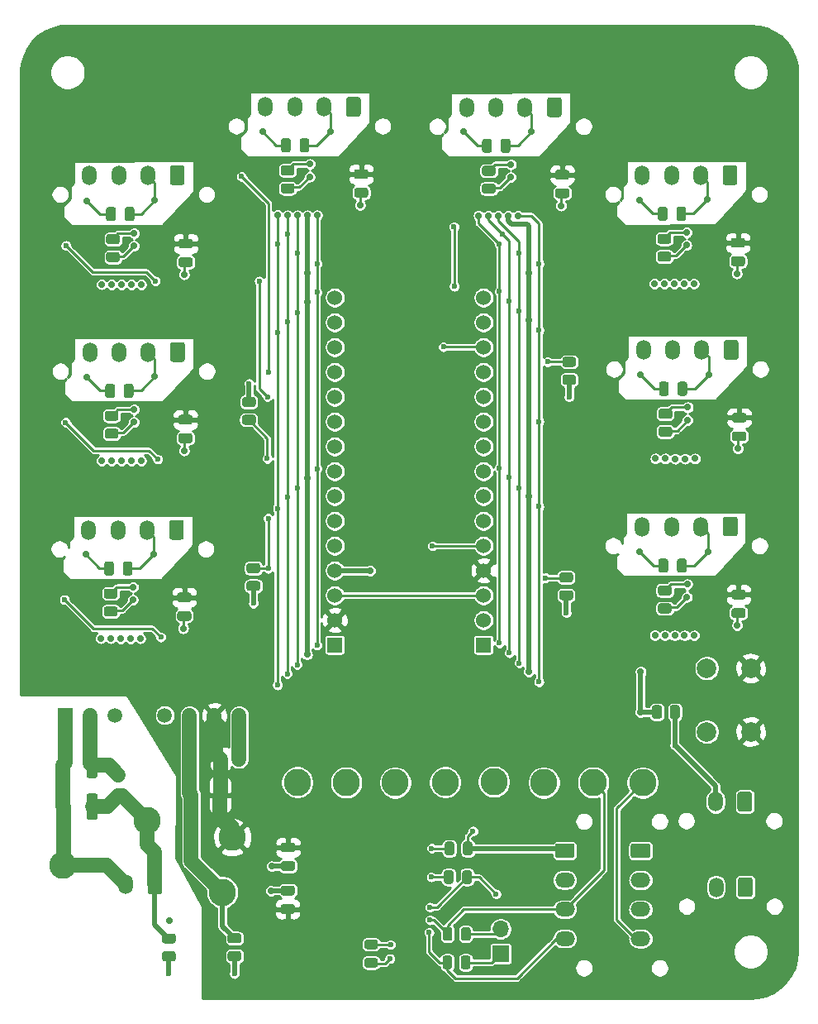
<source format=gbl>
G04 #@! TF.GenerationSoftware,KiCad,Pcbnew,(5.1.9)-1*
G04 #@! TF.CreationDate,2021-04-03T20:33:06-05:00*
G04 #@! TF.ProjectId,RTDTemp,52544454-656d-4702-9e6b-696361645f70,1.0.0*
G04 #@! TF.SameCoordinates,Original*
G04 #@! TF.FileFunction,Copper,L2,Bot*
G04 #@! TF.FilePolarity,Positive*
%FSLAX46Y46*%
G04 Gerber Fmt 4.6, Leading zero omitted, Abs format (unit mm)*
G04 Created by KiCad (PCBNEW (5.1.9)-1) date 2021-04-03 20:33:06*
%MOMM*%
%LPD*%
G01*
G04 APERTURE LIST*
G04 #@! TA.AperFunction,ComponentPad*
%ADD10R,1.700000X1.700000*%
G04 #@! TD*
G04 #@! TA.AperFunction,ComponentPad*
%ADD11O,1.700000X1.700000*%
G04 #@! TD*
G04 #@! TA.AperFunction,ComponentPad*
%ADD12C,2.800000*%
G04 #@! TD*
G04 #@! TA.AperFunction,ComponentPad*
%ADD13O,2.020000X1.500000*%
G04 #@! TD*
G04 #@! TA.AperFunction,ComponentPad*
%ADD14O,1.500000X2.020000*%
G04 #@! TD*
G04 #@! TA.AperFunction,ComponentPad*
%ADD15R,1.508000X1.508000*%
G04 #@! TD*
G04 #@! TA.AperFunction,ComponentPad*
%ADD16C,1.508000*%
G04 #@! TD*
G04 #@! TA.AperFunction,ComponentPad*
%ADD17R,1.530000X1.530000*%
G04 #@! TD*
G04 #@! TA.AperFunction,ComponentPad*
%ADD18C,1.530000*%
G04 #@! TD*
G04 #@! TA.AperFunction,ComponentPad*
%ADD19C,2.000000*%
G04 #@! TD*
G04 #@! TA.AperFunction,ViaPad*
%ADD20C,0.700000*%
G04 #@! TD*
G04 #@! TA.AperFunction,ViaPad*
%ADD21C,0.600000*%
G04 #@! TD*
G04 #@! TA.AperFunction,Conductor*
%ADD22C,1.500000*%
G04 #@! TD*
G04 #@! TA.AperFunction,Conductor*
%ADD23C,0.500000*%
G04 #@! TD*
G04 #@! TA.AperFunction,Conductor*
%ADD24C,0.250000*%
G04 #@! TD*
G04 #@! TA.AperFunction,Conductor*
%ADD25C,0.254000*%
G04 #@! TD*
G04 #@! TA.AperFunction,Conductor*
%ADD26C,0.100000*%
G04 #@! TD*
G04 APERTURE END LIST*
D10*
X69370000Y-115240000D03*
D11*
X69370000Y-112700000D03*
D12*
X78870000Y-97700000D03*
G04 #@! TA.AperFunction,ComponentPad*
G36*
G01*
X75190000Y-103930000D02*
X76710000Y-103930000D01*
G75*
G02*
X76960000Y-104180000I0J-250000D01*
G01*
X76960000Y-105180000D01*
G75*
G02*
X76710000Y-105430000I-250000J0D01*
G01*
X75190000Y-105430000D01*
G75*
G02*
X74940000Y-105180000I0J250000D01*
G01*
X74940000Y-104180000D01*
G75*
G02*
X75190000Y-103930000I250000J0D01*
G01*
G37*
G04 #@! TD.AperFunction*
D13*
X75950000Y-107680000D03*
X75950000Y-110680000D03*
X75950000Y-113680000D03*
G04 #@! TA.AperFunction,ComponentPad*
G36*
G01*
X82955000Y-103940000D02*
X84475000Y-103940000D01*
G75*
G02*
X84725000Y-104190000I0J-250000D01*
G01*
X84725000Y-105190000D01*
G75*
G02*
X84475000Y-105440000I-250000J0D01*
G01*
X82955000Y-105440000D01*
G75*
G02*
X82705000Y-105190000I0J250000D01*
G01*
X82705000Y-104190000D01*
G75*
G02*
X82955000Y-103940000I250000J0D01*
G01*
G37*
G04 #@! TD.AperFunction*
X83715000Y-107690000D03*
X83715000Y-110690000D03*
X83715000Y-113690000D03*
G04 #@! TA.AperFunction,SMDPad,CuDef*
G36*
G01*
X86650001Y-80385000D02*
X85749999Y-80385000D01*
G75*
G02*
X85500000Y-80135001I0J249999D01*
G01*
X85500000Y-79609999D01*
G75*
G02*
X85749999Y-79360000I249999J0D01*
G01*
X86650001Y-79360000D01*
G75*
G02*
X86900000Y-79609999I0J-249999D01*
G01*
X86900000Y-80135001D01*
G75*
G02*
X86650001Y-80385000I-249999J0D01*
G01*
G37*
G04 #@! TD.AperFunction*
G04 #@! TA.AperFunction,SMDPad,CuDef*
G36*
G01*
X86650001Y-78560000D02*
X85749999Y-78560000D01*
G75*
G02*
X85500000Y-78310001I0J249999D01*
G01*
X85500000Y-77784999D01*
G75*
G02*
X85749999Y-77535000I249999J0D01*
G01*
X86650001Y-77535000D01*
G75*
G02*
X86900000Y-77784999I0J-249999D01*
G01*
X86900000Y-78310001D01*
G75*
G02*
X86650001Y-78560000I-249999J0D01*
G01*
G37*
G04 #@! TD.AperFunction*
D14*
X83900000Y-71500000D03*
X86900000Y-71500000D03*
X89900000Y-71500000D03*
G04 #@! TA.AperFunction,ComponentPad*
G36*
G01*
X93650000Y-70740000D02*
X93650000Y-72260000D01*
G75*
G02*
X93400000Y-72510000I-250000J0D01*
G01*
X92400000Y-72510000D01*
G75*
G02*
X92150000Y-72260000I0J250000D01*
G01*
X92150000Y-70740000D01*
G75*
G02*
X92400000Y-70490000I250000J0D01*
G01*
X93400000Y-70490000D01*
G75*
G02*
X93650000Y-70740000I0J-250000D01*
G01*
G37*
G04 #@! TD.AperFunction*
G04 #@! TA.AperFunction,SMDPad,CuDef*
G36*
G01*
X88440000Y-75025000D02*
X88440000Y-75975000D01*
G75*
G02*
X88190000Y-76225000I-250000J0D01*
G01*
X87690000Y-76225000D01*
G75*
G02*
X87440000Y-75975000I0J250000D01*
G01*
X87440000Y-75025000D01*
G75*
G02*
X87690000Y-74775000I250000J0D01*
G01*
X88190000Y-74775000D01*
G75*
G02*
X88440000Y-75025000I0J-250000D01*
G01*
G37*
G04 #@! TD.AperFunction*
G04 #@! TA.AperFunction,SMDPad,CuDef*
G36*
G01*
X86540000Y-75025000D02*
X86540000Y-75975000D01*
G75*
G02*
X86290000Y-76225000I-250000J0D01*
G01*
X85790000Y-76225000D01*
G75*
G02*
X85540000Y-75975000I0J250000D01*
G01*
X85540000Y-75025000D01*
G75*
G02*
X85790000Y-74775000I250000J0D01*
G01*
X86290000Y-74775000D01*
G75*
G02*
X86540000Y-75025000I0J-250000D01*
G01*
G37*
G04 #@! TD.AperFunction*
G04 #@! TA.AperFunction,SMDPad,CuDef*
G36*
G01*
X94225000Y-80860000D02*
X93275000Y-80860000D01*
G75*
G02*
X93025000Y-80610000I0J250000D01*
G01*
X93025000Y-80110000D01*
G75*
G02*
X93275000Y-79860000I250000J0D01*
G01*
X94225000Y-79860000D01*
G75*
G02*
X94475000Y-80110000I0J-250000D01*
G01*
X94475000Y-80610000D01*
G75*
G02*
X94225000Y-80860000I-250000J0D01*
G01*
G37*
G04 #@! TD.AperFunction*
G04 #@! TA.AperFunction,SMDPad,CuDef*
G36*
G01*
X94225000Y-78960000D02*
X93275000Y-78960000D01*
G75*
G02*
X93025000Y-78710000I0J250000D01*
G01*
X93025000Y-78210000D01*
G75*
G02*
X93275000Y-77960000I250000J0D01*
G01*
X94225000Y-77960000D01*
G75*
G02*
X94475000Y-78210000I0J-250000D01*
G01*
X94475000Y-78710000D01*
G75*
G02*
X94225000Y-78960000I-250000J0D01*
G01*
G37*
G04 #@! TD.AperFunction*
G04 #@! TA.AperFunction,SMDPad,CuDef*
G36*
G01*
X29870001Y-78870000D02*
X28969999Y-78870000D01*
G75*
G02*
X28720000Y-78620001I0J249999D01*
G01*
X28720000Y-78094999D01*
G75*
G02*
X28969999Y-77845000I249999J0D01*
G01*
X29870001Y-77845000D01*
G75*
G02*
X30120000Y-78094999I0J-249999D01*
G01*
X30120000Y-78620001D01*
G75*
G02*
X29870001Y-78870000I-249999J0D01*
G01*
G37*
G04 #@! TD.AperFunction*
G04 #@! TA.AperFunction,SMDPad,CuDef*
G36*
G01*
X29870001Y-80695000D02*
X28969999Y-80695000D01*
G75*
G02*
X28720000Y-80445001I0J249999D01*
G01*
X28720000Y-79919999D01*
G75*
G02*
X28969999Y-79670000I249999J0D01*
G01*
X29870001Y-79670000D01*
G75*
G02*
X30120000Y-79919999I0J-249999D01*
G01*
X30120000Y-80445001D01*
G75*
G02*
X29870001Y-80695000I-249999J0D01*
G01*
G37*
G04 #@! TD.AperFunction*
G04 #@! TA.AperFunction,ComponentPad*
G36*
G01*
X36910000Y-71080000D02*
X36910000Y-72600000D01*
G75*
G02*
X36660000Y-72850000I-250000J0D01*
G01*
X35660000Y-72850000D01*
G75*
G02*
X35410000Y-72600000I0J250000D01*
G01*
X35410000Y-71080000D01*
G75*
G02*
X35660000Y-70830000I250000J0D01*
G01*
X36660000Y-70830000D01*
G75*
G02*
X36910000Y-71080000I0J-250000D01*
G01*
G37*
G04 #@! TD.AperFunction*
X33160000Y-71840000D03*
X30160000Y-71840000D03*
X27160000Y-71840000D03*
G04 #@! TA.AperFunction,SMDPad,CuDef*
G36*
G01*
X29760000Y-75325000D02*
X29760000Y-76275000D01*
G75*
G02*
X29510000Y-76525000I-250000J0D01*
G01*
X29010000Y-76525000D01*
G75*
G02*
X28760000Y-76275000I0J250000D01*
G01*
X28760000Y-75325000D01*
G75*
G02*
X29010000Y-75075000I250000J0D01*
G01*
X29510000Y-75075000D01*
G75*
G02*
X29760000Y-75325000I0J-250000D01*
G01*
G37*
G04 #@! TD.AperFunction*
G04 #@! TA.AperFunction,SMDPad,CuDef*
G36*
G01*
X31660000Y-75325000D02*
X31660000Y-76275000D01*
G75*
G02*
X31410000Y-76525000I-250000J0D01*
G01*
X30910000Y-76525000D01*
G75*
G02*
X30660000Y-76275000I0J250000D01*
G01*
X30660000Y-75325000D01*
G75*
G02*
X30910000Y-75075000I250000J0D01*
G01*
X31410000Y-75075000D01*
G75*
G02*
X31660000Y-75325000I0J-250000D01*
G01*
G37*
G04 #@! TD.AperFunction*
G04 #@! TA.AperFunction,SMDPad,CuDef*
G36*
G01*
X37435000Y-79250000D02*
X36485000Y-79250000D01*
G75*
G02*
X36235000Y-79000000I0J250000D01*
G01*
X36235000Y-78500000D01*
G75*
G02*
X36485000Y-78250000I250000J0D01*
G01*
X37435000Y-78250000D01*
G75*
G02*
X37685000Y-78500000I0J-250000D01*
G01*
X37685000Y-79000000D01*
G75*
G02*
X37435000Y-79250000I-250000J0D01*
G01*
G37*
G04 #@! TD.AperFunction*
G04 #@! TA.AperFunction,SMDPad,CuDef*
G36*
G01*
X37435000Y-81150000D02*
X36485000Y-81150000D01*
G75*
G02*
X36235000Y-80900000I0J250000D01*
G01*
X36235000Y-80400000D01*
G75*
G02*
X36485000Y-80150000I250000J0D01*
G01*
X37435000Y-80150000D01*
G75*
G02*
X37685000Y-80400000I0J-250000D01*
G01*
X37685000Y-80900000D01*
G75*
G02*
X37435000Y-81150000I-250000J0D01*
G01*
G37*
G04 #@! TD.AperFunction*
G04 #@! TA.AperFunction,SMDPad,CuDef*
G36*
G01*
X86710001Y-60472500D02*
X85809999Y-60472500D01*
G75*
G02*
X85560000Y-60222501I0J249999D01*
G01*
X85560000Y-59697499D01*
G75*
G02*
X85809999Y-59447500I249999J0D01*
G01*
X86710001Y-59447500D01*
G75*
G02*
X86960000Y-59697499I0J-249999D01*
G01*
X86960000Y-60222501D01*
G75*
G02*
X86710001Y-60472500I-249999J0D01*
G01*
G37*
G04 #@! TD.AperFunction*
G04 #@! TA.AperFunction,SMDPad,CuDef*
G36*
G01*
X86710001Y-62297500D02*
X85809999Y-62297500D01*
G75*
G02*
X85560000Y-62047501I0J249999D01*
G01*
X85560000Y-61522499D01*
G75*
G02*
X85809999Y-61272500I249999J0D01*
G01*
X86710001Y-61272500D01*
G75*
G02*
X86960000Y-61522499I0J-249999D01*
G01*
X86960000Y-62047501D01*
G75*
G02*
X86710001Y-62297500I-249999J0D01*
G01*
G37*
G04 #@! TD.AperFunction*
G04 #@! TA.AperFunction,ComponentPad*
G36*
G01*
X93750000Y-52670000D02*
X93750000Y-54190000D01*
G75*
G02*
X93500000Y-54440000I-250000J0D01*
G01*
X92500000Y-54440000D01*
G75*
G02*
X92250000Y-54190000I0J250000D01*
G01*
X92250000Y-52670000D01*
G75*
G02*
X92500000Y-52420000I250000J0D01*
G01*
X93500000Y-52420000D01*
G75*
G02*
X93750000Y-52670000I0J-250000D01*
G01*
G37*
G04 #@! TD.AperFunction*
X90000000Y-53430000D03*
X87000000Y-53430000D03*
X84000000Y-53430000D03*
G04 #@! TA.AperFunction,SMDPad,CuDef*
G36*
G01*
X86600000Y-56925000D02*
X86600000Y-57875000D01*
G75*
G02*
X86350000Y-58125000I-250000J0D01*
G01*
X85850000Y-58125000D01*
G75*
G02*
X85600000Y-57875000I0J250000D01*
G01*
X85600000Y-56925000D01*
G75*
G02*
X85850000Y-56675000I250000J0D01*
G01*
X86350000Y-56675000D01*
G75*
G02*
X86600000Y-56925000I0J-250000D01*
G01*
G37*
G04 #@! TD.AperFunction*
G04 #@! TA.AperFunction,SMDPad,CuDef*
G36*
G01*
X88500000Y-56925000D02*
X88500000Y-57875000D01*
G75*
G02*
X88250000Y-58125000I-250000J0D01*
G01*
X87750000Y-58125000D01*
G75*
G02*
X87500000Y-57875000I0J250000D01*
G01*
X87500000Y-56925000D01*
G75*
G02*
X87750000Y-56675000I250000J0D01*
G01*
X88250000Y-56675000D01*
G75*
G02*
X88500000Y-56925000I0J-250000D01*
G01*
G37*
G04 #@! TD.AperFunction*
G04 #@! TA.AperFunction,SMDPad,CuDef*
G36*
G01*
X94295000Y-60860000D02*
X93345000Y-60860000D01*
G75*
G02*
X93095000Y-60610000I0J250000D01*
G01*
X93095000Y-60110000D01*
G75*
G02*
X93345000Y-59860000I250000J0D01*
G01*
X94295000Y-59860000D01*
G75*
G02*
X94545000Y-60110000I0J-250000D01*
G01*
X94545000Y-60610000D01*
G75*
G02*
X94295000Y-60860000I-250000J0D01*
G01*
G37*
G04 #@! TD.AperFunction*
G04 #@! TA.AperFunction,SMDPad,CuDef*
G36*
G01*
X94295000Y-62760000D02*
X93345000Y-62760000D01*
G75*
G02*
X93095000Y-62510000I0J250000D01*
G01*
X93095000Y-62010000D01*
G75*
G02*
X93345000Y-61760000I250000J0D01*
G01*
X94295000Y-61760000D01*
G75*
G02*
X94545000Y-62010000I0J-250000D01*
G01*
X94545000Y-62510000D01*
G75*
G02*
X94295000Y-62760000I-250000J0D01*
G01*
G37*
G04 #@! TD.AperFunction*
G04 #@! TA.AperFunction,SMDPad,CuDef*
G36*
G01*
X29970001Y-60670000D02*
X29069999Y-60670000D01*
G75*
G02*
X28820000Y-60420001I0J249999D01*
G01*
X28820000Y-59894999D01*
G75*
G02*
X29069999Y-59645000I249999J0D01*
G01*
X29970001Y-59645000D01*
G75*
G02*
X30220000Y-59894999I0J-249999D01*
G01*
X30220000Y-60420001D01*
G75*
G02*
X29970001Y-60670000I-249999J0D01*
G01*
G37*
G04 #@! TD.AperFunction*
G04 #@! TA.AperFunction,SMDPad,CuDef*
G36*
G01*
X29970001Y-62495000D02*
X29069999Y-62495000D01*
G75*
G02*
X28820000Y-62245001I0J249999D01*
G01*
X28820000Y-61719999D01*
G75*
G02*
X29069999Y-61470000I249999J0D01*
G01*
X29970001Y-61470000D01*
G75*
G02*
X30220000Y-61719999I0J-249999D01*
G01*
X30220000Y-62245001D01*
G75*
G02*
X29970001Y-62495000I-249999J0D01*
G01*
G37*
G04 #@! TD.AperFunction*
G04 #@! TA.AperFunction,ComponentPad*
G36*
G01*
X37020000Y-52880000D02*
X37020000Y-54400000D01*
G75*
G02*
X36770000Y-54650000I-250000J0D01*
G01*
X35770000Y-54650000D01*
G75*
G02*
X35520000Y-54400000I0J250000D01*
G01*
X35520000Y-52880000D01*
G75*
G02*
X35770000Y-52630000I250000J0D01*
G01*
X36770000Y-52630000D01*
G75*
G02*
X37020000Y-52880000I0J-250000D01*
G01*
G37*
G04 #@! TD.AperFunction*
X33270000Y-53640000D03*
X30270000Y-53640000D03*
X27270000Y-53640000D03*
G04 #@! TA.AperFunction,SMDPad,CuDef*
G36*
G01*
X29860000Y-57145000D02*
X29860000Y-58095000D01*
G75*
G02*
X29610000Y-58345000I-250000J0D01*
G01*
X29110000Y-58345000D01*
G75*
G02*
X28860000Y-58095000I0J250000D01*
G01*
X28860000Y-57145000D01*
G75*
G02*
X29110000Y-56895000I250000J0D01*
G01*
X29610000Y-56895000D01*
G75*
G02*
X29860000Y-57145000I0J-250000D01*
G01*
G37*
G04 #@! TD.AperFunction*
G04 #@! TA.AperFunction,SMDPad,CuDef*
G36*
G01*
X31760000Y-57145000D02*
X31760000Y-58095000D01*
G75*
G02*
X31510000Y-58345000I-250000J0D01*
G01*
X31010000Y-58345000D01*
G75*
G02*
X30760000Y-58095000I0J250000D01*
G01*
X30760000Y-57145000D01*
G75*
G02*
X31010000Y-56895000I250000J0D01*
G01*
X31510000Y-56895000D01*
G75*
G02*
X31760000Y-57145000I0J-250000D01*
G01*
G37*
G04 #@! TD.AperFunction*
G04 #@! TA.AperFunction,SMDPad,CuDef*
G36*
G01*
X37555000Y-61060000D02*
X36605000Y-61060000D01*
G75*
G02*
X36355000Y-60810000I0J250000D01*
G01*
X36355000Y-60310000D01*
G75*
G02*
X36605000Y-60060000I250000J0D01*
G01*
X37555000Y-60060000D01*
G75*
G02*
X37805000Y-60310000I0J-250000D01*
G01*
X37805000Y-60810000D01*
G75*
G02*
X37555000Y-61060000I-250000J0D01*
G01*
G37*
G04 #@! TD.AperFunction*
G04 #@! TA.AperFunction,SMDPad,CuDef*
G36*
G01*
X37555000Y-62960000D02*
X36605000Y-62960000D01*
G75*
G02*
X36355000Y-62710000I0J250000D01*
G01*
X36355000Y-62210000D01*
G75*
G02*
X36605000Y-61960000I250000J0D01*
G01*
X37555000Y-61960000D01*
G75*
G02*
X37805000Y-62210000I0J-250000D01*
G01*
X37805000Y-62710000D01*
G75*
G02*
X37555000Y-62960000I-250000J0D01*
G01*
G37*
G04 #@! TD.AperFunction*
G04 #@! TA.AperFunction,SMDPad,CuDef*
G36*
G01*
X86600001Y-44385000D02*
X85699999Y-44385000D01*
G75*
G02*
X85450000Y-44135001I0J249999D01*
G01*
X85450000Y-43609999D01*
G75*
G02*
X85699999Y-43360000I249999J0D01*
G01*
X86600001Y-43360000D01*
G75*
G02*
X86850000Y-43609999I0J-249999D01*
G01*
X86850000Y-44135001D01*
G75*
G02*
X86600001Y-44385000I-249999J0D01*
G01*
G37*
G04 #@! TD.AperFunction*
G04 #@! TA.AperFunction,SMDPad,CuDef*
G36*
G01*
X86600001Y-42560000D02*
X85699999Y-42560000D01*
G75*
G02*
X85450000Y-42310001I0J249999D01*
G01*
X85450000Y-41784999D01*
G75*
G02*
X85699999Y-41535000I249999J0D01*
G01*
X86600001Y-41535000D01*
G75*
G02*
X86850000Y-41784999I0J-249999D01*
G01*
X86850000Y-42310001D01*
G75*
G02*
X86600001Y-42560000I-249999J0D01*
G01*
G37*
G04 #@! TD.AperFunction*
X83890000Y-35530000D03*
X86890000Y-35530000D03*
X89890000Y-35530000D03*
G04 #@! TA.AperFunction,ComponentPad*
G36*
G01*
X93640000Y-34770000D02*
X93640000Y-36290000D01*
G75*
G02*
X93390000Y-36540000I-250000J0D01*
G01*
X92390000Y-36540000D01*
G75*
G02*
X92140000Y-36290000I0J250000D01*
G01*
X92140000Y-34770000D01*
G75*
G02*
X92390000Y-34520000I250000J0D01*
G01*
X93390000Y-34520000D01*
G75*
G02*
X93640000Y-34770000I0J-250000D01*
G01*
G37*
G04 #@! TD.AperFunction*
G04 #@! TA.AperFunction,SMDPad,CuDef*
G36*
G01*
X88390000Y-39015000D02*
X88390000Y-39965000D01*
G75*
G02*
X88140000Y-40215000I-250000J0D01*
G01*
X87640000Y-40215000D01*
G75*
G02*
X87390000Y-39965000I0J250000D01*
G01*
X87390000Y-39015000D01*
G75*
G02*
X87640000Y-38765000I250000J0D01*
G01*
X88140000Y-38765000D01*
G75*
G02*
X88390000Y-39015000I0J-250000D01*
G01*
G37*
G04 #@! TD.AperFunction*
G04 #@! TA.AperFunction,SMDPad,CuDef*
G36*
G01*
X86490000Y-39015000D02*
X86490000Y-39965000D01*
G75*
G02*
X86240000Y-40215000I-250000J0D01*
G01*
X85740000Y-40215000D01*
G75*
G02*
X85490000Y-39965000I0J250000D01*
G01*
X85490000Y-39015000D01*
G75*
G02*
X85740000Y-38765000I250000J0D01*
G01*
X86240000Y-38765000D01*
G75*
G02*
X86490000Y-39015000I0J-250000D01*
G01*
G37*
G04 #@! TD.AperFunction*
G04 #@! TA.AperFunction,SMDPad,CuDef*
G36*
G01*
X94175000Y-44850000D02*
X93225000Y-44850000D01*
G75*
G02*
X92975000Y-44600000I0J250000D01*
G01*
X92975000Y-44100000D01*
G75*
G02*
X93225000Y-43850000I250000J0D01*
G01*
X94175000Y-43850000D01*
G75*
G02*
X94425000Y-44100000I0J-250000D01*
G01*
X94425000Y-44600000D01*
G75*
G02*
X94175000Y-44850000I-250000J0D01*
G01*
G37*
G04 #@! TD.AperFunction*
G04 #@! TA.AperFunction,SMDPad,CuDef*
G36*
G01*
X94175000Y-42950000D02*
X93225000Y-42950000D01*
G75*
G02*
X92975000Y-42700000I0J250000D01*
G01*
X92975000Y-42200000D01*
G75*
G02*
X93225000Y-41950000I250000J0D01*
G01*
X94175000Y-41950000D01*
G75*
G02*
X94425000Y-42200000I0J-250000D01*
G01*
X94425000Y-42700000D01*
G75*
G02*
X94175000Y-42950000I-250000J0D01*
G01*
G37*
G04 #@! TD.AperFunction*
G04 #@! TA.AperFunction,SMDPad,CuDef*
G36*
G01*
X68610001Y-35600000D02*
X67709999Y-35600000D01*
G75*
G02*
X67460000Y-35350001I0J249999D01*
G01*
X67460000Y-34824999D01*
G75*
G02*
X67709999Y-34575000I249999J0D01*
G01*
X68610001Y-34575000D01*
G75*
G02*
X68860000Y-34824999I0J-249999D01*
G01*
X68860000Y-35350001D01*
G75*
G02*
X68610001Y-35600000I-249999J0D01*
G01*
G37*
G04 #@! TD.AperFunction*
G04 #@! TA.AperFunction,SMDPad,CuDef*
G36*
G01*
X68610001Y-37425000D02*
X67709999Y-37425000D01*
G75*
G02*
X67460000Y-37175001I0J249999D01*
G01*
X67460000Y-36649999D01*
G75*
G02*
X67709999Y-36400000I249999J0D01*
G01*
X68610001Y-36400000D01*
G75*
G02*
X68860000Y-36649999I0J-249999D01*
G01*
X68860000Y-37175001D01*
G75*
G02*
X68610001Y-37425000I-249999J0D01*
G01*
G37*
G04 #@! TD.AperFunction*
G04 #@! TA.AperFunction,ComponentPad*
G36*
G01*
X75630000Y-27820000D02*
X75630000Y-29340000D01*
G75*
G02*
X75380000Y-29590000I-250000J0D01*
G01*
X74380000Y-29590000D01*
G75*
G02*
X74130000Y-29340000I0J250000D01*
G01*
X74130000Y-27820000D01*
G75*
G02*
X74380000Y-27570000I250000J0D01*
G01*
X75380000Y-27570000D01*
G75*
G02*
X75630000Y-27820000I0J-250000D01*
G01*
G37*
G04 #@! TD.AperFunction*
X71880000Y-28580000D03*
X68880000Y-28580000D03*
X65880000Y-28580000D03*
G04 #@! TA.AperFunction,SMDPad,CuDef*
G36*
G01*
X68480000Y-32055000D02*
X68480000Y-33005000D01*
G75*
G02*
X68230000Y-33255000I-250000J0D01*
G01*
X67730000Y-33255000D01*
G75*
G02*
X67480000Y-33005000I0J250000D01*
G01*
X67480000Y-32055000D01*
G75*
G02*
X67730000Y-31805000I250000J0D01*
G01*
X68230000Y-31805000D01*
G75*
G02*
X68480000Y-32055000I0J-250000D01*
G01*
G37*
G04 #@! TD.AperFunction*
G04 #@! TA.AperFunction,SMDPad,CuDef*
G36*
G01*
X70380000Y-32055000D02*
X70380000Y-33005000D01*
G75*
G02*
X70130000Y-33255000I-250000J0D01*
G01*
X69630000Y-33255000D01*
G75*
G02*
X69380000Y-33005000I0J250000D01*
G01*
X69380000Y-32055000D01*
G75*
G02*
X69630000Y-31805000I250000J0D01*
G01*
X70130000Y-31805000D01*
G75*
G02*
X70380000Y-32055000I0J-250000D01*
G01*
G37*
G04 #@! TD.AperFunction*
G04 #@! TA.AperFunction,SMDPad,CuDef*
G36*
G01*
X76165000Y-35990000D02*
X75215000Y-35990000D01*
G75*
G02*
X74965000Y-35740000I0J250000D01*
G01*
X74965000Y-35240000D01*
G75*
G02*
X75215000Y-34990000I250000J0D01*
G01*
X76165000Y-34990000D01*
G75*
G02*
X76415000Y-35240000I0J-250000D01*
G01*
X76415000Y-35740000D01*
G75*
G02*
X76165000Y-35990000I-250000J0D01*
G01*
G37*
G04 #@! TD.AperFunction*
G04 #@! TA.AperFunction,SMDPad,CuDef*
G36*
G01*
X76165000Y-37890000D02*
X75215000Y-37890000D01*
G75*
G02*
X74965000Y-37640000I0J250000D01*
G01*
X74965000Y-37140000D01*
G75*
G02*
X75215000Y-36890000I250000J0D01*
G01*
X76165000Y-36890000D01*
G75*
G02*
X76415000Y-37140000I0J-250000D01*
G01*
X76415000Y-37640000D01*
G75*
G02*
X76165000Y-37890000I-250000J0D01*
G01*
G37*
G04 #@! TD.AperFunction*
G04 #@! TA.AperFunction,SMDPad,CuDef*
G36*
G01*
X48000001Y-35560000D02*
X47099999Y-35560000D01*
G75*
G02*
X46850000Y-35310001I0J249999D01*
G01*
X46850000Y-34784999D01*
G75*
G02*
X47099999Y-34535000I249999J0D01*
G01*
X48000001Y-34535000D01*
G75*
G02*
X48250000Y-34784999I0J-249999D01*
G01*
X48250000Y-35310001D01*
G75*
G02*
X48000001Y-35560000I-249999J0D01*
G01*
G37*
G04 #@! TD.AperFunction*
G04 #@! TA.AperFunction,SMDPad,CuDef*
G36*
G01*
X48000001Y-37385000D02*
X47099999Y-37385000D01*
G75*
G02*
X46850000Y-37135001I0J249999D01*
G01*
X46850000Y-36609999D01*
G75*
G02*
X47099999Y-36360000I249999J0D01*
G01*
X48000001Y-36360000D01*
G75*
G02*
X48250000Y-36609999I0J-249999D01*
G01*
X48250000Y-37135001D01*
G75*
G02*
X48000001Y-37385000I-249999J0D01*
G01*
G37*
G04 #@! TD.AperFunction*
G04 #@! TA.AperFunction,ComponentPad*
G36*
G01*
X55040000Y-27790000D02*
X55040000Y-29310000D01*
G75*
G02*
X54790000Y-29560000I-250000J0D01*
G01*
X53790000Y-29560000D01*
G75*
G02*
X53540000Y-29310000I0J250000D01*
G01*
X53540000Y-27790000D01*
G75*
G02*
X53790000Y-27540000I250000J0D01*
G01*
X54790000Y-27540000D01*
G75*
G02*
X55040000Y-27790000I0J-250000D01*
G01*
G37*
G04 #@! TD.AperFunction*
X51290000Y-28550000D03*
X48290000Y-28550000D03*
X45290000Y-28550000D03*
G04 #@! TA.AperFunction,SMDPad,CuDef*
G36*
G01*
X47880000Y-32005000D02*
X47880000Y-32955000D01*
G75*
G02*
X47630000Y-33205000I-250000J0D01*
G01*
X47130000Y-33205000D01*
G75*
G02*
X46880000Y-32955000I0J250000D01*
G01*
X46880000Y-32005000D01*
G75*
G02*
X47130000Y-31755000I250000J0D01*
G01*
X47630000Y-31755000D01*
G75*
G02*
X47880000Y-32005000I0J-250000D01*
G01*
G37*
G04 #@! TD.AperFunction*
G04 #@! TA.AperFunction,SMDPad,CuDef*
G36*
G01*
X49780000Y-32005000D02*
X49780000Y-32955000D01*
G75*
G02*
X49530000Y-33205000I-250000J0D01*
G01*
X49030000Y-33205000D01*
G75*
G02*
X48780000Y-32955000I0J250000D01*
G01*
X48780000Y-32005000D01*
G75*
G02*
X49030000Y-31755000I250000J0D01*
G01*
X49530000Y-31755000D01*
G75*
G02*
X49780000Y-32005000I0J-250000D01*
G01*
G37*
G04 #@! TD.AperFunction*
G04 #@! TA.AperFunction,SMDPad,CuDef*
G36*
G01*
X55565000Y-35930000D02*
X54615000Y-35930000D01*
G75*
G02*
X54365000Y-35680000I0J250000D01*
G01*
X54365000Y-35180000D01*
G75*
G02*
X54615000Y-34930000I250000J0D01*
G01*
X55565000Y-34930000D01*
G75*
G02*
X55815000Y-35180000I0J-250000D01*
G01*
X55815000Y-35680000D01*
G75*
G02*
X55565000Y-35930000I-250000J0D01*
G01*
G37*
G04 #@! TD.AperFunction*
G04 #@! TA.AperFunction,SMDPad,CuDef*
G36*
G01*
X55565000Y-37830000D02*
X54615000Y-37830000D01*
G75*
G02*
X54365000Y-37580000I0J250000D01*
G01*
X54365000Y-37080000D01*
G75*
G02*
X54615000Y-36830000I250000J0D01*
G01*
X55565000Y-36830000D01*
G75*
G02*
X55815000Y-37080000I0J-250000D01*
G01*
X55815000Y-37580000D01*
G75*
G02*
X55565000Y-37830000I-250000J0D01*
G01*
G37*
G04 #@! TD.AperFunction*
G04 #@! TA.AperFunction,SMDPad,CuDef*
G36*
G01*
X30100001Y-42600000D02*
X29199999Y-42600000D01*
G75*
G02*
X28950000Y-42350001I0J249999D01*
G01*
X28950000Y-41824999D01*
G75*
G02*
X29199999Y-41575000I249999J0D01*
G01*
X30100001Y-41575000D01*
G75*
G02*
X30350000Y-41824999I0J-249999D01*
G01*
X30350000Y-42350001D01*
G75*
G02*
X30100001Y-42600000I-249999J0D01*
G01*
G37*
G04 #@! TD.AperFunction*
G04 #@! TA.AperFunction,SMDPad,CuDef*
G36*
G01*
X30100001Y-44425000D02*
X29199999Y-44425000D01*
G75*
G02*
X28950000Y-44175001I0J249999D01*
G01*
X28950000Y-43649999D01*
G75*
G02*
X29199999Y-43400000I249999J0D01*
G01*
X30100001Y-43400000D01*
G75*
G02*
X30350000Y-43649999I0J-249999D01*
G01*
X30350000Y-44175001D01*
G75*
G02*
X30100001Y-44425000I-249999J0D01*
G01*
G37*
G04 #@! TD.AperFunction*
G04 #@! TA.AperFunction,ComponentPad*
G36*
G01*
X36990000Y-34790000D02*
X36990000Y-36310000D01*
G75*
G02*
X36740000Y-36560000I-250000J0D01*
G01*
X35740000Y-36560000D01*
G75*
G02*
X35490000Y-36310000I0J250000D01*
G01*
X35490000Y-34790000D01*
G75*
G02*
X35740000Y-34540000I250000J0D01*
G01*
X36740000Y-34540000D01*
G75*
G02*
X36990000Y-34790000I0J-250000D01*
G01*
G37*
G04 #@! TD.AperFunction*
X33240000Y-35550000D03*
X30240000Y-35550000D03*
X27240000Y-35550000D03*
G04 #@! TA.AperFunction,SMDPad,CuDef*
G36*
G01*
X29950000Y-39035000D02*
X29950000Y-39985000D01*
G75*
G02*
X29700000Y-40235000I-250000J0D01*
G01*
X29200000Y-40235000D01*
G75*
G02*
X28950000Y-39985000I0J250000D01*
G01*
X28950000Y-39035000D01*
G75*
G02*
X29200000Y-38785000I250000J0D01*
G01*
X29700000Y-38785000D01*
G75*
G02*
X29950000Y-39035000I0J-250000D01*
G01*
G37*
G04 #@! TD.AperFunction*
G04 #@! TA.AperFunction,SMDPad,CuDef*
G36*
G01*
X31850000Y-39035000D02*
X31850000Y-39985000D01*
G75*
G02*
X31600000Y-40235000I-250000J0D01*
G01*
X31100000Y-40235000D01*
G75*
G02*
X30850000Y-39985000I0J250000D01*
G01*
X30850000Y-39035000D01*
G75*
G02*
X31100000Y-38785000I250000J0D01*
G01*
X31600000Y-38785000D01*
G75*
G02*
X31850000Y-39035000I0J-250000D01*
G01*
G37*
G04 #@! TD.AperFunction*
G04 #@! TA.AperFunction,SMDPad,CuDef*
G36*
G01*
X37585000Y-43040000D02*
X36635000Y-43040000D01*
G75*
G02*
X36385000Y-42790000I0J250000D01*
G01*
X36385000Y-42290000D01*
G75*
G02*
X36635000Y-42040000I250000J0D01*
G01*
X37585000Y-42040000D01*
G75*
G02*
X37835000Y-42290000I0J-250000D01*
G01*
X37835000Y-42790000D01*
G75*
G02*
X37585000Y-43040000I-250000J0D01*
G01*
G37*
G04 #@! TD.AperFunction*
G04 #@! TA.AperFunction,SMDPad,CuDef*
G36*
G01*
X37585000Y-44940000D02*
X36635000Y-44940000D01*
G75*
G02*
X36385000Y-44690000I0J250000D01*
G01*
X36385000Y-44190000D01*
G75*
G02*
X36635000Y-43940000I250000J0D01*
G01*
X37585000Y-43940000D01*
G75*
G02*
X37835000Y-44190000I0J-250000D01*
G01*
X37835000Y-44690000D01*
G75*
G02*
X37585000Y-44940000I-250000J0D01*
G01*
G37*
G04 #@! TD.AperFunction*
D15*
X24800000Y-90810000D03*
D16*
X27340000Y-90810000D03*
X29880000Y-90810000D03*
X34960000Y-90810000D03*
X37500000Y-90810000D03*
X40040000Y-90810000D03*
X42580000Y-90810000D03*
D17*
X52380000Y-83615000D03*
D18*
X52380000Y-81075000D03*
X52380000Y-78535000D03*
X52380000Y-75995000D03*
X52380000Y-73455000D03*
X52380000Y-70915000D03*
X52380000Y-68375000D03*
X52380000Y-65835000D03*
X52380000Y-63295000D03*
X52380000Y-60755000D03*
X52380000Y-58215000D03*
X52380000Y-55675000D03*
X52380000Y-53135000D03*
X52380000Y-50595000D03*
X52380000Y-48055000D03*
D17*
X67620000Y-83615000D03*
D18*
X67620000Y-81075000D03*
X67620000Y-78535000D03*
X67620000Y-75995000D03*
X67620000Y-73455000D03*
X67620000Y-70915000D03*
X67620000Y-68375000D03*
X67620000Y-65835000D03*
X67620000Y-63295000D03*
X67620000Y-60755000D03*
X67620000Y-58215000D03*
X67620000Y-55675000D03*
X67620000Y-53135000D03*
X67620000Y-50595000D03*
X67620000Y-48055000D03*
D12*
X41880000Y-103300000D03*
X40850000Y-108920000D03*
X24540000Y-106150000D03*
X33160000Y-101590000D03*
D19*
X90500000Y-86000000D03*
X95000000Y-86000000D03*
X90500000Y-92500000D03*
X95000000Y-92500000D03*
G04 #@! TA.AperFunction,SMDPad,CuDef*
G36*
G01*
X44490001Y-76270000D02*
X43589999Y-76270000D01*
G75*
G02*
X43340000Y-76020001I0J249999D01*
G01*
X43340000Y-75494999D01*
G75*
G02*
X43589999Y-75245000I249999J0D01*
G01*
X44490001Y-75245000D01*
G75*
G02*
X44740000Y-75494999I0J-249999D01*
G01*
X44740000Y-76020001D01*
G75*
G02*
X44490001Y-76270000I-249999J0D01*
G01*
G37*
G04 #@! TD.AperFunction*
G04 #@! TA.AperFunction,SMDPad,CuDef*
G36*
G01*
X44490001Y-78095000D02*
X43589999Y-78095000D01*
G75*
G02*
X43340000Y-77845001I0J249999D01*
G01*
X43340000Y-77319999D01*
G75*
G02*
X43589999Y-77070000I249999J0D01*
G01*
X44490001Y-77070000D01*
G75*
G02*
X44740000Y-77319999I0J-249999D01*
G01*
X44740000Y-77845001D01*
G75*
G02*
X44490001Y-78095000I-249999J0D01*
G01*
G37*
G04 #@! TD.AperFunction*
G04 #@! TA.AperFunction,SMDPad,CuDef*
G36*
G01*
X43139999Y-60060000D02*
X44040001Y-60060000D01*
G75*
G02*
X44290000Y-60309999I0J-249999D01*
G01*
X44290000Y-60835001D01*
G75*
G02*
X44040001Y-61085000I-249999J0D01*
G01*
X43139999Y-61085000D01*
G75*
G02*
X42890000Y-60835001I0J249999D01*
G01*
X42890000Y-60309999D01*
G75*
G02*
X43139999Y-60060000I249999J0D01*
G01*
G37*
G04 #@! TD.AperFunction*
G04 #@! TA.AperFunction,SMDPad,CuDef*
G36*
G01*
X43139999Y-58235000D02*
X44040001Y-58235000D01*
G75*
G02*
X44290000Y-58484999I0J-249999D01*
G01*
X44290000Y-59010001D01*
G75*
G02*
X44040001Y-59260000I-249999J0D01*
G01*
X43139999Y-59260000D01*
G75*
G02*
X42890000Y-59010001I0J249999D01*
G01*
X42890000Y-58484999D01*
G75*
G02*
X43139999Y-58235000I249999J0D01*
G01*
G37*
G04 #@! TD.AperFunction*
G04 #@! TA.AperFunction,SMDPad,CuDef*
G36*
G01*
X35840001Y-114187500D02*
X34939999Y-114187500D01*
G75*
G02*
X34690000Y-113937501I0J249999D01*
G01*
X34690000Y-113412499D01*
G75*
G02*
X34939999Y-113162500I249999J0D01*
G01*
X35840001Y-113162500D01*
G75*
G02*
X36090000Y-113412499I0J-249999D01*
G01*
X36090000Y-113937501D01*
G75*
G02*
X35840001Y-114187500I-249999J0D01*
G01*
G37*
G04 #@! TD.AperFunction*
G04 #@! TA.AperFunction,SMDPad,CuDef*
G36*
G01*
X35840001Y-116012500D02*
X34939999Y-116012500D01*
G75*
G02*
X34690000Y-115762501I0J249999D01*
G01*
X34690000Y-115237499D01*
G75*
G02*
X34939999Y-114987500I249999J0D01*
G01*
X35840001Y-114987500D01*
G75*
G02*
X36090000Y-115237499I0J-249999D01*
G01*
X36090000Y-115762501D01*
G75*
G02*
X35840001Y-116012500I-249999J0D01*
G01*
G37*
G04 #@! TD.AperFunction*
G04 #@! TA.AperFunction,SMDPad,CuDef*
G36*
G01*
X85910000Y-90029999D02*
X85910000Y-90930001D01*
G75*
G02*
X85660001Y-91180000I-249999J0D01*
G01*
X85134999Y-91180000D01*
G75*
G02*
X84885000Y-90930001I0J249999D01*
G01*
X84885000Y-90029999D01*
G75*
G02*
X85134999Y-89780000I249999J0D01*
G01*
X85660001Y-89780000D01*
G75*
G02*
X85910000Y-90029999I0J-249999D01*
G01*
G37*
G04 #@! TD.AperFunction*
G04 #@! TA.AperFunction,SMDPad,CuDef*
G36*
G01*
X87735000Y-90029999D02*
X87735000Y-90930001D01*
G75*
G02*
X87485001Y-91180000I-249999J0D01*
G01*
X86959999Y-91180000D01*
G75*
G02*
X86710000Y-90930001I0J249999D01*
G01*
X86710000Y-90029999D01*
G75*
G02*
X86959999Y-89780000I249999J0D01*
G01*
X87485001Y-89780000D01*
G75*
G02*
X87735000Y-90029999I0J-249999D01*
G01*
G37*
G04 #@! TD.AperFunction*
G04 #@! TA.AperFunction,SMDPad,CuDef*
G36*
G01*
X30601250Y-99460000D02*
X29838750Y-99460000D01*
G75*
G02*
X29620000Y-99241250I0J218750D01*
G01*
X29620000Y-98803750D01*
G75*
G02*
X29838750Y-98585000I218750J0D01*
G01*
X30601250Y-98585000D01*
G75*
G02*
X30820000Y-98803750I0J-218750D01*
G01*
X30820000Y-99241250D01*
G75*
G02*
X30601250Y-99460000I-218750J0D01*
G01*
G37*
G04 #@! TD.AperFunction*
G04 #@! TA.AperFunction,SMDPad,CuDef*
G36*
G01*
X30601250Y-97335000D02*
X29838750Y-97335000D01*
G75*
G02*
X29620000Y-97116250I0J218750D01*
G01*
X29620000Y-96678750D01*
G75*
G02*
X29838750Y-96460000I218750J0D01*
G01*
X30601250Y-96460000D01*
G75*
G02*
X30820000Y-96678750I0J-218750D01*
G01*
X30820000Y-97116250D01*
G75*
G02*
X30601250Y-97335000I-218750J0D01*
G01*
G37*
G04 #@! TD.AperFunction*
D14*
X30950000Y-108120000D03*
G04 #@! TA.AperFunction,ComponentPad*
G36*
G01*
X34700000Y-107360000D02*
X34700000Y-108880000D01*
G75*
G02*
X34450000Y-109130000I-250000J0D01*
G01*
X33450000Y-109130000D01*
G75*
G02*
X33200000Y-108880000I0J250000D01*
G01*
X33200000Y-107360000D01*
G75*
G02*
X33450000Y-107110000I250000J0D01*
G01*
X34450000Y-107110000D01*
G75*
G02*
X34700000Y-107360000I0J-250000D01*
G01*
G37*
G04 #@! TD.AperFunction*
G04 #@! TA.AperFunction,ComponentPad*
G36*
G01*
X95142000Y-98900000D02*
X95142000Y-100420000D01*
G75*
G02*
X94892000Y-100670000I-250000J0D01*
G01*
X93892000Y-100670000D01*
G75*
G02*
X93642000Y-100420000I0J250000D01*
G01*
X93642000Y-98900000D01*
G75*
G02*
X93892000Y-98650000I250000J0D01*
G01*
X94892000Y-98650000D01*
G75*
G02*
X95142000Y-98900000I0J-250000D01*
G01*
G37*
G04 #@! TD.AperFunction*
X91392000Y-99660000D03*
G04 #@! TA.AperFunction,SMDPad,CuDef*
G36*
G01*
X37100000Y-100070001D02*
X37100000Y-97869999D01*
G75*
G02*
X37349999Y-97620000I249999J0D01*
G01*
X38000001Y-97620000D01*
G75*
G02*
X38250000Y-97869999I0J-249999D01*
G01*
X38250000Y-100070001D01*
G75*
G02*
X38000001Y-100320000I-249999J0D01*
G01*
X37349999Y-100320000D01*
G75*
G02*
X37100000Y-100070001I0J249999D01*
G01*
G37*
G04 #@! TD.AperFunction*
G04 #@! TA.AperFunction,SMDPad,CuDef*
G36*
G01*
X40050000Y-100070001D02*
X40050000Y-97869999D01*
G75*
G02*
X40299999Y-97620000I249999J0D01*
G01*
X40950001Y-97620000D01*
G75*
G02*
X41200000Y-97869999I0J-249999D01*
G01*
X41200000Y-100070001D01*
G75*
G02*
X40950001Y-100320000I-249999J0D01*
G01*
X40299999Y-100320000D01*
G75*
G02*
X40050000Y-100070001I0J249999D01*
G01*
G37*
G04 #@! TD.AperFunction*
G04 #@! TA.AperFunction,SMDPad,CuDef*
G36*
G01*
X40160000Y-95775000D02*
X40160000Y-94825000D01*
G75*
G02*
X40410000Y-94575000I250000J0D01*
G01*
X40910000Y-94575000D01*
G75*
G02*
X41160000Y-94825000I0J-250000D01*
G01*
X41160000Y-95775000D01*
G75*
G02*
X40910000Y-96025000I-250000J0D01*
G01*
X40410000Y-96025000D01*
G75*
G02*
X40160000Y-95775000I0J250000D01*
G01*
G37*
G04 #@! TD.AperFunction*
G04 #@! TA.AperFunction,SMDPad,CuDef*
G36*
G01*
X42060000Y-95775000D02*
X42060000Y-94825000D01*
G75*
G02*
X42310000Y-94575000I250000J0D01*
G01*
X42810000Y-94575000D01*
G75*
G02*
X43060000Y-94825000I0J-250000D01*
G01*
X43060000Y-95775000D01*
G75*
G02*
X42810000Y-96025000I-250000J0D01*
G01*
X42310000Y-96025000D01*
G75*
G02*
X42060000Y-95775000I0J250000D01*
G01*
G37*
G04 #@! TD.AperFunction*
G04 #@! TA.AperFunction,SMDPad,CuDef*
G36*
G01*
X28080000Y-94809999D02*
X28080000Y-97010001D01*
G75*
G02*
X27830001Y-97260000I-249999J0D01*
G01*
X27179999Y-97260000D01*
G75*
G02*
X26930000Y-97010001I0J249999D01*
G01*
X26930000Y-94809999D01*
G75*
G02*
X27179999Y-94560000I249999J0D01*
G01*
X27830001Y-94560000D01*
G75*
G02*
X28080000Y-94809999I0J-249999D01*
G01*
G37*
G04 #@! TD.AperFunction*
G04 #@! TA.AperFunction,SMDPad,CuDef*
G36*
G01*
X25130000Y-94809999D02*
X25130000Y-97010001D01*
G75*
G02*
X24880001Y-97260000I-249999J0D01*
G01*
X24229999Y-97260000D01*
G75*
G02*
X23980000Y-97010001I0J249999D01*
G01*
X23980000Y-94809999D01*
G75*
G02*
X24229999Y-94560000I249999J0D01*
G01*
X24880001Y-94560000D01*
G75*
G02*
X25130000Y-94809999I0J-249999D01*
G01*
G37*
G04 #@! TD.AperFunction*
G04 #@! TA.AperFunction,SMDPad,CuDef*
G36*
G01*
X28100000Y-99069999D02*
X28100000Y-101270001D01*
G75*
G02*
X27850001Y-101520000I-249999J0D01*
G01*
X27199999Y-101520000D01*
G75*
G02*
X26950000Y-101270001I0J249999D01*
G01*
X26950000Y-99069999D01*
G75*
G02*
X27199999Y-98820000I249999J0D01*
G01*
X27850001Y-98820000D01*
G75*
G02*
X28100000Y-99069999I0J-249999D01*
G01*
G37*
G04 #@! TD.AperFunction*
G04 #@! TA.AperFunction,SMDPad,CuDef*
G36*
G01*
X25150000Y-99069999D02*
X25150000Y-101270001D01*
G75*
G02*
X24900001Y-101520000I-249999J0D01*
G01*
X24249999Y-101520000D01*
G75*
G02*
X24000000Y-101270001I0J249999D01*
G01*
X24000000Y-99069999D01*
G75*
G02*
X24249999Y-98820000I249999J0D01*
G01*
X24900001Y-98820000D01*
G75*
G02*
X25150000Y-99069999I0J-249999D01*
G01*
G37*
G04 #@! TD.AperFunction*
G04 #@! TA.AperFunction,ComponentPad*
G36*
G01*
X95192000Y-107650000D02*
X95192000Y-109170000D01*
G75*
G02*
X94942000Y-109420000I-250000J0D01*
G01*
X93942000Y-109420000D01*
G75*
G02*
X93692000Y-109170000I0J250000D01*
G01*
X93692000Y-107650000D01*
G75*
G02*
X93942000Y-107400000I250000J0D01*
G01*
X94942000Y-107400000D01*
G75*
G02*
X95192000Y-107650000I0J-250000D01*
G01*
G37*
G04 #@! TD.AperFunction*
X91442000Y-108410000D03*
D12*
X48530000Y-97670000D03*
X53550000Y-97700000D03*
G04 #@! TA.AperFunction,SMDPad,CuDef*
G36*
G01*
X42550001Y-114157500D02*
X41649999Y-114157500D01*
G75*
G02*
X41400000Y-113907501I0J249999D01*
G01*
X41400000Y-113382499D01*
G75*
G02*
X41649999Y-113132500I249999J0D01*
G01*
X42550001Y-113132500D01*
G75*
G02*
X42800000Y-113382499I0J-249999D01*
G01*
X42800000Y-113907501D01*
G75*
G02*
X42550001Y-114157500I-249999J0D01*
G01*
G37*
G04 #@! TD.AperFunction*
G04 #@! TA.AperFunction,SMDPad,CuDef*
G36*
G01*
X42550001Y-115982500D02*
X41649999Y-115982500D01*
G75*
G02*
X41400000Y-115732501I0J249999D01*
G01*
X41400000Y-115207499D01*
G75*
G02*
X41649999Y-114957500I249999J0D01*
G01*
X42550001Y-114957500D01*
G75*
G02*
X42800000Y-115207499I0J-249999D01*
G01*
X42800000Y-115732501D01*
G75*
G02*
X42550001Y-115982500I-249999J0D01*
G01*
G37*
G04 #@! TD.AperFunction*
G04 #@! TA.AperFunction,SMDPad,CuDef*
G36*
G01*
X76850001Y-55160000D02*
X75949999Y-55160000D01*
G75*
G02*
X75700000Y-54910001I0J249999D01*
G01*
X75700000Y-54384999D01*
G75*
G02*
X75949999Y-54135000I249999J0D01*
G01*
X76850001Y-54135000D01*
G75*
G02*
X77100000Y-54384999I0J-249999D01*
G01*
X77100000Y-54910001D01*
G75*
G02*
X76850001Y-55160000I-249999J0D01*
G01*
G37*
G04 #@! TD.AperFunction*
G04 #@! TA.AperFunction,SMDPad,CuDef*
G36*
G01*
X76850001Y-56985000D02*
X75949999Y-56985000D01*
G75*
G02*
X75700000Y-56735001I0J249999D01*
G01*
X75700000Y-56209999D01*
G75*
G02*
X75949999Y-55960000I249999J0D01*
G01*
X76850001Y-55960000D01*
G75*
G02*
X77100000Y-56209999I0J-249999D01*
G01*
X77100000Y-56735001D01*
G75*
G02*
X76850001Y-56985000I-249999J0D01*
G01*
G37*
G04 #@! TD.AperFunction*
G04 #@! TA.AperFunction,SMDPad,CuDef*
G36*
G01*
X76550001Y-79045000D02*
X75649999Y-79045000D01*
G75*
G02*
X75400000Y-78795001I0J249999D01*
G01*
X75400000Y-78269999D01*
G75*
G02*
X75649999Y-78020000I249999J0D01*
G01*
X76550001Y-78020000D01*
G75*
G02*
X76800000Y-78269999I0J-249999D01*
G01*
X76800000Y-78795001D01*
G75*
G02*
X76550001Y-79045000I-249999J0D01*
G01*
G37*
G04 #@! TD.AperFunction*
G04 #@! TA.AperFunction,SMDPad,CuDef*
G36*
G01*
X76550001Y-77220000D02*
X75649999Y-77220000D01*
G75*
G02*
X75400000Y-76970001I0J249999D01*
G01*
X75400000Y-76444999D01*
G75*
G02*
X75649999Y-76195000I249999J0D01*
G01*
X76550001Y-76195000D01*
G75*
G02*
X76800000Y-76444999I0J-249999D01*
G01*
X76800000Y-76970001D01*
G75*
G02*
X76550001Y-77220000I-249999J0D01*
G01*
G37*
G04 #@! TD.AperFunction*
G04 #@! TA.AperFunction,SMDPad,CuDef*
G36*
G01*
X47085000Y-110160000D02*
X48035000Y-110160000D01*
G75*
G02*
X48285000Y-110410000I0J-250000D01*
G01*
X48285000Y-110910000D01*
G75*
G02*
X48035000Y-111160000I-250000J0D01*
G01*
X47085000Y-111160000D01*
G75*
G02*
X46835000Y-110910000I0J250000D01*
G01*
X46835000Y-110410000D01*
G75*
G02*
X47085000Y-110160000I250000J0D01*
G01*
G37*
G04 #@! TD.AperFunction*
G04 #@! TA.AperFunction,SMDPad,CuDef*
G36*
G01*
X47085000Y-108260000D02*
X48035000Y-108260000D01*
G75*
G02*
X48285000Y-108510000I0J-250000D01*
G01*
X48285000Y-109010000D01*
G75*
G02*
X48035000Y-109260000I-250000J0D01*
G01*
X47085000Y-109260000D01*
G75*
G02*
X46835000Y-109010000I0J250000D01*
G01*
X46835000Y-108510000D01*
G75*
G02*
X47085000Y-108260000I250000J0D01*
G01*
G37*
G04 #@! TD.AperFunction*
G04 #@! TA.AperFunction,SMDPad,CuDef*
G36*
G01*
X48065000Y-104840000D02*
X47115000Y-104840000D01*
G75*
G02*
X46865000Y-104590000I0J250000D01*
G01*
X46865000Y-104090000D01*
G75*
G02*
X47115000Y-103840000I250000J0D01*
G01*
X48065000Y-103840000D01*
G75*
G02*
X48315000Y-104090000I0J-250000D01*
G01*
X48315000Y-104590000D01*
G75*
G02*
X48065000Y-104840000I-250000J0D01*
G01*
G37*
G04 #@! TD.AperFunction*
G04 #@! TA.AperFunction,SMDPad,CuDef*
G36*
G01*
X48065000Y-106740000D02*
X47115000Y-106740000D01*
G75*
G02*
X46865000Y-106490000I0J250000D01*
G01*
X46865000Y-105990000D01*
G75*
G02*
X47115000Y-105740000I250000J0D01*
G01*
X48065000Y-105740000D01*
G75*
G02*
X48315000Y-105990000I0J-250000D01*
G01*
X48315000Y-106490000D01*
G75*
G02*
X48065000Y-106740000I-250000J0D01*
G01*
G37*
G04 #@! TD.AperFunction*
G04 #@! TA.AperFunction,SMDPad,CuDef*
G36*
G01*
X55653750Y-115667500D02*
X56566250Y-115667500D01*
G75*
G02*
X56810000Y-115911250I0J-243750D01*
G01*
X56810000Y-116398750D01*
G75*
G02*
X56566250Y-116642500I-243750J0D01*
G01*
X55653750Y-116642500D01*
G75*
G02*
X55410000Y-116398750I0J243750D01*
G01*
X55410000Y-115911250D01*
G75*
G02*
X55653750Y-115667500I243750J0D01*
G01*
G37*
G04 #@! TD.AperFunction*
G04 #@! TA.AperFunction,SMDPad,CuDef*
G36*
G01*
X55653750Y-113792500D02*
X56566250Y-113792500D01*
G75*
G02*
X56810000Y-114036250I0J-243750D01*
G01*
X56810000Y-114523750D01*
G75*
G02*
X56566250Y-114767500I-243750J0D01*
G01*
X55653750Y-114767500D01*
G75*
G02*
X55410000Y-114523750I0J243750D01*
G01*
X55410000Y-114036250D01*
G75*
G02*
X55653750Y-113792500I243750J0D01*
G01*
G37*
G04 #@! TD.AperFunction*
X63680000Y-97670000D03*
G04 #@! TA.AperFunction,SMDPad,CuDef*
G36*
G01*
X66495000Y-103993750D02*
X66495000Y-104906250D01*
G75*
G02*
X66251250Y-105150000I-243750J0D01*
G01*
X65763750Y-105150000D01*
G75*
G02*
X65520000Y-104906250I0J243750D01*
G01*
X65520000Y-103993750D01*
G75*
G02*
X65763750Y-103750000I243750J0D01*
G01*
X66251250Y-103750000D01*
G75*
G02*
X66495000Y-103993750I0J-243750D01*
G01*
G37*
G04 #@! TD.AperFunction*
G04 #@! TA.AperFunction,SMDPad,CuDef*
G36*
G01*
X64620000Y-103993750D02*
X64620000Y-104906250D01*
G75*
G02*
X64376250Y-105150000I-243750J0D01*
G01*
X63888750Y-105150000D01*
G75*
G02*
X63645000Y-104906250I0J243750D01*
G01*
X63645000Y-103993750D01*
G75*
G02*
X63888750Y-103750000I243750J0D01*
G01*
X64376250Y-103750000D01*
G75*
G02*
X64620000Y-103993750I0J-243750D01*
G01*
G37*
G04 #@! TD.AperFunction*
G04 #@! TA.AperFunction,SMDPad,CuDef*
G36*
G01*
X66415000Y-106933750D02*
X66415000Y-107846250D01*
G75*
G02*
X66171250Y-108090000I-243750J0D01*
G01*
X65683750Y-108090000D01*
G75*
G02*
X65440000Y-107846250I0J243750D01*
G01*
X65440000Y-106933750D01*
G75*
G02*
X65683750Y-106690000I243750J0D01*
G01*
X66171250Y-106690000D01*
G75*
G02*
X66415000Y-106933750I0J-243750D01*
G01*
G37*
G04 #@! TD.AperFunction*
G04 #@! TA.AperFunction,SMDPad,CuDef*
G36*
G01*
X64540000Y-106933750D02*
X64540000Y-107846250D01*
G75*
G02*
X64296250Y-108090000I-243750J0D01*
G01*
X63808750Y-108090000D01*
G75*
G02*
X63565000Y-107846250I0J243750D01*
G01*
X63565000Y-106933750D01*
G75*
G02*
X63808750Y-106690000I243750J0D01*
G01*
X64296250Y-106690000D01*
G75*
G02*
X64540000Y-106933750I0J-243750D01*
G01*
G37*
G04 #@! TD.AperFunction*
X83920000Y-97720000D03*
X73800000Y-97720000D03*
X58580000Y-97720000D03*
X68680000Y-97620000D03*
G04 #@! TA.AperFunction,SMDPad,CuDef*
G36*
G01*
X66275000Y-115663750D02*
X66275000Y-116576250D01*
G75*
G02*
X66031250Y-116820000I-243750J0D01*
G01*
X65543750Y-116820000D01*
G75*
G02*
X65300000Y-116576250I0J243750D01*
G01*
X65300000Y-115663750D01*
G75*
G02*
X65543750Y-115420000I243750J0D01*
G01*
X66031250Y-115420000D01*
G75*
G02*
X66275000Y-115663750I0J-243750D01*
G01*
G37*
G04 #@! TD.AperFunction*
G04 #@! TA.AperFunction,SMDPad,CuDef*
G36*
G01*
X64400000Y-115663750D02*
X64400000Y-116576250D01*
G75*
G02*
X64156250Y-116820000I-243750J0D01*
G01*
X63668750Y-116820000D01*
G75*
G02*
X63425000Y-116576250I0J243750D01*
G01*
X63425000Y-115663750D01*
G75*
G02*
X63668750Y-115420000I243750J0D01*
G01*
X64156250Y-115420000D01*
G75*
G02*
X64400000Y-115663750I0J-243750D01*
G01*
G37*
G04 #@! TD.AperFunction*
G04 #@! TA.AperFunction,SMDPad,CuDef*
G36*
G01*
X66302500Y-112753750D02*
X66302500Y-113666250D01*
G75*
G02*
X66058750Y-113910000I-243750J0D01*
G01*
X65571250Y-113910000D01*
G75*
G02*
X65327500Y-113666250I0J243750D01*
G01*
X65327500Y-112753750D01*
G75*
G02*
X65571250Y-112510000I243750J0D01*
G01*
X66058750Y-112510000D01*
G75*
G02*
X66302500Y-112753750I0J-243750D01*
G01*
G37*
G04 #@! TD.AperFunction*
G04 #@! TA.AperFunction,SMDPad,CuDef*
G36*
G01*
X64427500Y-112753750D02*
X64427500Y-113666250D01*
G75*
G02*
X64183750Y-113910000I-243750J0D01*
G01*
X63696250Y-113910000D01*
G75*
G02*
X63452500Y-113666250I0J243750D01*
G01*
X63452500Y-112753750D01*
G75*
G02*
X63696250Y-112510000I243750J0D01*
G01*
X64183750Y-112510000D01*
G75*
G02*
X64427500Y-112753750I0J-243750D01*
G01*
G37*
G04 #@! TD.AperFunction*
D20*
X35400000Y-111840000D03*
D21*
X66540000Y-102680000D03*
X58030000Y-115730000D03*
X62130000Y-110470000D03*
X68900000Y-109110000D03*
D20*
X45910000Y-106280000D03*
X56000000Y-76020000D03*
X75560000Y-38650000D03*
X31540000Y-46730000D03*
X36940000Y-45690000D03*
X54960000Y-38610000D03*
X88170000Y-46650000D03*
X93570000Y-45610000D03*
X36940000Y-63730000D03*
X31540000Y-64770000D03*
X88220000Y-82660000D03*
X93620000Y-81620000D03*
X36840000Y-81920000D03*
X31440000Y-82960000D03*
X88280000Y-64560000D03*
X93680000Y-63520000D03*
X70160000Y-39690000D03*
X49540000Y-45570000D03*
X72280000Y-45570000D03*
X72280000Y-50340000D03*
X72280000Y-68380000D03*
X72270000Y-86350000D03*
X49540000Y-48500000D03*
X49540000Y-66510000D03*
X49540000Y-84610000D03*
X45830000Y-108800000D03*
X83710000Y-90500000D03*
X83730000Y-86360000D03*
X49560000Y-39650000D03*
D21*
X62030000Y-113050000D03*
X62130000Y-111770000D03*
X73970000Y-76750000D03*
X62390000Y-73490000D03*
X74200000Y-54640000D03*
X63510000Y-53110000D03*
X87222500Y-93872500D03*
D20*
X42080000Y-111860000D03*
X76330000Y-52870000D03*
X76090000Y-74950000D03*
X43580000Y-62330000D03*
X75570000Y-34170000D03*
X74800000Y-33120000D03*
X63390000Y-37030000D03*
X63390000Y-33790000D03*
X24770000Y-40830000D03*
X24770000Y-44070000D03*
X36180000Y-40160000D03*
X36950000Y-41210000D03*
X42790000Y-33750000D03*
X42790000Y-36990000D03*
X54200000Y-33080000D03*
X54970000Y-34130000D03*
X81400000Y-40750000D03*
X81400000Y-43990000D03*
X92810000Y-40080000D03*
X93580000Y-41130000D03*
X24770000Y-58870000D03*
X36950000Y-59250000D03*
X24770000Y-62110000D03*
X36180000Y-58200000D03*
X81450000Y-76760000D03*
X93630000Y-77140000D03*
X81450000Y-80000000D03*
X92860000Y-76090000D03*
X24670000Y-80300000D03*
X36080000Y-76390000D03*
X24670000Y-77060000D03*
X36850000Y-77440000D03*
X93690000Y-59040000D03*
X81510000Y-61900000D03*
X81510000Y-58660000D03*
X92920000Y-57990000D03*
X52850000Y-105400000D03*
X52850000Y-104110000D03*
X48570000Y-115550000D03*
X44030000Y-73980000D03*
X47600000Y-102740000D03*
X47550000Y-112260000D03*
X24770000Y-63080000D03*
X24770000Y-45020000D03*
X24670000Y-81340000D03*
X42780000Y-37980000D03*
X63390000Y-38010000D03*
X81400000Y-44960000D03*
X81510000Y-62890000D03*
X81450000Y-80990000D03*
D21*
X62300000Y-104440000D03*
X62270000Y-107380000D03*
X35390000Y-117290000D03*
X42100000Y-117270000D03*
X76400000Y-58230000D03*
X76100000Y-80330000D03*
X43600000Y-56870000D03*
X44040000Y-79360000D03*
X45460000Y-64550000D03*
X45560000Y-75790000D03*
X45560000Y-70650000D03*
X58100000Y-114300000D03*
D20*
X71160000Y-39680000D03*
X32540000Y-46720000D03*
X50560000Y-39640000D03*
X32540000Y-64760000D03*
X89220000Y-82650000D03*
X32440000Y-82950000D03*
X89280000Y-64550000D03*
X89170000Y-46640000D03*
D21*
X50560000Y-44610000D03*
X73300000Y-44610000D03*
X73300000Y-51390000D03*
X73300000Y-69460000D03*
X73300000Y-87410000D03*
X50560000Y-47530000D03*
X50560000Y-83650000D03*
X50560000Y-65580000D03*
X73300000Y-60750000D03*
D20*
X69150000Y-39690000D03*
X30530000Y-46730000D03*
X48550000Y-39650000D03*
X87160000Y-46650000D03*
X30530000Y-64770000D03*
X87210000Y-82660000D03*
X30430000Y-82960000D03*
X87270000Y-64560000D03*
D21*
X48530000Y-49590000D03*
X48550000Y-43550000D03*
X71280000Y-43540000D03*
X71280000Y-49450000D03*
X71280000Y-67520000D03*
X71280000Y-85480000D03*
X48530000Y-85640000D03*
X48530000Y-67560000D03*
D20*
X68140000Y-39680000D03*
X29520000Y-46720000D03*
X47540000Y-39640000D03*
X86150000Y-46640000D03*
X86200000Y-82650000D03*
X29420000Y-82950000D03*
X86260000Y-64550000D03*
D21*
X47540000Y-41560000D03*
X70270000Y-48440000D03*
X70270000Y-66460000D03*
X70270000Y-84430000D03*
X47500000Y-50510000D03*
D20*
X29520000Y-64760000D03*
D21*
X47500000Y-86580000D03*
X47500000Y-68530000D03*
X69585000Y-41555000D03*
X24840000Y-42740000D03*
X33995001Y-46365001D03*
X44640000Y-46370000D03*
X45490000Y-58210000D03*
D20*
X67120000Y-39670000D03*
X28500000Y-46710000D03*
X46520000Y-39630000D03*
X85130000Y-46630000D03*
X28500000Y-64750000D03*
X85180000Y-82640000D03*
X28400000Y-82940000D03*
X85240000Y-64540000D03*
D21*
X46510000Y-42600000D03*
X69250000Y-42600000D03*
X69250000Y-47440000D03*
X69250000Y-65510000D03*
X69250000Y-83430000D03*
X46510000Y-51600000D03*
X46510000Y-87720000D03*
X46530000Y-69660000D03*
X42820000Y-35680000D03*
X45590000Y-55670000D03*
X64630000Y-46910000D03*
X64600000Y-40820000D03*
X24790000Y-60830000D03*
X34240000Y-64600000D03*
X24680000Y-78990000D03*
X34550000Y-82810000D03*
D20*
X26950000Y-38140000D03*
X33940000Y-38130000D03*
X31820000Y-41470000D03*
X31790000Y-42780000D03*
X44970000Y-31060000D03*
X51960000Y-31050000D03*
X49840000Y-34390000D03*
X49810000Y-35700000D03*
X65570000Y-31100000D03*
X72560000Y-31090000D03*
X70440000Y-34430000D03*
X70410000Y-35740000D03*
X83580000Y-38060000D03*
X90570000Y-38050000D03*
X88450000Y-41390000D03*
X88420000Y-42700000D03*
X26950000Y-56180000D03*
X33940000Y-56170000D03*
X31820000Y-59510000D03*
X31790000Y-60820000D03*
X83690000Y-55970000D03*
X90680000Y-55960000D03*
X88560000Y-59300000D03*
X88530000Y-60610000D03*
X26850000Y-74370000D03*
X33840000Y-74360000D03*
X31720000Y-77700000D03*
X31690000Y-79010000D03*
X83630000Y-74070000D03*
X90620000Y-74060000D03*
X88500000Y-77400000D03*
X88470000Y-78710000D03*
D22*
X24800000Y-95665000D02*
X24555000Y-95910000D01*
X24800000Y-90810000D02*
X24800000Y-95665000D01*
X24555000Y-100150000D02*
X24575000Y-100170000D01*
X24555000Y-95910000D02*
X24555000Y-100150000D01*
X24575000Y-105875000D02*
X24220000Y-106230000D01*
X24575000Y-100170000D02*
X24575000Y-105875000D01*
X29060000Y-106230000D02*
X30950000Y-108120000D01*
X28980000Y-106150000D02*
X29060000Y-106230000D01*
X24540000Y-106150000D02*
X28980000Y-106150000D01*
X37500000Y-98795000D02*
X37675000Y-98970000D01*
X37500000Y-90810000D02*
X37500000Y-98795000D01*
X37675000Y-105745000D02*
X40850000Y-108920000D01*
X37675000Y-98970000D02*
X37675000Y-105745000D01*
D23*
X40850000Y-112395000D02*
X42100000Y-113645000D01*
X40850000Y-108920000D02*
X40850000Y-112395000D01*
D24*
X66007500Y-104450000D02*
X66007500Y-103212500D01*
X66007500Y-103212500D02*
X66540000Y-102680000D01*
D23*
X75720000Y-104450000D02*
X75950000Y-104680000D01*
X66007500Y-104450000D02*
X75720000Y-104450000D01*
X83705000Y-104680000D02*
X83715000Y-104690000D01*
D24*
X58030000Y-115730000D02*
X57510000Y-116250000D01*
X56205000Y-116250000D02*
X56110000Y-116155000D01*
X57510000Y-116250000D02*
X56205000Y-116250000D01*
X62847500Y-110470000D02*
X65927500Y-107390000D01*
X62130000Y-110470000D02*
X62847500Y-110470000D01*
X65927500Y-107390000D02*
X67180000Y-107390000D01*
X67180000Y-107390000D02*
X68900000Y-109110000D01*
X47550000Y-106280000D02*
X47590000Y-106240000D01*
X52405000Y-76020000D02*
X52380000Y-75995000D01*
D23*
X56000000Y-76020000D02*
X52405000Y-76020000D01*
X45950000Y-106240000D02*
X45910000Y-106280000D01*
X47590000Y-106240000D02*
X45950000Y-106240000D01*
D24*
X75560000Y-37427500D02*
X75560000Y-38650000D01*
X36940000Y-44467500D02*
X36940000Y-45690000D01*
X54960000Y-37387500D02*
X54960000Y-38610000D01*
X93570000Y-44387500D02*
X93570000Y-45610000D01*
X36940000Y-62507500D02*
X36940000Y-63730000D01*
X93620000Y-80397500D02*
X93620000Y-81620000D01*
X36840000Y-80697500D02*
X36840000Y-81920000D01*
X93680000Y-62297500D02*
X93680000Y-63520000D01*
X72280000Y-78160000D02*
X72270000Y-78170000D01*
D23*
X72270000Y-78170000D02*
X72270000Y-84940000D01*
X72280000Y-45570000D02*
X72280000Y-50340000D01*
X72280000Y-68380000D02*
X72280000Y-78160000D01*
X72280000Y-50340000D02*
X72280000Y-68380000D01*
X72270000Y-86350000D02*
X72270000Y-84940000D01*
X49540000Y-51580000D02*
X49540000Y-48500000D01*
X49540000Y-48500000D02*
X49540000Y-45570000D01*
X49540000Y-51580000D02*
X49540000Y-66510000D01*
X49540000Y-66510000D02*
X49540000Y-84610000D01*
D24*
X47520000Y-108800000D02*
X47560000Y-108760000D01*
D23*
X85377500Y-90500000D02*
X85397500Y-90480000D01*
X83710000Y-90500000D02*
X85377500Y-90500000D01*
X83710000Y-90500000D02*
X83710000Y-86380000D01*
X83710000Y-86380000D02*
X83730000Y-86360000D01*
X49540000Y-45570000D02*
X49540000Y-44550000D01*
X49540000Y-44550000D02*
X49560000Y-44530000D01*
X49560000Y-39650000D02*
X49560000Y-44530000D01*
X70485026Y-40510000D02*
X70160000Y-40184974D01*
X70160000Y-40184974D02*
X70160000Y-39690000D01*
X72090000Y-40510000D02*
X70485026Y-40510000D01*
X72280000Y-40700000D02*
X72090000Y-40510000D01*
X72280000Y-45570000D02*
X72280000Y-40700000D01*
X45870000Y-108760000D02*
X45830000Y-108800000D01*
X47560000Y-108760000D02*
X45870000Y-108760000D01*
D24*
X62030000Y-113050000D02*
X62030000Y-115030000D01*
X63120000Y-116120000D02*
X63912500Y-116120000D01*
X62030000Y-115030000D02*
X63120000Y-116120000D01*
X75960000Y-113690000D02*
X75950000Y-113680000D01*
X75950000Y-113680000D02*
X75100000Y-113680000D01*
X75100000Y-113680000D02*
X71040000Y-117740000D01*
X71040000Y-117740000D02*
X64770000Y-117740000D01*
X63912500Y-116882500D02*
X63912500Y-116120000D01*
X64770000Y-117740000D02*
X63912500Y-116882500D01*
X81280000Y-100360000D02*
X83920000Y-97720000D01*
X81280000Y-111760000D02*
X81280000Y-100360000D01*
X83715000Y-113690000D02*
X83210000Y-113690000D01*
X83210000Y-113690000D02*
X81280000Y-111760000D01*
X62500000Y-111770000D02*
X63940000Y-113210000D01*
X62130000Y-111770000D02*
X62500000Y-111770000D01*
X75960000Y-110690000D02*
X75950000Y-110680000D01*
X75950000Y-110680000D02*
X65610000Y-110680000D01*
X63940000Y-112350000D02*
X63940000Y-113210000D01*
X65610000Y-110680000D02*
X63940000Y-112350000D01*
X79940000Y-106690000D02*
X75950000Y-110680000D01*
X79940000Y-98770000D02*
X78870000Y-97700000D01*
X79940000Y-106690000D02*
X79940000Y-98770000D01*
X76057500Y-76750000D02*
X76100000Y-76707500D01*
X73970000Y-76750000D02*
X76057500Y-76750000D01*
X67585000Y-73490000D02*
X67620000Y-73455000D01*
X62390000Y-73490000D02*
X67585000Y-73490000D01*
X76392500Y-54640000D02*
X76400000Y-54647500D01*
X74200000Y-54640000D02*
X76392500Y-54640000D01*
X67595000Y-53110000D02*
X67620000Y-53135000D01*
X63510000Y-53110000D02*
X67595000Y-53110000D01*
D22*
X29072500Y-100170000D02*
X30220000Y-99022500D01*
X27525000Y-100170000D02*
X29072500Y-100170000D01*
X30592500Y-99022500D02*
X33160000Y-101590000D01*
X30220000Y-99022500D02*
X30592500Y-99022500D01*
X33160000Y-101590000D02*
X33160000Y-104040000D01*
X33950000Y-104830000D02*
X33950000Y-108120000D01*
X33160000Y-104040000D02*
X33950000Y-104830000D01*
D23*
X33950000Y-112235000D02*
X33950000Y-108120000D01*
X35390000Y-113675000D02*
X33950000Y-112235000D01*
D24*
X68860000Y-113210000D02*
X69370000Y-112700000D01*
X65815000Y-113210000D02*
X68860000Y-113210000D01*
X68490000Y-116120000D02*
X69370000Y-115240000D01*
X65787500Y-116120000D02*
X68490000Y-116120000D01*
D23*
X87222500Y-93872500D02*
X87222500Y-90480000D01*
X90630000Y-97280000D02*
X87222500Y-93872500D01*
X91392000Y-98042000D02*
X90630000Y-97280000D01*
X91392000Y-99660000D02*
X91392000Y-98042000D01*
D22*
X40040000Y-94680000D02*
X40660000Y-95300000D01*
X40040000Y-90810000D02*
X40040000Y-94680000D01*
X40660000Y-98935000D02*
X40625000Y-98970000D01*
X40660000Y-95300000D02*
X40660000Y-98935000D01*
X40625000Y-98970000D02*
X40625000Y-101005000D01*
X41880000Y-102260000D02*
X40625000Y-101005000D01*
X41880000Y-103300000D02*
X41880000Y-102260000D01*
X27340000Y-95745000D02*
X27505000Y-95910000D01*
X27340000Y-90810000D02*
X27340000Y-95745000D01*
X29232500Y-95910000D02*
X30220000Y-96897500D01*
X27505000Y-95910000D02*
X29232500Y-95910000D01*
X42580000Y-95280000D02*
X42560000Y-95300000D01*
X42580000Y-90810000D02*
X42580000Y-95280000D01*
D24*
X64122500Y-104440000D02*
X64132500Y-104450000D01*
X62300000Y-104440000D02*
X64122500Y-104440000D01*
X64042500Y-107380000D02*
X64052500Y-107390000D01*
X62270000Y-107380000D02*
X64042500Y-107380000D01*
D23*
X35390000Y-115500000D02*
X35390000Y-117290000D01*
X42100000Y-117270000D02*
X42100000Y-115470000D01*
X76400000Y-56472500D02*
X76400000Y-58230000D01*
X76100000Y-80330000D02*
X76100000Y-78532500D01*
X43590000Y-58747500D02*
X43590000Y-56930000D01*
X43590000Y-56930000D02*
X43600000Y-56920000D01*
X44040000Y-79360000D02*
X44040000Y-77582500D01*
D24*
X43590000Y-60572500D02*
X42942500Y-60572500D01*
X45460000Y-62442500D02*
X43590000Y-60572500D01*
X45460000Y-64550000D02*
X45460000Y-62442500D01*
X44040000Y-75757500D02*
X45527500Y-75757500D01*
X45527500Y-75757500D02*
X45560000Y-75790000D01*
X45560000Y-75790000D02*
X45560000Y-70650000D01*
X56130000Y-114300000D02*
X56110000Y-114280000D01*
X58100000Y-114300000D02*
X56130000Y-114300000D01*
X50560000Y-39640000D02*
X50560000Y-43540000D01*
X50560000Y-44610000D02*
X50560000Y-43540000D01*
X71160000Y-39680000D02*
X72540000Y-39680000D01*
X72540000Y-39680000D02*
X73300000Y-40440000D01*
X73300000Y-40440000D02*
X73300000Y-44610000D01*
X73300000Y-44610000D02*
X73300000Y-51390000D01*
X73300000Y-69460000D02*
X73300000Y-84470000D01*
X73300000Y-87410000D02*
X73300000Y-84470000D01*
X50560000Y-50610000D02*
X50560000Y-47530000D01*
X50560000Y-47530000D02*
X50560000Y-44610000D01*
X50560000Y-50610000D02*
X50560000Y-65580000D01*
X50560000Y-65580000D02*
X50560000Y-83650000D01*
X73300000Y-63270000D02*
X73300000Y-69460000D01*
X73300000Y-51390000D02*
X73300000Y-60750000D01*
X73300000Y-60750000D02*
X73300000Y-63270000D01*
X48550000Y-39650000D02*
X48550000Y-42540000D01*
X48550000Y-49570000D02*
X48530000Y-49590000D01*
X48550000Y-42540000D02*
X48550000Y-43550000D01*
X48550000Y-43550000D02*
X48550000Y-49570000D01*
X71280000Y-42840000D02*
X71280000Y-43540000D01*
X71280000Y-43540000D02*
X71280000Y-49450000D01*
X71280000Y-49450000D02*
X71280000Y-67520000D01*
X71280000Y-67520000D02*
X71280000Y-85060000D01*
X71280000Y-85480000D02*
X71280000Y-85060000D01*
X48530000Y-85640000D02*
X48530000Y-85010000D01*
X48530000Y-67560000D02*
X48530000Y-85010000D01*
X48530000Y-49590000D02*
X48530000Y-67560000D01*
X71280000Y-42314974D02*
X71280000Y-42840000D01*
X69150000Y-40184974D02*
X71280000Y-42314974D01*
X69150000Y-39690000D02*
X69150000Y-40184974D01*
X47540000Y-39640000D02*
X47540000Y-40560000D01*
X47540000Y-40560000D02*
X47540000Y-41560000D01*
X47540000Y-47580000D02*
X47500000Y-47620000D01*
X47540000Y-41560000D02*
X47540000Y-47580000D01*
X70270000Y-42240000D02*
X70270000Y-48440000D01*
X70270000Y-48440000D02*
X70270000Y-66460000D01*
X70270000Y-66460000D02*
X70270000Y-71600000D01*
X70270000Y-71600000D02*
X70270000Y-84430000D01*
X47500000Y-47620000D02*
X47500000Y-50510000D01*
X47500000Y-86580000D02*
X47500000Y-84980000D01*
X47500000Y-50510000D02*
X47500000Y-68530000D01*
X47500000Y-68530000D02*
X47500000Y-84980000D01*
X68140000Y-40110000D02*
X68140000Y-39680000D01*
X70270000Y-42240000D02*
X69585000Y-41555000D01*
X69585000Y-41555000D02*
X68140000Y-40110000D01*
X24840000Y-42740000D02*
X27530000Y-45430000D01*
X27530000Y-45430000D02*
X33060000Y-45430000D01*
X33060000Y-45430000D02*
X33995001Y-46365001D01*
X33995001Y-46365001D02*
X33995001Y-46365001D01*
X44640000Y-46370000D02*
X44640000Y-57360000D01*
X44640000Y-57360000D02*
X45490000Y-58210000D01*
X46510000Y-39630000D02*
X46510000Y-41550000D01*
X46510000Y-48610000D02*
X46510000Y-42600000D01*
X46510000Y-42600000D02*
X46510000Y-41560000D01*
X69250000Y-42700000D02*
X69250000Y-43890000D01*
X69250000Y-42600000D02*
X69250000Y-42700000D01*
X69250000Y-43890000D02*
X69250000Y-47440000D01*
X69250000Y-47440000D02*
X69250000Y-49310000D01*
X69250000Y-49310000D02*
X69250000Y-65510000D01*
X69250000Y-65510000D02*
X69250000Y-83430000D01*
X46510000Y-48610000D02*
X46510000Y-51600000D01*
X46510000Y-51600000D02*
X46510000Y-84490000D01*
X46510000Y-87720000D02*
X46510000Y-84490000D01*
X67120000Y-40470000D02*
X67120000Y-39670000D01*
X69250000Y-42600000D02*
X67120000Y-40470000D01*
X42820000Y-35680000D02*
X45590000Y-38450000D01*
X45590000Y-38450000D02*
X45590000Y-55670000D01*
X64630000Y-46910000D02*
X64630000Y-40850000D01*
X64630000Y-40850000D02*
X64600000Y-40820000D01*
X24790000Y-60830000D02*
X27670000Y-63710000D01*
X27670000Y-63710000D02*
X32489002Y-63710000D01*
X32489002Y-63710000D02*
X33350000Y-63710000D01*
X33350000Y-63710000D02*
X34240000Y-64600000D01*
X24680000Y-78990000D02*
X27620000Y-81930000D01*
X27620000Y-81930000D02*
X33670000Y-81930000D01*
X33670000Y-81930000D02*
X34550000Y-82810000D01*
X34550000Y-82810000D02*
X34600000Y-82860000D01*
X52380000Y-78535000D02*
X67620000Y-78535000D01*
X28360000Y-39550000D02*
X26950000Y-38140000D01*
X29562500Y-39550000D02*
X28360000Y-39550000D01*
X32520000Y-39550000D02*
X33940000Y-38130000D01*
X31437500Y-39550000D02*
X32520000Y-39550000D01*
X33940000Y-36290000D02*
X33260000Y-35610000D01*
X33940000Y-38130000D02*
X33940000Y-36290000D01*
X30142500Y-41470000D02*
X29640000Y-41972500D01*
X31820000Y-41470000D02*
X30142500Y-41470000D01*
X30722500Y-43847500D02*
X29640000Y-43847500D01*
X31790000Y-42780000D02*
X30722500Y-43847500D01*
X46380000Y-32470000D02*
X44970000Y-31060000D01*
X47582500Y-32470000D02*
X46380000Y-32470000D01*
X50540000Y-32470000D02*
X51960000Y-31050000D01*
X49457500Y-32470000D02*
X50540000Y-32470000D01*
X51960000Y-29210000D02*
X51280000Y-28530000D01*
X51960000Y-31050000D02*
X51960000Y-29210000D01*
X48162500Y-34390000D02*
X47660000Y-34892500D01*
X49840000Y-34390000D02*
X48162500Y-34390000D01*
X48742500Y-36767500D02*
X47660000Y-36767500D01*
X49810000Y-35700000D02*
X48742500Y-36767500D01*
X68182500Y-32510000D02*
X66980000Y-32510000D01*
X66980000Y-32510000D02*
X65570000Y-31100000D01*
X72560000Y-31090000D02*
X72560000Y-29250000D01*
X72560000Y-29250000D02*
X71880000Y-28570000D01*
X70057500Y-32510000D02*
X71140000Y-32510000D01*
X71140000Y-32510000D02*
X72560000Y-31090000D01*
X70440000Y-34430000D02*
X68762500Y-34430000D01*
X68762500Y-34430000D02*
X68260000Y-34932500D01*
X70410000Y-35740000D02*
X69342500Y-36807500D01*
X69342500Y-36807500D02*
X68260000Y-36807500D01*
X84990000Y-39470000D02*
X83580000Y-38060000D01*
X86192500Y-39470000D02*
X84990000Y-39470000D01*
X89150000Y-39470000D02*
X90570000Y-38050000D01*
X88067500Y-39470000D02*
X89150000Y-39470000D01*
X90570000Y-36210000D02*
X89890000Y-35530000D01*
X90570000Y-38050000D02*
X90570000Y-36210000D01*
X86772500Y-41390000D02*
X86270000Y-41892500D01*
X88450000Y-41390000D02*
X86772500Y-41390000D01*
X87352500Y-43767500D02*
X86270000Y-43767500D01*
X88420000Y-42700000D02*
X87352500Y-43767500D01*
X29562500Y-57590000D02*
X28360000Y-57590000D01*
X28360000Y-57590000D02*
X26950000Y-56180000D01*
X31437500Y-57590000D02*
X32520000Y-57590000D01*
X33940000Y-56170000D02*
X33940000Y-54330000D01*
X33940000Y-54330000D02*
X33260000Y-53650000D01*
X32520000Y-57590000D02*
X33940000Y-56170000D01*
X30142500Y-59510000D02*
X29640000Y-60012500D01*
X31820000Y-59510000D02*
X30142500Y-59510000D01*
X30722500Y-61887500D02*
X29640000Y-61887500D01*
X31790000Y-60820000D02*
X30722500Y-61887500D01*
X85100000Y-57380000D02*
X83690000Y-55970000D01*
X86302500Y-57380000D02*
X85100000Y-57380000D01*
X89260000Y-57380000D02*
X90680000Y-55960000D01*
X90680000Y-55960000D02*
X90680000Y-54120000D01*
X88177500Y-57380000D02*
X89260000Y-57380000D01*
X90680000Y-54120000D02*
X90000000Y-53440000D01*
X86882500Y-59300000D02*
X86380000Y-59802500D01*
X88560000Y-59300000D02*
X86882500Y-59300000D01*
X88530000Y-60610000D02*
X87462500Y-61677500D01*
X87462500Y-61677500D02*
X86380000Y-61677500D01*
X28260000Y-75780000D02*
X26850000Y-74370000D01*
X29462500Y-75780000D02*
X28260000Y-75780000D01*
X33840000Y-72520000D02*
X33160000Y-71840000D01*
X31337500Y-75780000D02*
X32420000Y-75780000D01*
X32420000Y-75780000D02*
X33840000Y-74360000D01*
X33840000Y-74360000D02*
X33840000Y-72520000D01*
X31720000Y-77700000D02*
X30042500Y-77700000D01*
X30042500Y-77700000D02*
X29540000Y-78202500D01*
X30622500Y-80077500D02*
X29540000Y-80077500D01*
X31690000Y-79010000D02*
X30622500Y-80077500D01*
X85040000Y-75480000D02*
X83630000Y-74070000D01*
X86242500Y-75480000D02*
X85040000Y-75480000D01*
X90620000Y-74060000D02*
X90620000Y-72220000D01*
X88117500Y-75480000D02*
X89200000Y-75480000D01*
X90620000Y-72220000D02*
X89940000Y-71540000D01*
X89200000Y-75480000D02*
X90620000Y-74060000D01*
X86822500Y-77400000D02*
X86320000Y-77902500D01*
X88500000Y-77400000D02*
X86822500Y-77400000D01*
X87402500Y-79777500D02*
X86320000Y-79777500D01*
X88470000Y-78710000D02*
X87402500Y-79777500D01*
D25*
X95849508Y-20278619D02*
X96672168Y-20503673D01*
X97441971Y-20870850D01*
X98134590Y-21368547D01*
X98728122Y-21981026D01*
X99203815Y-22688932D01*
X99546631Y-23469887D01*
X99746107Y-24300764D01*
X99798000Y-25007413D01*
X99798001Y-114990997D01*
X99721381Y-115849508D01*
X99496325Y-116672172D01*
X99129150Y-117441971D01*
X98631455Y-118134587D01*
X98018978Y-118728120D01*
X97311068Y-119203815D01*
X96530110Y-119546632D01*
X95699236Y-119746107D01*
X94992587Y-119798000D01*
X38789235Y-119798000D01*
X38797987Y-115207499D01*
X41071418Y-115207499D01*
X41071418Y-115732501D01*
X41082535Y-115845377D01*
X41115460Y-115953914D01*
X41168926Y-116053943D01*
X41240880Y-116141620D01*
X41328557Y-116213574D01*
X41428586Y-116267040D01*
X41523001Y-116295681D01*
X41523000Y-117024571D01*
X41497095Y-117087111D01*
X41473000Y-117208246D01*
X41473000Y-117331754D01*
X41497095Y-117452889D01*
X41544360Y-117566996D01*
X41612977Y-117669689D01*
X41700311Y-117757023D01*
X41803004Y-117825640D01*
X41917111Y-117872905D01*
X42038246Y-117897000D01*
X42161754Y-117897000D01*
X42282889Y-117872905D01*
X42396996Y-117825640D01*
X42499689Y-117757023D01*
X42587023Y-117669689D01*
X42655640Y-117566996D01*
X42702905Y-117452889D01*
X42727000Y-117331754D01*
X42727000Y-117208246D01*
X42702905Y-117087111D01*
X42677000Y-117024571D01*
X42677000Y-116295681D01*
X42771414Y-116267040D01*
X42871443Y-116213574D01*
X42959120Y-116141620D01*
X43031074Y-116053943D01*
X43084540Y-115953914D01*
X43097482Y-115911250D01*
X55081418Y-115911250D01*
X55081418Y-116398750D01*
X55092415Y-116510406D01*
X55124984Y-116617772D01*
X55177873Y-116716721D01*
X55249050Y-116803450D01*
X55335779Y-116874627D01*
X55434728Y-116927516D01*
X55542094Y-116960085D01*
X55653750Y-116971082D01*
X56566250Y-116971082D01*
X56677906Y-116960085D01*
X56785272Y-116927516D01*
X56884221Y-116874627D01*
X56970950Y-116803450D01*
X57042127Y-116716721D01*
X57049995Y-116702000D01*
X57487795Y-116702000D01*
X57510000Y-116704187D01*
X57532205Y-116702000D01*
X57598607Y-116695460D01*
X57683810Y-116669614D01*
X57762333Y-116627643D01*
X57831159Y-116571159D01*
X57845323Y-116553900D01*
X58042223Y-116357000D01*
X58091754Y-116357000D01*
X58212889Y-116332905D01*
X58326996Y-116285640D01*
X58429689Y-116217023D01*
X58517023Y-116129689D01*
X58585640Y-116026996D01*
X58632905Y-115912889D01*
X58657000Y-115791754D01*
X58657000Y-115668246D01*
X58632905Y-115547111D01*
X58585640Y-115433004D01*
X58517023Y-115330311D01*
X58429689Y-115242977D01*
X58326996Y-115174360D01*
X58212889Y-115127095D01*
X58091754Y-115103000D01*
X57968246Y-115103000D01*
X57847111Y-115127095D01*
X57733004Y-115174360D01*
X57630311Y-115242977D01*
X57542977Y-115330311D01*
X57474360Y-115433004D01*
X57427095Y-115547111D01*
X57403000Y-115668246D01*
X57403000Y-115717777D01*
X57322777Y-115798000D01*
X57127101Y-115798000D01*
X57095016Y-115692228D01*
X57042127Y-115593279D01*
X56970950Y-115506550D01*
X56884221Y-115435373D01*
X56785272Y-115382484D01*
X56677906Y-115349915D01*
X56566250Y-115338918D01*
X55653750Y-115338918D01*
X55542094Y-115349915D01*
X55434728Y-115382484D01*
X55335779Y-115435373D01*
X55249050Y-115506550D01*
X55177873Y-115593279D01*
X55124984Y-115692228D01*
X55092415Y-115799594D01*
X55081418Y-115911250D01*
X43097482Y-115911250D01*
X43117465Y-115845377D01*
X43128582Y-115732501D01*
X43128582Y-115207499D01*
X43117465Y-115094623D01*
X43084540Y-114986086D01*
X43031074Y-114886057D01*
X42959120Y-114798380D01*
X42871443Y-114726426D01*
X42771414Y-114672960D01*
X42662877Y-114640035D01*
X42550001Y-114628918D01*
X41649999Y-114628918D01*
X41537123Y-114640035D01*
X41428586Y-114672960D01*
X41328557Y-114726426D01*
X41240880Y-114798380D01*
X41168926Y-114886057D01*
X41115460Y-114986086D01*
X41082535Y-115094623D01*
X41071418Y-115207499D01*
X38797987Y-115207499D01*
X38807000Y-110480242D01*
X38806406Y-110467733D01*
X38801584Y-110443308D01*
X38792090Y-110420293D01*
X36117303Y-105398853D01*
X36180346Y-98795000D01*
X36417789Y-98795000D01*
X36436587Y-98985856D01*
X36438584Y-99006129D01*
X36500168Y-99209144D01*
X36598000Y-99392175D01*
X36598001Y-105692083D01*
X36592789Y-105745000D01*
X36611884Y-105938871D01*
X36613584Y-105956129D01*
X36675168Y-106159144D01*
X36775175Y-106346244D01*
X36909762Y-106510239D01*
X36950861Y-106543968D01*
X39128607Y-108721715D01*
X39123000Y-108749905D01*
X39123000Y-109090095D01*
X39189368Y-109423747D01*
X39319553Y-109738041D01*
X39508552Y-110020898D01*
X39749102Y-110261448D01*
X40031959Y-110450447D01*
X40273000Y-110550290D01*
X40273001Y-112366659D01*
X40270210Y-112395000D01*
X40281349Y-112508111D01*
X40309932Y-112602333D01*
X40314344Y-112616876D01*
X40367922Y-112717115D01*
X40397376Y-112753004D01*
X40421963Y-112782964D01*
X40421966Y-112782967D01*
X40440027Y-112804974D01*
X40462033Y-112823034D01*
X41071418Y-113432420D01*
X41071418Y-113907501D01*
X41082535Y-114020377D01*
X41115460Y-114128914D01*
X41168926Y-114228943D01*
X41240880Y-114316620D01*
X41328557Y-114388574D01*
X41428586Y-114442040D01*
X41537123Y-114474965D01*
X41649999Y-114486082D01*
X42550001Y-114486082D01*
X42662877Y-114474965D01*
X42771414Y-114442040D01*
X42871443Y-114388574D01*
X42959120Y-114316620D01*
X43031074Y-114228943D01*
X43084540Y-114128914D01*
X43112649Y-114036250D01*
X55081418Y-114036250D01*
X55081418Y-114523750D01*
X55092415Y-114635406D01*
X55124984Y-114742772D01*
X55177873Y-114841721D01*
X55249050Y-114928450D01*
X55335779Y-114999627D01*
X55434728Y-115052516D01*
X55542094Y-115085085D01*
X55653750Y-115096082D01*
X56566250Y-115096082D01*
X56677906Y-115085085D01*
X56785272Y-115052516D01*
X56884221Y-114999627D01*
X56970950Y-114928450D01*
X57042127Y-114841721D01*
X57090084Y-114752000D01*
X57665288Y-114752000D01*
X57700311Y-114787023D01*
X57803004Y-114855640D01*
X57917111Y-114902905D01*
X58038246Y-114927000D01*
X58161754Y-114927000D01*
X58282889Y-114902905D01*
X58396996Y-114855640D01*
X58499689Y-114787023D01*
X58587023Y-114699689D01*
X58655640Y-114596996D01*
X58702905Y-114482889D01*
X58727000Y-114361754D01*
X58727000Y-114238246D01*
X58702905Y-114117111D01*
X58655640Y-114003004D01*
X58587023Y-113900311D01*
X58499689Y-113812977D01*
X58396996Y-113744360D01*
X58282889Y-113697095D01*
X58161754Y-113673000D01*
X58038246Y-113673000D01*
X57917111Y-113697095D01*
X57803004Y-113744360D01*
X57700311Y-113812977D01*
X57665288Y-113848000D01*
X57104351Y-113848000D01*
X57095016Y-113817228D01*
X57042127Y-113718279D01*
X56970950Y-113631550D01*
X56884221Y-113560373D01*
X56785272Y-113507484D01*
X56677906Y-113474915D01*
X56566250Y-113463918D01*
X55653750Y-113463918D01*
X55542094Y-113474915D01*
X55434728Y-113507484D01*
X55335779Y-113560373D01*
X55249050Y-113631550D01*
X55177873Y-113718279D01*
X55124984Y-113817228D01*
X55092415Y-113924594D01*
X55081418Y-114036250D01*
X43112649Y-114036250D01*
X43117465Y-114020377D01*
X43128582Y-113907501D01*
X43128582Y-113382499D01*
X43117465Y-113269623D01*
X43084540Y-113161086D01*
X43031074Y-113061057D01*
X42971321Y-112988246D01*
X61403000Y-112988246D01*
X61403000Y-113111754D01*
X61427095Y-113232889D01*
X61474360Y-113346996D01*
X61542977Y-113449689D01*
X61578000Y-113484712D01*
X61578001Y-115007785D01*
X61575813Y-115030000D01*
X61584540Y-115118607D01*
X61610386Y-115203809D01*
X61628394Y-115237499D01*
X61652358Y-115282333D01*
X61708842Y-115351159D01*
X61726096Y-115365319D01*
X62784681Y-116423905D01*
X62798841Y-116441159D01*
X62867667Y-116497643D01*
X62946190Y-116539614D01*
X63031392Y-116565460D01*
X63096418Y-116571864D01*
X63096418Y-116576250D01*
X63107415Y-116687906D01*
X63139984Y-116795272D01*
X63192873Y-116894221D01*
X63264050Y-116980950D01*
X63350779Y-117052127D01*
X63449728Y-117105016D01*
X63532310Y-117130067D01*
X63534857Y-117134832D01*
X63591341Y-117203659D01*
X63608600Y-117217823D01*
X64434685Y-118043910D01*
X64448841Y-118061159D01*
X64517667Y-118117643D01*
X64576759Y-118149228D01*
X64596190Y-118159614D01*
X64681392Y-118185460D01*
X64769999Y-118194187D01*
X64792204Y-118192000D01*
X71017795Y-118192000D01*
X71040000Y-118194187D01*
X71062205Y-118192000D01*
X71128607Y-118185460D01*
X71213810Y-118159614D01*
X71292333Y-118117643D01*
X71361159Y-118061159D01*
X71375323Y-118043900D01*
X72833972Y-116585251D01*
X76948000Y-116585251D01*
X76948000Y-116774749D01*
X76984969Y-116960605D01*
X77057486Y-117135678D01*
X77162766Y-117293239D01*
X77296761Y-117427234D01*
X77454322Y-117532514D01*
X77629395Y-117605031D01*
X77815251Y-117642000D01*
X78004749Y-117642000D01*
X78190605Y-117605031D01*
X78365678Y-117532514D01*
X78523239Y-117427234D01*
X78657234Y-117293239D01*
X78762514Y-117135678D01*
X78835031Y-116960605D01*
X78872000Y-116774749D01*
X78872000Y-116595251D01*
X84713000Y-116595251D01*
X84713000Y-116784749D01*
X84749969Y-116970605D01*
X84822486Y-117145678D01*
X84927766Y-117303239D01*
X85061761Y-117437234D01*
X85219322Y-117542514D01*
X85394395Y-117615031D01*
X85580251Y-117652000D01*
X85769749Y-117652000D01*
X85955605Y-117615031D01*
X86130678Y-117542514D01*
X86288239Y-117437234D01*
X86422234Y-117303239D01*
X86527514Y-117145678D01*
X86600031Y-116970605D01*
X86637000Y-116784749D01*
X86637000Y-116595251D01*
X86600031Y-116409395D01*
X86527514Y-116234322D01*
X86422234Y-116076761D01*
X86288239Y-115942766D01*
X86130678Y-115837486D01*
X85955605Y-115764969D01*
X85769749Y-115728000D01*
X85580251Y-115728000D01*
X85394395Y-115764969D01*
X85219322Y-115837486D01*
X85061761Y-115942766D01*
X84927766Y-116076761D01*
X84822486Y-116234322D01*
X84749969Y-116409395D01*
X84713000Y-116595251D01*
X78872000Y-116595251D01*
X78872000Y-116585251D01*
X78835031Y-116399395D01*
X78762514Y-116224322D01*
X78657234Y-116066761D01*
X78523239Y-115932766D01*
X78365678Y-115827486D01*
X78190605Y-115754969D01*
X78004749Y-115718000D01*
X77815251Y-115718000D01*
X77629395Y-115754969D01*
X77454322Y-115827486D01*
X77296761Y-115932766D01*
X77162766Y-116066761D01*
X77057486Y-116224322D01*
X76984969Y-116399395D01*
X76948000Y-116585251D01*
X72833972Y-116585251D01*
X74599168Y-114820056D01*
X93173000Y-114820056D01*
X93173000Y-115179944D01*
X93243211Y-115532916D01*
X93380934Y-115865409D01*
X93580876Y-116164645D01*
X93835355Y-116419124D01*
X94134591Y-116619066D01*
X94467084Y-116756789D01*
X94820056Y-116827000D01*
X95179944Y-116827000D01*
X95532916Y-116756789D01*
X95865409Y-116619066D01*
X96164645Y-116419124D01*
X96419124Y-116164645D01*
X96619066Y-115865409D01*
X96756789Y-115532916D01*
X96827000Y-115179944D01*
X96827000Y-114820056D01*
X96756789Y-114467084D01*
X96619066Y-114134591D01*
X96419124Y-113835355D01*
X96164645Y-113580876D01*
X95865409Y-113380934D01*
X95532916Y-113243211D01*
X95179944Y-113173000D01*
X94820056Y-113173000D01*
X94467084Y-113243211D01*
X94134591Y-113380934D01*
X93835355Y-113580876D01*
X93580876Y-113835355D01*
X93380934Y-114134591D01*
X93243211Y-114467084D01*
X93173000Y-114820056D01*
X74599168Y-114820056D01*
X74951798Y-114467427D01*
X75088756Y-114579826D01*
X75275856Y-114679833D01*
X75478871Y-114741417D01*
X75637091Y-114757000D01*
X76262909Y-114757000D01*
X76421129Y-114741417D01*
X76624144Y-114679833D01*
X76811244Y-114579826D01*
X76975239Y-114445239D01*
X77109826Y-114281244D01*
X77209833Y-114094144D01*
X77271417Y-113891129D01*
X77292211Y-113680000D01*
X77271417Y-113468871D01*
X77209833Y-113265856D01*
X77109826Y-113078756D01*
X76975239Y-112914761D01*
X76811244Y-112780174D01*
X76624144Y-112680167D01*
X76421129Y-112618583D01*
X76262909Y-112603000D01*
X75637091Y-112603000D01*
X75478871Y-112618583D01*
X75275856Y-112680167D01*
X75088756Y-112780174D01*
X74924761Y-112914761D01*
X74790174Y-113078756D01*
X74690167Y-113265856D01*
X74628583Y-113468871D01*
X74623850Y-113516925D01*
X70852777Y-117288000D01*
X64957225Y-117288000D01*
X64601168Y-116931944D01*
X64632127Y-116894221D01*
X64685016Y-116795272D01*
X64717585Y-116687906D01*
X64728582Y-116576250D01*
X64728582Y-115663750D01*
X64971418Y-115663750D01*
X64971418Y-116576250D01*
X64982415Y-116687906D01*
X65014984Y-116795272D01*
X65067873Y-116894221D01*
X65139050Y-116980950D01*
X65225779Y-117052127D01*
X65324728Y-117105016D01*
X65432094Y-117137585D01*
X65543750Y-117148582D01*
X66031250Y-117148582D01*
X66142906Y-117137585D01*
X66250272Y-117105016D01*
X66349221Y-117052127D01*
X66435950Y-116980950D01*
X66507127Y-116894221D01*
X66560016Y-116795272D01*
X66592585Y-116687906D01*
X66603582Y-116576250D01*
X66603582Y-116572000D01*
X68467795Y-116572000D01*
X68490000Y-116574187D01*
X68512205Y-116572000D01*
X68578607Y-116565460D01*
X68663810Y-116539614D01*
X68742333Y-116497643D01*
X68811159Y-116441159D01*
X68825323Y-116423900D01*
X68830641Y-116418582D01*
X70220000Y-116418582D01*
X70284103Y-116412268D01*
X70345743Y-116393570D01*
X70402550Y-116363206D01*
X70452343Y-116322343D01*
X70493206Y-116272550D01*
X70523570Y-116215743D01*
X70542268Y-116154103D01*
X70548582Y-116090000D01*
X70548582Y-114390000D01*
X70542268Y-114325897D01*
X70523570Y-114264257D01*
X70493206Y-114207450D01*
X70452343Y-114157657D01*
X70402550Y-114116794D01*
X70345743Y-114086430D01*
X70284103Y-114067732D01*
X70220000Y-114061418D01*
X68520000Y-114061418D01*
X68455897Y-114067732D01*
X68394257Y-114086430D01*
X68337450Y-114116794D01*
X68287657Y-114157657D01*
X68246794Y-114207450D01*
X68216430Y-114264257D01*
X68197732Y-114325897D01*
X68191418Y-114390000D01*
X68191418Y-115668000D01*
X66603582Y-115668000D01*
X66603582Y-115663750D01*
X66592585Y-115552094D01*
X66560016Y-115444728D01*
X66507127Y-115345779D01*
X66435950Y-115259050D01*
X66349221Y-115187873D01*
X66250272Y-115134984D01*
X66142906Y-115102415D01*
X66031250Y-115091418D01*
X65543750Y-115091418D01*
X65432094Y-115102415D01*
X65324728Y-115134984D01*
X65225779Y-115187873D01*
X65139050Y-115259050D01*
X65067873Y-115345779D01*
X65014984Y-115444728D01*
X64982415Y-115552094D01*
X64971418Y-115663750D01*
X64728582Y-115663750D01*
X64717585Y-115552094D01*
X64685016Y-115444728D01*
X64632127Y-115345779D01*
X64560950Y-115259050D01*
X64474221Y-115187873D01*
X64375272Y-115134984D01*
X64267906Y-115102415D01*
X64156250Y-115091418D01*
X63668750Y-115091418D01*
X63557094Y-115102415D01*
X63449728Y-115134984D01*
X63350779Y-115187873D01*
X63264050Y-115259050D01*
X63192873Y-115345779D01*
X63139984Y-115444728D01*
X63126943Y-115487719D01*
X62482000Y-114842777D01*
X62482000Y-113484712D01*
X62517023Y-113449689D01*
X62585640Y-113346996D01*
X62632905Y-113232889D01*
X62657000Y-113111754D01*
X62657000Y-112988246D01*
X62632905Y-112867111D01*
X62585640Y-112753004D01*
X62517023Y-112650311D01*
X62429689Y-112562977D01*
X62326996Y-112494360D01*
X62212889Y-112447095D01*
X62091754Y-112423000D01*
X61968246Y-112423000D01*
X61847111Y-112447095D01*
X61733004Y-112494360D01*
X61630311Y-112562977D01*
X61542977Y-112650311D01*
X61474360Y-112753004D01*
X61427095Y-112867111D01*
X61403000Y-112988246D01*
X42971321Y-112988246D01*
X42959120Y-112973380D01*
X42871443Y-112901426D01*
X42771414Y-112847960D01*
X42662877Y-112815035D01*
X42550001Y-112803918D01*
X42074920Y-112803918D01*
X41427000Y-112155999D01*
X41427000Y-111160000D01*
X46196928Y-111160000D01*
X46209188Y-111284482D01*
X46245498Y-111404180D01*
X46304463Y-111514494D01*
X46383815Y-111611185D01*
X46480506Y-111690537D01*
X46590820Y-111749502D01*
X46710518Y-111785812D01*
X46835000Y-111798072D01*
X47274250Y-111795000D01*
X47433000Y-111636250D01*
X47433000Y-110787000D01*
X47687000Y-110787000D01*
X47687000Y-111636250D01*
X47845750Y-111795000D01*
X48285000Y-111798072D01*
X48409482Y-111785812D01*
X48529180Y-111749502D01*
X48606363Y-111708246D01*
X61503000Y-111708246D01*
X61503000Y-111831754D01*
X61527095Y-111952889D01*
X61574360Y-112066996D01*
X61642977Y-112169689D01*
X61730311Y-112257023D01*
X61833004Y-112325640D01*
X61947111Y-112372905D01*
X62068246Y-112397000D01*
X62191754Y-112397000D01*
X62312889Y-112372905D01*
X62419515Y-112328739D01*
X63123918Y-113033142D01*
X63123918Y-113666250D01*
X63134915Y-113777906D01*
X63167484Y-113885272D01*
X63220373Y-113984221D01*
X63291550Y-114070950D01*
X63378279Y-114142127D01*
X63477228Y-114195016D01*
X63584594Y-114227585D01*
X63696250Y-114238582D01*
X64183750Y-114238582D01*
X64295406Y-114227585D01*
X64402772Y-114195016D01*
X64501721Y-114142127D01*
X64588450Y-114070950D01*
X64659627Y-113984221D01*
X64712516Y-113885272D01*
X64745085Y-113777906D01*
X64756082Y-113666250D01*
X64756082Y-112753750D01*
X64998918Y-112753750D01*
X64998918Y-113666250D01*
X65009915Y-113777906D01*
X65042484Y-113885272D01*
X65095373Y-113984221D01*
X65166550Y-114070950D01*
X65253279Y-114142127D01*
X65352228Y-114195016D01*
X65459594Y-114227585D01*
X65571250Y-114238582D01*
X66058750Y-114238582D01*
X66170406Y-114227585D01*
X66277772Y-114195016D01*
X66376721Y-114142127D01*
X66463450Y-114070950D01*
X66534627Y-113984221D01*
X66587516Y-113885272D01*
X66620085Y-113777906D01*
X66631082Y-113666250D01*
X66631082Y-113662000D01*
X68691190Y-113662000D01*
X68812481Y-113743044D01*
X69026682Y-113831769D01*
X69254076Y-113877000D01*
X69485924Y-113877000D01*
X69713318Y-113831769D01*
X69927519Y-113743044D01*
X70120294Y-113614236D01*
X70284236Y-113450294D01*
X70413044Y-113257519D01*
X70501769Y-113043318D01*
X70547000Y-112815924D01*
X70547000Y-112584076D01*
X70501769Y-112356682D01*
X70413044Y-112142481D01*
X70284236Y-111949706D01*
X70120294Y-111785764D01*
X69927519Y-111656956D01*
X69713318Y-111568231D01*
X69485924Y-111523000D01*
X69254076Y-111523000D01*
X69026682Y-111568231D01*
X68812481Y-111656956D01*
X68619706Y-111785764D01*
X68455764Y-111949706D01*
X68326956Y-112142481D01*
X68238231Y-112356682D01*
X68193000Y-112584076D01*
X68193000Y-112758000D01*
X66631082Y-112758000D01*
X66631082Y-112753750D01*
X66620085Y-112642094D01*
X66587516Y-112534728D01*
X66534627Y-112435779D01*
X66463450Y-112349050D01*
X66376721Y-112277873D01*
X66277772Y-112224984D01*
X66170406Y-112192415D01*
X66058750Y-112181418D01*
X65571250Y-112181418D01*
X65459594Y-112192415D01*
X65352228Y-112224984D01*
X65253279Y-112277873D01*
X65166550Y-112349050D01*
X65095373Y-112435779D01*
X65042484Y-112534728D01*
X65009915Y-112642094D01*
X64998918Y-112753750D01*
X64756082Y-112753750D01*
X64745085Y-112642094D01*
X64712516Y-112534728D01*
X64659627Y-112435779D01*
X64588450Y-112349050D01*
X64583904Y-112345319D01*
X65797224Y-111132000D01*
X74710401Y-111132000D01*
X74790174Y-111281244D01*
X74924761Y-111445239D01*
X75088756Y-111579826D01*
X75275856Y-111679833D01*
X75478871Y-111741417D01*
X75637091Y-111757000D01*
X76262909Y-111757000D01*
X76421129Y-111741417D01*
X76624144Y-111679833D01*
X76811244Y-111579826D01*
X76975239Y-111445239D01*
X77109826Y-111281244D01*
X77209833Y-111094144D01*
X77271417Y-110891129D01*
X77292211Y-110680000D01*
X77271417Y-110468871D01*
X77209833Y-110265856D01*
X77137916Y-110131308D01*
X80243912Y-107025313D01*
X80261159Y-107011159D01*
X80317643Y-106942333D01*
X80359614Y-106863810D01*
X80371581Y-106824360D01*
X80385460Y-106778608D01*
X80394187Y-106690001D01*
X80392000Y-106667796D01*
X80392000Y-100360000D01*
X80825813Y-100360000D01*
X80828001Y-100382215D01*
X80828000Y-111737795D01*
X80825813Y-111760000D01*
X80834540Y-111848607D01*
X80837797Y-111859344D01*
X80860386Y-111933809D01*
X80902357Y-112012332D01*
X80958841Y-112081159D01*
X80976100Y-112095323D01*
X82390540Y-113509765D01*
X82372789Y-113690000D01*
X82393583Y-113901129D01*
X82455167Y-114104144D01*
X82555174Y-114291244D01*
X82689761Y-114455239D01*
X82853756Y-114589826D01*
X83040856Y-114689833D01*
X83243871Y-114751417D01*
X83402091Y-114767000D01*
X84027909Y-114767000D01*
X84186129Y-114751417D01*
X84389144Y-114689833D01*
X84576244Y-114589826D01*
X84740239Y-114455239D01*
X84874826Y-114291244D01*
X84974833Y-114104144D01*
X85036417Y-113901129D01*
X85057211Y-113690000D01*
X85036417Y-113478871D01*
X84974833Y-113275856D01*
X84874826Y-113088756D01*
X84740239Y-112924761D01*
X84576244Y-112790174D01*
X84389144Y-112690167D01*
X84186129Y-112628583D01*
X84027909Y-112613000D01*
X83402091Y-112613000D01*
X83243871Y-112628583D01*
X83040856Y-112690167D01*
X82916084Y-112756859D01*
X81732000Y-111572777D01*
X81732000Y-110690000D01*
X82372789Y-110690000D01*
X82393583Y-110901129D01*
X82455167Y-111104144D01*
X82555174Y-111291244D01*
X82689761Y-111455239D01*
X82853756Y-111589826D01*
X83040856Y-111689833D01*
X83243871Y-111751417D01*
X83402091Y-111767000D01*
X84027909Y-111767000D01*
X84186129Y-111751417D01*
X84389144Y-111689833D01*
X84576244Y-111589826D01*
X84740239Y-111455239D01*
X84874826Y-111291244D01*
X84974833Y-111104144D01*
X85036417Y-110901129D01*
X85057211Y-110690000D01*
X85036417Y-110478871D01*
X84974833Y-110275856D01*
X84974510Y-110275251D01*
X87480000Y-110275251D01*
X87480000Y-110464749D01*
X87516969Y-110650605D01*
X87589486Y-110825678D01*
X87694766Y-110983239D01*
X87828761Y-111117234D01*
X87986322Y-111222514D01*
X88161395Y-111295031D01*
X88347251Y-111332000D01*
X88536749Y-111332000D01*
X88722605Y-111295031D01*
X88897678Y-111222514D01*
X89055239Y-111117234D01*
X89189234Y-110983239D01*
X89294514Y-110825678D01*
X89367031Y-110650605D01*
X89404000Y-110464749D01*
X89404000Y-110275251D01*
X96480000Y-110275251D01*
X96480000Y-110464749D01*
X96516969Y-110650605D01*
X96589486Y-110825678D01*
X96694766Y-110983239D01*
X96828761Y-111117234D01*
X96986322Y-111222514D01*
X97161395Y-111295031D01*
X97347251Y-111332000D01*
X97536749Y-111332000D01*
X97722605Y-111295031D01*
X97897678Y-111222514D01*
X98055239Y-111117234D01*
X98189234Y-110983239D01*
X98294514Y-110825678D01*
X98367031Y-110650605D01*
X98404000Y-110464749D01*
X98404000Y-110275251D01*
X98367031Y-110089395D01*
X98294514Y-109914322D01*
X98189234Y-109756761D01*
X98055239Y-109622766D01*
X97897678Y-109517486D01*
X97722605Y-109444969D01*
X97536749Y-109408000D01*
X97347251Y-109408000D01*
X97161395Y-109444969D01*
X96986322Y-109517486D01*
X96828761Y-109622766D01*
X96694766Y-109756761D01*
X96589486Y-109914322D01*
X96516969Y-110089395D01*
X96480000Y-110275251D01*
X89404000Y-110275251D01*
X89367031Y-110089395D01*
X89294514Y-109914322D01*
X89189234Y-109756761D01*
X89055239Y-109622766D01*
X88897678Y-109517486D01*
X88722605Y-109444969D01*
X88536749Y-109408000D01*
X88347251Y-109408000D01*
X88161395Y-109444969D01*
X87986322Y-109517486D01*
X87828761Y-109622766D01*
X87694766Y-109756761D01*
X87589486Y-109914322D01*
X87516969Y-110089395D01*
X87480000Y-110275251D01*
X84974510Y-110275251D01*
X84874826Y-110088756D01*
X84740239Y-109924761D01*
X84576244Y-109790174D01*
X84389144Y-109690167D01*
X84186129Y-109628583D01*
X84027909Y-109613000D01*
X83402091Y-109613000D01*
X83243871Y-109628583D01*
X83040856Y-109690167D01*
X82853756Y-109790174D01*
X82689761Y-109924761D01*
X82555174Y-110088756D01*
X82455167Y-110275856D01*
X82393583Y-110478871D01*
X82372789Y-110690000D01*
X81732000Y-110690000D01*
X81732000Y-107690000D01*
X82372789Y-107690000D01*
X82393583Y-107901129D01*
X82455167Y-108104144D01*
X82555174Y-108291244D01*
X82689761Y-108455239D01*
X82853756Y-108589826D01*
X83040856Y-108689833D01*
X83243871Y-108751417D01*
X83402091Y-108767000D01*
X84027909Y-108767000D01*
X84186129Y-108751417D01*
X84389144Y-108689833D01*
X84576244Y-108589826D01*
X84740239Y-108455239D01*
X84874826Y-108291244D01*
X84974833Y-108104144D01*
X84976972Y-108097091D01*
X90365000Y-108097091D01*
X90365000Y-108722908D01*
X90380583Y-108881128D01*
X90442167Y-109084143D01*
X90542174Y-109271244D01*
X90676761Y-109435239D01*
X90840756Y-109569826D01*
X91027856Y-109669833D01*
X91230871Y-109731417D01*
X91442000Y-109752211D01*
X91653128Y-109731417D01*
X91856143Y-109669833D01*
X92043244Y-109569826D01*
X92207239Y-109435239D01*
X92341826Y-109271244D01*
X92441833Y-109084144D01*
X92503417Y-108881129D01*
X92519000Y-108722909D01*
X92519000Y-108097092D01*
X92503417Y-107938872D01*
X92441833Y-107735857D01*
X92395942Y-107650000D01*
X93363418Y-107650000D01*
X93363418Y-109170000D01*
X93374535Y-109282876D01*
X93407460Y-109391414D01*
X93460927Y-109491443D01*
X93532881Y-109579119D01*
X93620557Y-109651073D01*
X93720586Y-109704540D01*
X93829124Y-109737465D01*
X93942000Y-109748582D01*
X94942000Y-109748582D01*
X95054876Y-109737465D01*
X95163414Y-109704540D01*
X95263443Y-109651073D01*
X95351119Y-109579119D01*
X95423073Y-109491443D01*
X95476540Y-109391414D01*
X95509465Y-109282876D01*
X95520582Y-109170000D01*
X95520582Y-107650000D01*
X95509465Y-107537124D01*
X95476540Y-107428586D01*
X95423073Y-107328557D01*
X95351119Y-107240881D01*
X95263443Y-107168927D01*
X95163414Y-107115460D01*
X95054876Y-107082535D01*
X94942000Y-107071418D01*
X93942000Y-107071418D01*
X93829124Y-107082535D01*
X93720586Y-107115460D01*
X93620557Y-107168927D01*
X93532881Y-107240881D01*
X93460927Y-107328557D01*
X93407460Y-107428586D01*
X93374535Y-107537124D01*
X93363418Y-107650000D01*
X92395942Y-107650000D01*
X92341826Y-107548756D01*
X92207239Y-107384761D01*
X92043244Y-107250174D01*
X91856144Y-107150167D01*
X91653129Y-107088583D01*
X91442000Y-107067789D01*
X91230872Y-107088583D01*
X91027857Y-107150167D01*
X90840757Y-107250174D01*
X90676762Y-107384761D01*
X90542175Y-107548756D01*
X90442167Y-107735856D01*
X90380583Y-107938871D01*
X90365000Y-108097091D01*
X84976972Y-108097091D01*
X85036417Y-107901129D01*
X85057211Y-107690000D01*
X85036417Y-107478871D01*
X84974833Y-107275856D01*
X84874826Y-107088756D01*
X84740239Y-106924761D01*
X84576244Y-106790174D01*
X84389144Y-106690167D01*
X84186129Y-106628583D01*
X84027909Y-106613000D01*
X83402091Y-106613000D01*
X83243871Y-106628583D01*
X83040856Y-106690167D01*
X82853756Y-106790174D01*
X82689761Y-106924761D01*
X82555174Y-107088756D01*
X82455167Y-107275856D01*
X82393583Y-107478871D01*
X82372789Y-107690000D01*
X81732000Y-107690000D01*
X81732000Y-104190000D01*
X82376418Y-104190000D01*
X82376418Y-105190000D01*
X82387535Y-105302876D01*
X82420460Y-105411414D01*
X82473927Y-105511443D01*
X82545881Y-105599119D01*
X82633557Y-105671073D01*
X82733586Y-105724540D01*
X82842124Y-105757465D01*
X82955000Y-105768582D01*
X84475000Y-105768582D01*
X84587876Y-105757465D01*
X84696414Y-105724540D01*
X84796443Y-105671073D01*
X84884119Y-105599119D01*
X84956073Y-105511443D01*
X85009540Y-105411414D01*
X85042465Y-105302876D01*
X85053582Y-105190000D01*
X85053582Y-104190000D01*
X85042465Y-104077124D01*
X85009540Y-103968586D01*
X84956073Y-103868557D01*
X84884119Y-103780881D01*
X84796443Y-103708927D01*
X84696414Y-103655460D01*
X84587876Y-103622535D01*
X84475000Y-103611418D01*
X82955000Y-103611418D01*
X82842124Y-103622535D01*
X82733586Y-103655460D01*
X82633557Y-103708927D01*
X82545881Y-103780881D01*
X82473927Y-103868557D01*
X82420460Y-103968586D01*
X82387535Y-104077124D01*
X82376418Y-104190000D01*
X81732000Y-104190000D01*
X81732000Y-101595251D01*
X84713000Y-101595251D01*
X84713000Y-101784749D01*
X84749969Y-101970605D01*
X84822486Y-102145678D01*
X84927766Y-102303239D01*
X85061761Y-102437234D01*
X85219322Y-102542514D01*
X85394395Y-102615031D01*
X85580251Y-102652000D01*
X85769749Y-102652000D01*
X85955605Y-102615031D01*
X86130678Y-102542514D01*
X86288239Y-102437234D01*
X86422234Y-102303239D01*
X86527514Y-102145678D01*
X86600031Y-101970605D01*
X86637000Y-101784749D01*
X86637000Y-101595251D01*
X86623077Y-101525251D01*
X87430000Y-101525251D01*
X87430000Y-101714749D01*
X87466969Y-101900605D01*
X87539486Y-102075678D01*
X87644766Y-102233239D01*
X87778761Y-102367234D01*
X87936322Y-102472514D01*
X88111395Y-102545031D01*
X88297251Y-102582000D01*
X88486749Y-102582000D01*
X88672605Y-102545031D01*
X88847678Y-102472514D01*
X89005239Y-102367234D01*
X89139234Y-102233239D01*
X89244514Y-102075678D01*
X89317031Y-101900605D01*
X89354000Y-101714749D01*
X89354000Y-101525251D01*
X96430000Y-101525251D01*
X96430000Y-101714749D01*
X96466969Y-101900605D01*
X96539486Y-102075678D01*
X96644766Y-102233239D01*
X96778761Y-102367234D01*
X96936322Y-102472514D01*
X97111395Y-102545031D01*
X97297251Y-102582000D01*
X97486749Y-102582000D01*
X97672605Y-102545031D01*
X97847678Y-102472514D01*
X98005239Y-102367234D01*
X98139234Y-102233239D01*
X98244514Y-102075678D01*
X98317031Y-101900605D01*
X98354000Y-101714749D01*
X98354000Y-101525251D01*
X98317031Y-101339395D01*
X98244514Y-101164322D01*
X98139234Y-101006761D01*
X98005239Y-100872766D01*
X97847678Y-100767486D01*
X97672605Y-100694969D01*
X97486749Y-100658000D01*
X97297251Y-100658000D01*
X97111395Y-100694969D01*
X96936322Y-100767486D01*
X96778761Y-100872766D01*
X96644766Y-101006761D01*
X96539486Y-101164322D01*
X96466969Y-101339395D01*
X96430000Y-101525251D01*
X89354000Y-101525251D01*
X89317031Y-101339395D01*
X89244514Y-101164322D01*
X89139234Y-101006761D01*
X89005239Y-100872766D01*
X88847678Y-100767486D01*
X88672605Y-100694969D01*
X88486749Y-100658000D01*
X88297251Y-100658000D01*
X88111395Y-100694969D01*
X87936322Y-100767486D01*
X87778761Y-100872766D01*
X87644766Y-101006761D01*
X87539486Y-101164322D01*
X87466969Y-101339395D01*
X87430000Y-101525251D01*
X86623077Y-101525251D01*
X86600031Y-101409395D01*
X86527514Y-101234322D01*
X86422234Y-101076761D01*
X86288239Y-100942766D01*
X86130678Y-100837486D01*
X85955605Y-100764969D01*
X85769749Y-100728000D01*
X85580251Y-100728000D01*
X85394395Y-100764969D01*
X85219322Y-100837486D01*
X85061761Y-100942766D01*
X84927766Y-101076761D01*
X84822486Y-101234322D01*
X84749969Y-101409395D01*
X84713000Y-101595251D01*
X81732000Y-101595251D01*
X81732000Y-100547223D01*
X83058089Y-99221134D01*
X83101959Y-99250447D01*
X83416253Y-99380632D01*
X83749905Y-99447000D01*
X84090095Y-99447000D01*
X84423747Y-99380632D01*
X84738041Y-99250447D01*
X85020898Y-99061448D01*
X85261448Y-98820898D01*
X85450447Y-98538041D01*
X85580632Y-98223747D01*
X85647000Y-97890095D01*
X85647000Y-97549905D01*
X85580632Y-97216253D01*
X85450447Y-96901959D01*
X85261448Y-96619102D01*
X85020898Y-96378552D01*
X84738041Y-96189553D01*
X84423747Y-96059368D01*
X84090095Y-95993000D01*
X83749905Y-95993000D01*
X83416253Y-96059368D01*
X83101959Y-96189553D01*
X82819102Y-96378552D01*
X82578552Y-96619102D01*
X82389553Y-96901959D01*
X82259368Y-97216253D01*
X82193000Y-97549905D01*
X82193000Y-97890095D01*
X82259368Y-98223747D01*
X82389553Y-98538041D01*
X82418866Y-98581911D01*
X80976096Y-100024681D01*
X80958842Y-100038841D01*
X80902358Y-100107667D01*
X80860386Y-100186191D01*
X80834540Y-100271393D01*
X80825813Y-100360000D01*
X80392000Y-100360000D01*
X80392000Y-98792205D01*
X80394187Y-98770000D01*
X80385460Y-98681392D01*
X80359614Y-98596190D01*
X80354554Y-98586724D01*
X80400447Y-98518041D01*
X80530632Y-98203747D01*
X80597000Y-97870095D01*
X80597000Y-97529905D01*
X80530632Y-97196253D01*
X80400447Y-96881959D01*
X80211448Y-96599102D01*
X79970898Y-96358552D01*
X79688041Y-96169553D01*
X79373747Y-96039368D01*
X79040095Y-95973000D01*
X78699905Y-95973000D01*
X78366253Y-96039368D01*
X78051959Y-96169553D01*
X77769102Y-96358552D01*
X77528552Y-96599102D01*
X77339553Y-96881959D01*
X77209368Y-97196253D01*
X77143000Y-97529905D01*
X77143000Y-97870095D01*
X77209368Y-98203747D01*
X77339553Y-98518041D01*
X77528552Y-98800898D01*
X77769102Y-99041448D01*
X78051959Y-99230447D01*
X78366253Y-99360632D01*
X78699905Y-99427000D01*
X79040095Y-99427000D01*
X79373747Y-99360632D01*
X79488001Y-99313306D01*
X79488000Y-106502775D01*
X76376581Y-109614196D01*
X76262909Y-109603000D01*
X75637091Y-109603000D01*
X75478871Y-109618583D01*
X75275856Y-109680167D01*
X75088756Y-109780174D01*
X74924761Y-109914761D01*
X74790174Y-110078756D01*
X74710401Y-110228000D01*
X65632205Y-110228000D01*
X65610000Y-110225813D01*
X65521392Y-110234540D01*
X65436190Y-110260386D01*
X65357667Y-110302357D01*
X65288841Y-110358841D01*
X65274681Y-110376095D01*
X63636100Y-112014677D01*
X63618841Y-112028841D01*
X63567699Y-112091159D01*
X63562358Y-112097667D01*
X63529104Y-112159881D01*
X62835323Y-111466100D01*
X62821159Y-111448841D01*
X62752333Y-111392357D01*
X62673810Y-111350386D01*
X62588607Y-111324540D01*
X62569356Y-111322644D01*
X62529689Y-111282977D01*
X62426996Y-111214360D01*
X62312889Y-111167095D01*
X62191754Y-111143000D01*
X62068246Y-111143000D01*
X61947111Y-111167095D01*
X61833004Y-111214360D01*
X61730311Y-111282977D01*
X61642977Y-111370311D01*
X61574360Y-111473004D01*
X61527095Y-111587111D01*
X61503000Y-111708246D01*
X48606363Y-111708246D01*
X48639494Y-111690537D01*
X48736185Y-111611185D01*
X48815537Y-111514494D01*
X48874502Y-111404180D01*
X48910812Y-111284482D01*
X48923072Y-111160000D01*
X48920000Y-110945750D01*
X48761250Y-110787000D01*
X47687000Y-110787000D01*
X47433000Y-110787000D01*
X46358750Y-110787000D01*
X46200000Y-110945750D01*
X46196928Y-111160000D01*
X41427000Y-111160000D01*
X41427000Y-110550290D01*
X41668041Y-110450447D01*
X41950898Y-110261448D01*
X42191448Y-110020898D01*
X42380447Y-109738041D01*
X42510632Y-109423747D01*
X42577000Y-109090095D01*
X42577000Y-108749905D01*
X42573702Y-108733321D01*
X45153000Y-108733321D01*
X45153000Y-108866679D01*
X45179016Y-108997474D01*
X45230050Y-109120680D01*
X45304140Y-109231563D01*
X45398437Y-109325860D01*
X45509320Y-109399950D01*
X45632526Y-109450984D01*
X45763321Y-109477000D01*
X45896679Y-109477000D01*
X46027474Y-109450984D01*
X46150680Y-109399950D01*
X46244891Y-109337000D01*
X46608488Y-109337000D01*
X46675881Y-109419119D01*
X46763557Y-109491073D01*
X46823417Y-109523069D01*
X46710518Y-109534188D01*
X46590820Y-109570498D01*
X46480506Y-109629463D01*
X46383815Y-109708815D01*
X46304463Y-109805506D01*
X46245498Y-109915820D01*
X46209188Y-110035518D01*
X46196928Y-110160000D01*
X46200000Y-110374250D01*
X46358750Y-110533000D01*
X47433000Y-110533000D01*
X47433000Y-110513000D01*
X47687000Y-110513000D01*
X47687000Y-110533000D01*
X48761250Y-110533000D01*
X48886004Y-110408246D01*
X61503000Y-110408246D01*
X61503000Y-110531754D01*
X61527095Y-110652889D01*
X61574360Y-110766996D01*
X61642977Y-110869689D01*
X61730311Y-110957023D01*
X61833004Y-111025640D01*
X61947111Y-111072905D01*
X62068246Y-111097000D01*
X62191754Y-111097000D01*
X62312889Y-111072905D01*
X62426996Y-111025640D01*
X62529689Y-110957023D01*
X62564712Y-110922000D01*
X62825295Y-110922000D01*
X62847500Y-110924187D01*
X62869705Y-110922000D01*
X62936107Y-110915460D01*
X63021310Y-110889614D01*
X63099833Y-110847643D01*
X63168659Y-110791159D01*
X63182823Y-110773900D01*
X65554481Y-108402242D01*
X65572094Y-108407585D01*
X65683750Y-108418582D01*
X66171250Y-108418582D01*
X66282906Y-108407585D01*
X66390272Y-108375016D01*
X66489221Y-108322127D01*
X66575950Y-108250950D01*
X66647127Y-108164221D01*
X66700016Y-108065272D01*
X66732585Y-107957906D01*
X66743582Y-107846250D01*
X66743582Y-107842000D01*
X66992777Y-107842000D01*
X68273000Y-109122225D01*
X68273000Y-109171754D01*
X68297095Y-109292889D01*
X68344360Y-109406996D01*
X68412977Y-109509689D01*
X68500311Y-109597023D01*
X68603004Y-109665640D01*
X68717111Y-109712905D01*
X68838246Y-109737000D01*
X68961754Y-109737000D01*
X69082889Y-109712905D01*
X69196996Y-109665640D01*
X69299689Y-109597023D01*
X69387023Y-109509689D01*
X69455640Y-109406996D01*
X69502905Y-109292889D01*
X69527000Y-109171754D01*
X69527000Y-109048246D01*
X69502905Y-108927111D01*
X69455640Y-108813004D01*
X69387023Y-108710311D01*
X69299689Y-108622977D01*
X69196996Y-108554360D01*
X69082889Y-108507095D01*
X68961754Y-108483000D01*
X68912225Y-108483000D01*
X68109224Y-107680000D01*
X74607789Y-107680000D01*
X74628583Y-107891129D01*
X74690167Y-108094144D01*
X74790174Y-108281244D01*
X74924761Y-108445239D01*
X75088756Y-108579826D01*
X75275856Y-108679833D01*
X75478871Y-108741417D01*
X75637091Y-108757000D01*
X76262909Y-108757000D01*
X76421129Y-108741417D01*
X76624144Y-108679833D01*
X76811244Y-108579826D01*
X76975239Y-108445239D01*
X77109826Y-108281244D01*
X77209833Y-108094144D01*
X77271417Y-107891129D01*
X77292211Y-107680000D01*
X77271417Y-107468871D01*
X77209833Y-107265856D01*
X77109826Y-107078756D01*
X76975239Y-106914761D01*
X76811244Y-106780174D01*
X76624144Y-106680167D01*
X76421129Y-106618583D01*
X76262909Y-106603000D01*
X75637091Y-106603000D01*
X75478871Y-106618583D01*
X75275856Y-106680167D01*
X75088756Y-106780174D01*
X74924761Y-106914761D01*
X74790174Y-107078756D01*
X74690167Y-107265856D01*
X74628583Y-107468871D01*
X74607789Y-107680000D01*
X68109224Y-107680000D01*
X67515323Y-107086100D01*
X67501159Y-107068841D01*
X67432333Y-107012357D01*
X67353810Y-106970386D01*
X67268607Y-106944540D01*
X67202205Y-106938000D01*
X67180000Y-106935813D01*
X67157795Y-106938000D01*
X66743582Y-106938000D01*
X66743582Y-106933750D01*
X66732585Y-106822094D01*
X66700016Y-106714728D01*
X66647127Y-106615779D01*
X66575950Y-106529050D01*
X66489221Y-106457873D01*
X66390272Y-106404984D01*
X66282906Y-106372415D01*
X66171250Y-106361418D01*
X65683750Y-106361418D01*
X65572094Y-106372415D01*
X65464728Y-106404984D01*
X65365779Y-106457873D01*
X65279050Y-106529050D01*
X65207873Y-106615779D01*
X65154984Y-106714728D01*
X65122415Y-106822094D01*
X65111418Y-106933750D01*
X65111418Y-107566858D01*
X64868582Y-107809694D01*
X64868582Y-106933750D01*
X64857585Y-106822094D01*
X64825016Y-106714728D01*
X64772127Y-106615779D01*
X64700950Y-106529050D01*
X64614221Y-106457873D01*
X64515272Y-106404984D01*
X64407906Y-106372415D01*
X64296250Y-106361418D01*
X63808750Y-106361418D01*
X63697094Y-106372415D01*
X63589728Y-106404984D01*
X63490779Y-106457873D01*
X63404050Y-106529050D01*
X63332873Y-106615779D01*
X63279984Y-106714728D01*
X63247415Y-106822094D01*
X63236984Y-106928000D01*
X62704712Y-106928000D01*
X62669689Y-106892977D01*
X62566996Y-106824360D01*
X62452889Y-106777095D01*
X62331754Y-106753000D01*
X62208246Y-106753000D01*
X62087111Y-106777095D01*
X61973004Y-106824360D01*
X61870311Y-106892977D01*
X61782977Y-106980311D01*
X61714360Y-107083004D01*
X61667095Y-107197111D01*
X61643000Y-107318246D01*
X61643000Y-107441754D01*
X61667095Y-107562889D01*
X61714360Y-107676996D01*
X61782977Y-107779689D01*
X61870311Y-107867023D01*
X61973004Y-107935640D01*
X62087111Y-107982905D01*
X62208246Y-108007000D01*
X62331754Y-108007000D01*
X62452889Y-107982905D01*
X62566996Y-107935640D01*
X62669689Y-107867023D01*
X62704712Y-107832000D01*
X63236418Y-107832000D01*
X63236418Y-107846250D01*
X63247415Y-107957906D01*
X63279984Y-108065272D01*
X63332873Y-108164221D01*
X63404050Y-108250950D01*
X63490779Y-108322127D01*
X63589728Y-108375016D01*
X63697094Y-108407585D01*
X63808750Y-108418582D01*
X64259694Y-108418582D01*
X62660277Y-110018000D01*
X62564712Y-110018000D01*
X62529689Y-109982977D01*
X62426996Y-109914360D01*
X62312889Y-109867095D01*
X62191754Y-109843000D01*
X62068246Y-109843000D01*
X61947111Y-109867095D01*
X61833004Y-109914360D01*
X61730311Y-109982977D01*
X61642977Y-110070311D01*
X61574360Y-110173004D01*
X61527095Y-110287111D01*
X61503000Y-110408246D01*
X48886004Y-110408246D01*
X48920000Y-110374250D01*
X48923072Y-110160000D01*
X48910812Y-110035518D01*
X48874502Y-109915820D01*
X48815537Y-109805506D01*
X48736185Y-109708815D01*
X48639494Y-109629463D01*
X48529180Y-109570498D01*
X48409482Y-109534188D01*
X48296583Y-109523069D01*
X48356443Y-109491073D01*
X48444119Y-109419119D01*
X48516073Y-109331443D01*
X48569540Y-109231414D01*
X48602465Y-109122876D01*
X48613582Y-109010000D01*
X48613582Y-108510000D01*
X48602465Y-108397124D01*
X48569540Y-108288586D01*
X48516073Y-108188557D01*
X48444119Y-108100881D01*
X48356443Y-108028927D01*
X48256414Y-107975460D01*
X48147876Y-107942535D01*
X48035000Y-107931418D01*
X47085000Y-107931418D01*
X46972124Y-107942535D01*
X46863586Y-107975460D01*
X46763557Y-108028927D01*
X46675881Y-108100881D01*
X46608488Y-108183000D01*
X46109518Y-108183000D01*
X46027474Y-108149016D01*
X45896679Y-108123000D01*
X45763321Y-108123000D01*
X45632526Y-108149016D01*
X45509320Y-108200050D01*
X45398437Y-108274140D01*
X45304140Y-108368437D01*
X45230050Y-108479320D01*
X45179016Y-108602526D01*
X45153000Y-108733321D01*
X42573702Y-108733321D01*
X42510632Y-108416253D01*
X42380447Y-108101959D01*
X42191448Y-107819102D01*
X41950898Y-107578552D01*
X41668041Y-107389553D01*
X41353747Y-107259368D01*
X41020095Y-107193000D01*
X40679905Y-107193000D01*
X40651715Y-107198607D01*
X39666429Y-106213321D01*
X45233000Y-106213321D01*
X45233000Y-106346679D01*
X45259016Y-106477474D01*
X45310050Y-106600680D01*
X45384140Y-106711563D01*
X45478437Y-106805860D01*
X45589320Y-106879950D01*
X45712526Y-106930984D01*
X45843321Y-106957000D01*
X45976679Y-106957000D01*
X46107474Y-106930984D01*
X46230680Y-106879950D01*
X46324891Y-106817000D01*
X46638488Y-106817000D01*
X46705881Y-106899119D01*
X46793557Y-106971073D01*
X46893586Y-107024540D01*
X47002124Y-107057465D01*
X47115000Y-107068582D01*
X48065000Y-107068582D01*
X48177876Y-107057465D01*
X48286414Y-107024540D01*
X48386443Y-106971073D01*
X48474119Y-106899119D01*
X48546073Y-106811443D01*
X48599540Y-106711414D01*
X48632465Y-106602876D01*
X48643582Y-106490000D01*
X48643582Y-105990000D01*
X48632465Y-105877124D01*
X48599540Y-105768586D01*
X48546073Y-105668557D01*
X48474119Y-105580881D01*
X48386443Y-105508927D01*
X48326583Y-105476931D01*
X48439482Y-105465812D01*
X48559180Y-105429502D01*
X48669494Y-105370537D01*
X48766185Y-105291185D01*
X48845537Y-105194494D01*
X48904502Y-105084180D01*
X48940812Y-104964482D01*
X48953072Y-104840000D01*
X48950000Y-104625750D01*
X48791250Y-104467000D01*
X47717000Y-104467000D01*
X47717000Y-104487000D01*
X47463000Y-104487000D01*
X47463000Y-104467000D01*
X46388750Y-104467000D01*
X46230000Y-104625750D01*
X46226928Y-104840000D01*
X46239188Y-104964482D01*
X46275498Y-105084180D01*
X46334463Y-105194494D01*
X46413815Y-105291185D01*
X46510506Y-105370537D01*
X46620820Y-105429502D01*
X46740518Y-105465812D01*
X46853417Y-105476931D01*
X46793557Y-105508927D01*
X46705881Y-105580881D01*
X46638488Y-105663000D01*
X46189518Y-105663000D01*
X46107474Y-105629016D01*
X45976679Y-105603000D01*
X45843321Y-105603000D01*
X45712526Y-105629016D01*
X45589320Y-105680050D01*
X45478437Y-105754140D01*
X45384140Y-105848437D01*
X45310050Y-105959320D01*
X45259016Y-106082526D01*
X45233000Y-106213321D01*
X39666429Y-106213321D01*
X38752000Y-105298893D01*
X38752000Y-104720447D01*
X40639158Y-104720447D01*
X40783135Y-105025770D01*
X41140892Y-105206597D01*
X41527053Y-105314155D01*
X41926777Y-105344310D01*
X42324704Y-105295904D01*
X42705540Y-105170795D01*
X42976865Y-105025770D01*
X43120842Y-104720447D01*
X41880000Y-103479605D01*
X40639158Y-104720447D01*
X38752000Y-104720447D01*
X38752000Y-103346777D01*
X39835690Y-103346777D01*
X39884096Y-103744704D01*
X40009205Y-104125540D01*
X40154230Y-104396865D01*
X40459553Y-104540842D01*
X41700395Y-103300000D01*
X42059605Y-103300000D01*
X43300447Y-104540842D01*
X43605770Y-104396865D01*
X43615180Y-104378246D01*
X61673000Y-104378246D01*
X61673000Y-104501754D01*
X61697095Y-104622889D01*
X61744360Y-104736996D01*
X61812977Y-104839689D01*
X61900311Y-104927023D01*
X62003004Y-104995640D01*
X62117111Y-105042905D01*
X62238246Y-105067000D01*
X62361754Y-105067000D01*
X62482889Y-105042905D01*
X62596996Y-104995640D01*
X62699689Y-104927023D01*
X62734712Y-104892000D01*
X63316418Y-104892000D01*
X63316418Y-104906250D01*
X63327415Y-105017906D01*
X63359984Y-105125272D01*
X63412873Y-105224221D01*
X63484050Y-105310950D01*
X63570779Y-105382127D01*
X63669728Y-105435016D01*
X63777094Y-105467585D01*
X63888750Y-105478582D01*
X64376250Y-105478582D01*
X64487906Y-105467585D01*
X64595272Y-105435016D01*
X64694221Y-105382127D01*
X64780950Y-105310950D01*
X64852127Y-105224221D01*
X64905016Y-105125272D01*
X64937585Y-105017906D01*
X64948582Y-104906250D01*
X64948582Y-103993750D01*
X65191418Y-103993750D01*
X65191418Y-104906250D01*
X65202415Y-105017906D01*
X65234984Y-105125272D01*
X65287873Y-105224221D01*
X65359050Y-105310950D01*
X65445779Y-105382127D01*
X65544728Y-105435016D01*
X65652094Y-105467585D01*
X65763750Y-105478582D01*
X66251250Y-105478582D01*
X66362906Y-105467585D01*
X66470272Y-105435016D01*
X66569221Y-105382127D01*
X66655950Y-105310950D01*
X66727127Y-105224221D01*
X66780016Y-105125272D01*
X66809826Y-105027000D01*
X74611418Y-105027000D01*
X74611418Y-105180000D01*
X74622535Y-105292876D01*
X74655460Y-105401414D01*
X74708927Y-105501443D01*
X74780881Y-105589119D01*
X74868557Y-105661073D01*
X74968586Y-105714540D01*
X75077124Y-105747465D01*
X75190000Y-105758582D01*
X76710000Y-105758582D01*
X76822876Y-105747465D01*
X76931414Y-105714540D01*
X77031443Y-105661073D01*
X77119119Y-105589119D01*
X77191073Y-105501443D01*
X77244540Y-105401414D01*
X77277465Y-105292876D01*
X77288582Y-105180000D01*
X77288582Y-104180000D01*
X77277465Y-104067124D01*
X77244540Y-103958586D01*
X77191073Y-103858557D01*
X77119119Y-103770881D01*
X77031443Y-103698927D01*
X76931414Y-103645460D01*
X76822876Y-103612535D01*
X76710000Y-103601418D01*
X75190000Y-103601418D01*
X75077124Y-103612535D01*
X74968586Y-103645460D01*
X74868557Y-103698927D01*
X74780881Y-103770881D01*
X74708927Y-103858557D01*
X74701207Y-103873000D01*
X66809826Y-103873000D01*
X66780016Y-103774728D01*
X66727127Y-103675779D01*
X66655950Y-103589050D01*
X66569221Y-103517873D01*
X66470272Y-103464984D01*
X66459500Y-103461716D01*
X66459500Y-103399723D01*
X66552223Y-103307000D01*
X66601754Y-103307000D01*
X66722889Y-103282905D01*
X66836996Y-103235640D01*
X66939689Y-103167023D01*
X67027023Y-103079689D01*
X67095640Y-102976996D01*
X67142905Y-102862889D01*
X67167000Y-102741754D01*
X67167000Y-102618246D01*
X67142905Y-102497111D01*
X67095640Y-102383004D01*
X67027023Y-102280311D01*
X66939689Y-102192977D01*
X66836996Y-102124360D01*
X66722889Y-102077095D01*
X66601754Y-102053000D01*
X66478246Y-102053000D01*
X66357111Y-102077095D01*
X66243004Y-102124360D01*
X66140311Y-102192977D01*
X66052977Y-102280311D01*
X65984360Y-102383004D01*
X65937095Y-102497111D01*
X65913000Y-102618246D01*
X65913000Y-102667777D01*
X65703596Y-102877181D01*
X65686342Y-102891341D01*
X65631810Y-102957789D01*
X65629858Y-102960167D01*
X65587886Y-103038691D01*
X65562040Y-103123893D01*
X65553313Y-103212500D01*
X65555501Y-103234715D01*
X65555501Y-103461716D01*
X65544728Y-103464984D01*
X65445779Y-103517873D01*
X65359050Y-103589050D01*
X65287873Y-103675779D01*
X65234984Y-103774728D01*
X65202415Y-103882094D01*
X65191418Y-103993750D01*
X64948582Y-103993750D01*
X64937585Y-103882094D01*
X64905016Y-103774728D01*
X64852127Y-103675779D01*
X64780950Y-103589050D01*
X64694221Y-103517873D01*
X64595272Y-103464984D01*
X64487906Y-103432415D01*
X64376250Y-103421418D01*
X63888750Y-103421418D01*
X63777094Y-103432415D01*
X63669728Y-103464984D01*
X63570779Y-103517873D01*
X63484050Y-103589050D01*
X63412873Y-103675779D01*
X63359984Y-103774728D01*
X63327415Y-103882094D01*
X63316984Y-103988000D01*
X62734712Y-103988000D01*
X62699689Y-103952977D01*
X62596996Y-103884360D01*
X62482889Y-103837095D01*
X62361754Y-103813000D01*
X62238246Y-103813000D01*
X62117111Y-103837095D01*
X62003004Y-103884360D01*
X61900311Y-103952977D01*
X61812977Y-104040311D01*
X61744360Y-104143004D01*
X61697095Y-104257111D01*
X61673000Y-104378246D01*
X43615180Y-104378246D01*
X43786597Y-104039108D01*
X43842054Y-103840000D01*
X46226928Y-103840000D01*
X46230000Y-104054250D01*
X46388750Y-104213000D01*
X47463000Y-104213000D01*
X47463000Y-103363750D01*
X47717000Y-103363750D01*
X47717000Y-104213000D01*
X48791250Y-104213000D01*
X48950000Y-104054250D01*
X48953072Y-103840000D01*
X48940812Y-103715518D01*
X48904502Y-103595820D01*
X48845537Y-103485506D01*
X48766185Y-103388815D01*
X48669494Y-103309463D01*
X48559180Y-103250498D01*
X48439482Y-103214188D01*
X48315000Y-103201928D01*
X47875750Y-103205000D01*
X47717000Y-103363750D01*
X47463000Y-103363750D01*
X47304250Y-103205000D01*
X46865000Y-103201928D01*
X46740518Y-103214188D01*
X46620820Y-103250498D01*
X46510506Y-103309463D01*
X46413815Y-103388815D01*
X46334463Y-103485506D01*
X46275498Y-103595820D01*
X46239188Y-103715518D01*
X46226928Y-103840000D01*
X43842054Y-103840000D01*
X43894155Y-103652947D01*
X43924310Y-103253223D01*
X43875904Y-102855296D01*
X43750795Y-102474460D01*
X43605770Y-102203135D01*
X43300447Y-102059158D01*
X42059605Y-103300000D01*
X41700395Y-103300000D01*
X40459553Y-102059158D01*
X40154230Y-102203135D01*
X39973403Y-102560892D01*
X39865845Y-102947053D01*
X39835690Y-103346777D01*
X38752000Y-103346777D01*
X38752000Y-101879553D01*
X40639158Y-101879553D01*
X41880000Y-103120395D01*
X43120842Y-101879553D01*
X42982063Y-101585251D01*
X76948000Y-101585251D01*
X76948000Y-101774749D01*
X76984969Y-101960605D01*
X77057486Y-102135678D01*
X77162766Y-102293239D01*
X77296761Y-102427234D01*
X77454322Y-102532514D01*
X77629395Y-102605031D01*
X77815251Y-102642000D01*
X78004749Y-102642000D01*
X78190605Y-102605031D01*
X78365678Y-102532514D01*
X78523239Y-102427234D01*
X78657234Y-102293239D01*
X78762514Y-102135678D01*
X78835031Y-101960605D01*
X78872000Y-101774749D01*
X78872000Y-101585251D01*
X78835031Y-101399395D01*
X78762514Y-101224322D01*
X78657234Y-101066761D01*
X78523239Y-100932766D01*
X78365678Y-100827486D01*
X78190605Y-100754969D01*
X78004749Y-100718000D01*
X77815251Y-100718000D01*
X77629395Y-100754969D01*
X77454322Y-100827486D01*
X77296761Y-100932766D01*
X77162766Y-101066761D01*
X77057486Y-101224322D01*
X76984969Y-101399395D01*
X76948000Y-101585251D01*
X42982063Y-101585251D01*
X42976865Y-101574230D01*
X42619108Y-101393403D01*
X42232947Y-101285845D01*
X41833223Y-101255690D01*
X41435296Y-101304096D01*
X41054460Y-101429205D01*
X40783135Y-101574230D01*
X40639158Y-101879553D01*
X38752000Y-101879553D01*
X38752000Y-100320000D01*
X39411928Y-100320000D01*
X39424188Y-100444482D01*
X39460498Y-100564180D01*
X39519463Y-100674494D01*
X39598815Y-100771185D01*
X39695506Y-100850537D01*
X39805820Y-100909502D01*
X39925518Y-100945812D01*
X40050000Y-100958072D01*
X40339250Y-100955000D01*
X40498000Y-100796250D01*
X40498000Y-99097000D01*
X40752000Y-99097000D01*
X40752000Y-100796250D01*
X40910750Y-100955000D01*
X41200000Y-100958072D01*
X41324482Y-100945812D01*
X41444180Y-100909502D01*
X41554494Y-100850537D01*
X41651185Y-100771185D01*
X41730537Y-100674494D01*
X41789502Y-100564180D01*
X41825812Y-100444482D01*
X41838072Y-100320000D01*
X41835000Y-99255750D01*
X41676250Y-99097000D01*
X40752000Y-99097000D01*
X40498000Y-99097000D01*
X39573750Y-99097000D01*
X39415000Y-99255750D01*
X39411928Y-100320000D01*
X38752000Y-100320000D01*
X38752000Y-99022906D01*
X38757211Y-98969999D01*
X38752000Y-98917091D01*
X38736417Y-98758871D01*
X38674833Y-98555856D01*
X38578582Y-98375783D01*
X38578582Y-97869999D01*
X38577000Y-97853936D01*
X38577000Y-97620000D01*
X39411928Y-97620000D01*
X39415000Y-98684250D01*
X39573750Y-98843000D01*
X40498000Y-98843000D01*
X40498000Y-97143750D01*
X40752000Y-97143750D01*
X40752000Y-98843000D01*
X41676250Y-98843000D01*
X41835000Y-98684250D01*
X41838072Y-97620000D01*
X41826245Y-97499905D01*
X46803000Y-97499905D01*
X46803000Y-97840095D01*
X46869368Y-98173747D01*
X46999553Y-98488041D01*
X47188552Y-98770898D01*
X47429102Y-99011448D01*
X47711959Y-99200447D01*
X48026253Y-99330632D01*
X48359905Y-99397000D01*
X48700095Y-99397000D01*
X49033747Y-99330632D01*
X49348041Y-99200447D01*
X49630898Y-99011448D01*
X49871448Y-98770898D01*
X50060447Y-98488041D01*
X50190632Y-98173747D01*
X50257000Y-97840095D01*
X50257000Y-97529905D01*
X51823000Y-97529905D01*
X51823000Y-97870095D01*
X51889368Y-98203747D01*
X52019553Y-98518041D01*
X52208552Y-98800898D01*
X52449102Y-99041448D01*
X52731959Y-99230447D01*
X53046253Y-99360632D01*
X53379905Y-99427000D01*
X53720095Y-99427000D01*
X54053747Y-99360632D01*
X54368041Y-99230447D01*
X54650898Y-99041448D01*
X54891448Y-98800898D01*
X55080447Y-98518041D01*
X55210632Y-98203747D01*
X55277000Y-97870095D01*
X55277000Y-97549905D01*
X56853000Y-97549905D01*
X56853000Y-97890095D01*
X56919368Y-98223747D01*
X57049553Y-98538041D01*
X57238552Y-98820898D01*
X57479102Y-99061448D01*
X57761959Y-99250447D01*
X58076253Y-99380632D01*
X58409905Y-99447000D01*
X58750095Y-99447000D01*
X59083747Y-99380632D01*
X59398041Y-99250447D01*
X59680898Y-99061448D01*
X59921448Y-98820898D01*
X60110447Y-98538041D01*
X60240632Y-98223747D01*
X60307000Y-97890095D01*
X60307000Y-97549905D01*
X60297055Y-97499905D01*
X61953000Y-97499905D01*
X61953000Y-97840095D01*
X62019368Y-98173747D01*
X62149553Y-98488041D01*
X62338552Y-98770898D01*
X62579102Y-99011448D01*
X62861959Y-99200447D01*
X63176253Y-99330632D01*
X63509905Y-99397000D01*
X63850095Y-99397000D01*
X64183747Y-99330632D01*
X64498041Y-99200447D01*
X64780898Y-99011448D01*
X65021448Y-98770898D01*
X65210447Y-98488041D01*
X65340632Y-98173747D01*
X65407000Y-97840095D01*
X65407000Y-97499905D01*
X65397055Y-97449905D01*
X66953000Y-97449905D01*
X66953000Y-97790095D01*
X67019368Y-98123747D01*
X67149553Y-98438041D01*
X67338552Y-98720898D01*
X67579102Y-98961448D01*
X67861959Y-99150447D01*
X68176253Y-99280632D01*
X68509905Y-99347000D01*
X68850095Y-99347000D01*
X69183747Y-99280632D01*
X69498041Y-99150447D01*
X69780898Y-98961448D01*
X70021448Y-98720898D01*
X70210447Y-98438041D01*
X70340632Y-98123747D01*
X70407000Y-97790095D01*
X70407000Y-97549905D01*
X72073000Y-97549905D01*
X72073000Y-97890095D01*
X72139368Y-98223747D01*
X72269553Y-98538041D01*
X72458552Y-98820898D01*
X72699102Y-99061448D01*
X72981959Y-99250447D01*
X73296253Y-99380632D01*
X73629905Y-99447000D01*
X73970095Y-99447000D01*
X74303747Y-99380632D01*
X74618041Y-99250447D01*
X74900898Y-99061448D01*
X75141448Y-98820898D01*
X75330447Y-98538041D01*
X75460632Y-98223747D01*
X75527000Y-97890095D01*
X75527000Y-97549905D01*
X75460632Y-97216253D01*
X75330447Y-96901959D01*
X75141448Y-96619102D01*
X74900898Y-96378552D01*
X74618041Y-96189553D01*
X74303747Y-96059368D01*
X73970095Y-95993000D01*
X73629905Y-95993000D01*
X73296253Y-96059368D01*
X72981959Y-96189553D01*
X72699102Y-96378552D01*
X72458552Y-96619102D01*
X72269553Y-96901959D01*
X72139368Y-97216253D01*
X72073000Y-97549905D01*
X70407000Y-97549905D01*
X70407000Y-97449905D01*
X70340632Y-97116253D01*
X70210447Y-96801959D01*
X70021448Y-96519102D01*
X69780898Y-96278552D01*
X69498041Y-96089553D01*
X69183747Y-95959368D01*
X68850095Y-95893000D01*
X68509905Y-95893000D01*
X68176253Y-95959368D01*
X67861959Y-96089553D01*
X67579102Y-96278552D01*
X67338552Y-96519102D01*
X67149553Y-96801959D01*
X67019368Y-97116253D01*
X66953000Y-97449905D01*
X65397055Y-97449905D01*
X65340632Y-97166253D01*
X65210447Y-96851959D01*
X65021448Y-96569102D01*
X64780898Y-96328552D01*
X64498041Y-96139553D01*
X64183747Y-96009368D01*
X63850095Y-95943000D01*
X63509905Y-95943000D01*
X63176253Y-96009368D01*
X62861959Y-96139553D01*
X62579102Y-96328552D01*
X62338552Y-96569102D01*
X62149553Y-96851959D01*
X62019368Y-97166253D01*
X61953000Y-97499905D01*
X60297055Y-97499905D01*
X60240632Y-97216253D01*
X60110447Y-96901959D01*
X59921448Y-96619102D01*
X59680898Y-96378552D01*
X59398041Y-96189553D01*
X59083747Y-96059368D01*
X58750095Y-95993000D01*
X58409905Y-95993000D01*
X58076253Y-96059368D01*
X57761959Y-96189553D01*
X57479102Y-96378552D01*
X57238552Y-96619102D01*
X57049553Y-96901959D01*
X56919368Y-97216253D01*
X56853000Y-97549905D01*
X55277000Y-97549905D01*
X55277000Y-97529905D01*
X55210632Y-97196253D01*
X55080447Y-96881959D01*
X54891448Y-96599102D01*
X54650898Y-96358552D01*
X54368041Y-96169553D01*
X54053747Y-96039368D01*
X53720095Y-95973000D01*
X53379905Y-95973000D01*
X53046253Y-96039368D01*
X52731959Y-96169553D01*
X52449102Y-96358552D01*
X52208552Y-96599102D01*
X52019553Y-96881959D01*
X51889368Y-97196253D01*
X51823000Y-97529905D01*
X50257000Y-97529905D01*
X50257000Y-97499905D01*
X50190632Y-97166253D01*
X50060447Y-96851959D01*
X49871448Y-96569102D01*
X49630898Y-96328552D01*
X49348041Y-96139553D01*
X49033747Y-96009368D01*
X48700095Y-95943000D01*
X48359905Y-95943000D01*
X48026253Y-96009368D01*
X47711959Y-96139553D01*
X47429102Y-96328552D01*
X47188552Y-96569102D01*
X46999553Y-96851959D01*
X46869368Y-97166253D01*
X46803000Y-97499905D01*
X41826245Y-97499905D01*
X41825812Y-97495518D01*
X41789502Y-97375820D01*
X41730537Y-97265506D01*
X41651185Y-97168815D01*
X41554494Y-97089463D01*
X41444180Y-97030498D01*
X41324482Y-96994188D01*
X41200000Y-96981928D01*
X40910750Y-96985000D01*
X40752000Y-97143750D01*
X40498000Y-97143750D01*
X40339250Y-96985000D01*
X40050000Y-96981928D01*
X39925518Y-96994188D01*
X39805820Y-97030498D01*
X39695506Y-97089463D01*
X39598815Y-97168815D01*
X39519463Y-97265506D01*
X39460498Y-97375820D01*
X39424188Y-97495518D01*
X39411928Y-97620000D01*
X38577000Y-97620000D01*
X38577000Y-96025000D01*
X39521928Y-96025000D01*
X39534188Y-96149482D01*
X39570498Y-96269180D01*
X39629463Y-96379494D01*
X39708815Y-96476185D01*
X39805506Y-96555537D01*
X39915820Y-96614502D01*
X40035518Y-96650812D01*
X40160000Y-96663072D01*
X40374250Y-96660000D01*
X40533000Y-96501250D01*
X40533000Y-95427000D01*
X39683750Y-95427000D01*
X39525000Y-95585750D01*
X39521928Y-96025000D01*
X38577000Y-96025000D01*
X38577000Y-94575000D01*
X39521928Y-94575000D01*
X39525000Y-95014250D01*
X39683750Y-95173000D01*
X40533000Y-95173000D01*
X40533000Y-94098750D01*
X40787000Y-94098750D01*
X40787000Y-95173000D01*
X40807000Y-95173000D01*
X40807000Y-95427000D01*
X40787000Y-95427000D01*
X40787000Y-96501250D01*
X40945750Y-96660000D01*
X41160000Y-96663072D01*
X41284482Y-96650812D01*
X41404180Y-96614502D01*
X41514494Y-96555537D01*
X41611185Y-96476185D01*
X41690537Y-96379494D01*
X41749502Y-96269180D01*
X41785812Y-96149482D01*
X41794179Y-96064528D01*
X41794762Y-96065238D01*
X41825912Y-96090802D01*
X41828927Y-96096443D01*
X41900881Y-96184119D01*
X41988557Y-96256073D01*
X42088586Y-96309540D01*
X42197124Y-96342465D01*
X42310000Y-96353582D01*
X42323046Y-96353582D01*
X42348871Y-96361416D01*
X42560000Y-96382211D01*
X42771129Y-96361416D01*
X42796954Y-96353582D01*
X42810000Y-96353582D01*
X42922876Y-96342465D01*
X43031414Y-96309540D01*
X43131443Y-96256073D01*
X43219119Y-96184119D01*
X43291073Y-96096443D01*
X43296136Y-96086971D01*
X43304134Y-96078973D01*
X43345239Y-96045239D01*
X43479826Y-95881244D01*
X43579833Y-95694144D01*
X43641417Y-95491129D01*
X43657000Y-95332909D01*
X43657000Y-95332907D01*
X43662211Y-95280001D01*
X43657000Y-95227094D01*
X43657000Y-90936578D01*
X43661000Y-90916469D01*
X43661000Y-90703531D01*
X43642629Y-90611174D01*
X43641417Y-90598871D01*
X43637828Y-90587040D01*
X43619457Y-90494684D01*
X43594040Y-90433321D01*
X83033000Y-90433321D01*
X83033000Y-90566679D01*
X83059016Y-90697474D01*
X83110050Y-90820680D01*
X83184140Y-90931563D01*
X83278437Y-91025860D01*
X83389320Y-91099950D01*
X83512526Y-91150984D01*
X83643321Y-91177000D01*
X83776679Y-91177000D01*
X83907474Y-91150984D01*
X84030680Y-91099950D01*
X84065027Y-91077000D01*
X84577886Y-91077000D01*
X84600460Y-91151414D01*
X84653926Y-91251443D01*
X84725880Y-91339120D01*
X84813557Y-91411074D01*
X84913586Y-91464540D01*
X85022123Y-91497465D01*
X85134999Y-91508582D01*
X85660001Y-91508582D01*
X85772877Y-91497465D01*
X85881414Y-91464540D01*
X85981443Y-91411074D01*
X86069120Y-91339120D01*
X86141074Y-91251443D01*
X86194540Y-91151414D01*
X86227465Y-91042877D01*
X86238582Y-90930001D01*
X86238582Y-90029999D01*
X86381418Y-90029999D01*
X86381418Y-90930001D01*
X86392535Y-91042877D01*
X86425460Y-91151414D01*
X86478926Y-91251443D01*
X86550880Y-91339120D01*
X86638557Y-91411074D01*
X86645501Y-91414785D01*
X86645500Y-93627071D01*
X86619595Y-93689611D01*
X86595500Y-93810746D01*
X86595500Y-93934254D01*
X86619595Y-94055389D01*
X86666860Y-94169496D01*
X86735477Y-94272189D01*
X86822811Y-94359523D01*
X86925504Y-94428140D01*
X86988044Y-94454045D01*
X90815001Y-98281002D01*
X90815001Y-98487215D01*
X90790757Y-98500174D01*
X90626762Y-98634761D01*
X90492175Y-98798756D01*
X90392167Y-98985856D01*
X90330583Y-99188871D01*
X90315000Y-99347091D01*
X90315000Y-99972908D01*
X90330583Y-100131128D01*
X90392167Y-100334143D01*
X90492174Y-100521244D01*
X90626761Y-100685239D01*
X90790756Y-100819826D01*
X90977856Y-100919833D01*
X91180871Y-100981417D01*
X91392000Y-101002211D01*
X91603128Y-100981417D01*
X91806143Y-100919833D01*
X91993244Y-100819826D01*
X92157239Y-100685239D01*
X92291826Y-100521244D01*
X92391833Y-100334144D01*
X92453417Y-100131129D01*
X92469000Y-99972909D01*
X92469000Y-99347092D01*
X92453417Y-99188872D01*
X92391833Y-98985857D01*
X92345942Y-98900000D01*
X93313418Y-98900000D01*
X93313418Y-100420000D01*
X93324535Y-100532876D01*
X93357460Y-100641414D01*
X93410927Y-100741443D01*
X93482881Y-100829119D01*
X93570557Y-100901073D01*
X93670586Y-100954540D01*
X93779124Y-100987465D01*
X93892000Y-100998582D01*
X94892000Y-100998582D01*
X95004876Y-100987465D01*
X95113414Y-100954540D01*
X95213443Y-100901073D01*
X95301119Y-100829119D01*
X95373073Y-100741443D01*
X95426540Y-100641414D01*
X95459465Y-100532876D01*
X95470582Y-100420000D01*
X95470582Y-98900000D01*
X95459465Y-98787124D01*
X95426540Y-98678586D01*
X95373073Y-98578557D01*
X95301119Y-98490881D01*
X95213443Y-98418927D01*
X95113414Y-98365460D01*
X95004876Y-98332535D01*
X94892000Y-98321418D01*
X93892000Y-98321418D01*
X93779124Y-98332535D01*
X93670586Y-98365460D01*
X93570557Y-98418927D01*
X93482881Y-98490881D01*
X93410927Y-98578557D01*
X93357460Y-98678586D01*
X93324535Y-98787124D01*
X93313418Y-98900000D01*
X92345942Y-98900000D01*
X92291826Y-98798756D01*
X92157239Y-98634761D01*
X91993244Y-98500174D01*
X91969000Y-98487215D01*
X91969000Y-98070331D01*
X91971790Y-98042000D01*
X91967264Y-97996034D01*
X91964716Y-97970167D01*
X91960651Y-97928888D01*
X91939689Y-97859790D01*
X91927657Y-97820124D01*
X91874079Y-97719885D01*
X91801974Y-97632026D01*
X91779962Y-97613961D01*
X87804045Y-93638044D01*
X87799500Y-93627071D01*
X87799500Y-92369302D01*
X89173000Y-92369302D01*
X89173000Y-92630698D01*
X89223996Y-92887072D01*
X89324028Y-93128570D01*
X89469252Y-93345913D01*
X89654087Y-93530748D01*
X89871430Y-93675972D01*
X90112928Y-93776004D01*
X90369302Y-93827000D01*
X90630698Y-93827000D01*
X90887072Y-93776004D01*
X91128570Y-93675972D01*
X91189270Y-93635413D01*
X94044192Y-93635413D01*
X94139956Y-93899814D01*
X94429571Y-94040704D01*
X94741108Y-94122384D01*
X95062595Y-94141718D01*
X95381675Y-94097961D01*
X95686088Y-93992795D01*
X95860044Y-93899814D01*
X95955808Y-93635413D01*
X95000000Y-92679605D01*
X94044192Y-93635413D01*
X91189270Y-93635413D01*
X91345913Y-93530748D01*
X91530748Y-93345913D01*
X91675972Y-93128570D01*
X91776004Y-92887072D01*
X91827000Y-92630698D01*
X91827000Y-92562595D01*
X93358282Y-92562595D01*
X93402039Y-92881675D01*
X93507205Y-93186088D01*
X93600186Y-93360044D01*
X93864587Y-93455808D01*
X94820395Y-92500000D01*
X95179605Y-92500000D01*
X96135413Y-93455808D01*
X96399814Y-93360044D01*
X96540704Y-93070429D01*
X96622384Y-92758892D01*
X96641718Y-92437405D01*
X96597961Y-92118325D01*
X96492795Y-91813912D01*
X96399814Y-91639956D01*
X96135413Y-91544192D01*
X95179605Y-92500000D01*
X94820395Y-92500000D01*
X93864587Y-91544192D01*
X93600186Y-91639956D01*
X93459296Y-91929571D01*
X93377616Y-92241108D01*
X93358282Y-92562595D01*
X91827000Y-92562595D01*
X91827000Y-92369302D01*
X91776004Y-92112928D01*
X91675972Y-91871430D01*
X91530748Y-91654087D01*
X91345913Y-91469252D01*
X91189271Y-91364587D01*
X94044192Y-91364587D01*
X95000000Y-92320395D01*
X95955808Y-91364587D01*
X95860044Y-91100186D01*
X95570429Y-90959296D01*
X95258892Y-90877616D01*
X94937405Y-90858282D01*
X94618325Y-90902039D01*
X94313912Y-91007205D01*
X94139956Y-91100186D01*
X94044192Y-91364587D01*
X91189271Y-91364587D01*
X91128570Y-91324028D01*
X90887072Y-91223996D01*
X90630698Y-91173000D01*
X90369302Y-91173000D01*
X90112928Y-91223996D01*
X89871430Y-91324028D01*
X89654087Y-91469252D01*
X89469252Y-91654087D01*
X89324028Y-91871430D01*
X89223996Y-92112928D01*
X89173000Y-92369302D01*
X87799500Y-92369302D01*
X87799500Y-91414785D01*
X87806443Y-91411074D01*
X87894120Y-91339120D01*
X87966074Y-91251443D01*
X88019540Y-91151414D01*
X88052465Y-91042877D01*
X88063582Y-90930001D01*
X88063582Y-90029999D01*
X88052465Y-89917123D01*
X88019540Y-89808586D01*
X87966074Y-89708557D01*
X87894120Y-89620880D01*
X87806443Y-89548926D01*
X87706414Y-89495460D01*
X87597877Y-89462535D01*
X87485001Y-89451418D01*
X86959999Y-89451418D01*
X86847123Y-89462535D01*
X86738586Y-89495460D01*
X86638557Y-89548926D01*
X86550880Y-89620880D01*
X86478926Y-89708557D01*
X86425460Y-89808586D01*
X86392535Y-89917123D01*
X86381418Y-90029999D01*
X86238582Y-90029999D01*
X86227465Y-89917123D01*
X86194540Y-89808586D01*
X86141074Y-89708557D01*
X86069120Y-89620880D01*
X85981443Y-89548926D01*
X85881414Y-89495460D01*
X85772877Y-89462535D01*
X85660001Y-89451418D01*
X85134999Y-89451418D01*
X85022123Y-89462535D01*
X84913586Y-89495460D01*
X84813557Y-89548926D01*
X84725880Y-89620880D01*
X84653926Y-89708557D01*
X84600460Y-89808586D01*
X84567535Y-89917123D01*
X84566956Y-89923000D01*
X84287000Y-89923000D01*
X84287000Y-86744959D01*
X84329950Y-86680680D01*
X84380984Y-86557474D01*
X84407000Y-86426679D01*
X84407000Y-86293321D01*
X84380984Y-86162526D01*
X84329950Y-86039320D01*
X84255860Y-85928437D01*
X84196725Y-85869302D01*
X89173000Y-85869302D01*
X89173000Y-86130698D01*
X89223996Y-86387072D01*
X89324028Y-86628570D01*
X89469252Y-86845913D01*
X89654087Y-87030748D01*
X89871430Y-87175972D01*
X90112928Y-87276004D01*
X90369302Y-87327000D01*
X90630698Y-87327000D01*
X90887072Y-87276004D01*
X91128570Y-87175972D01*
X91189270Y-87135413D01*
X94044192Y-87135413D01*
X94139956Y-87399814D01*
X94429571Y-87540704D01*
X94741108Y-87622384D01*
X95062595Y-87641718D01*
X95381675Y-87597961D01*
X95686088Y-87492795D01*
X95860044Y-87399814D01*
X95955808Y-87135413D01*
X95000000Y-86179605D01*
X94044192Y-87135413D01*
X91189270Y-87135413D01*
X91345913Y-87030748D01*
X91530748Y-86845913D01*
X91675972Y-86628570D01*
X91776004Y-86387072D01*
X91827000Y-86130698D01*
X91827000Y-86062595D01*
X93358282Y-86062595D01*
X93402039Y-86381675D01*
X93507205Y-86686088D01*
X93600186Y-86860044D01*
X93864587Y-86955808D01*
X94820395Y-86000000D01*
X95179605Y-86000000D01*
X96135413Y-86955808D01*
X96399814Y-86860044D01*
X96540704Y-86570429D01*
X96622384Y-86258892D01*
X96641718Y-85937405D01*
X96597961Y-85618325D01*
X96492795Y-85313912D01*
X96399814Y-85139956D01*
X96135413Y-85044192D01*
X95179605Y-86000000D01*
X94820395Y-86000000D01*
X93864587Y-85044192D01*
X93600186Y-85139956D01*
X93459296Y-85429571D01*
X93377616Y-85741108D01*
X93358282Y-86062595D01*
X91827000Y-86062595D01*
X91827000Y-85869302D01*
X91776004Y-85612928D01*
X91675972Y-85371430D01*
X91530748Y-85154087D01*
X91345913Y-84969252D01*
X91189271Y-84864587D01*
X94044192Y-84864587D01*
X95000000Y-85820395D01*
X95955808Y-84864587D01*
X95860044Y-84600186D01*
X95570429Y-84459296D01*
X95258892Y-84377616D01*
X94937405Y-84358282D01*
X94618325Y-84402039D01*
X94313912Y-84507205D01*
X94139956Y-84600186D01*
X94044192Y-84864587D01*
X91189271Y-84864587D01*
X91128570Y-84824028D01*
X90887072Y-84723996D01*
X90630698Y-84673000D01*
X90369302Y-84673000D01*
X90112928Y-84723996D01*
X89871430Y-84824028D01*
X89654087Y-84969252D01*
X89469252Y-85154087D01*
X89324028Y-85371430D01*
X89223996Y-85612928D01*
X89173000Y-85869302D01*
X84196725Y-85869302D01*
X84161563Y-85834140D01*
X84050680Y-85760050D01*
X83927474Y-85709016D01*
X83796679Y-85683000D01*
X83663321Y-85683000D01*
X83532526Y-85709016D01*
X83409320Y-85760050D01*
X83298437Y-85834140D01*
X83204140Y-85928437D01*
X83130050Y-86039320D01*
X83079016Y-86162526D01*
X83053000Y-86293321D01*
X83053000Y-86426679D01*
X83079016Y-86557474D01*
X83130050Y-86680680D01*
X83133001Y-86685096D01*
X83133000Y-90144973D01*
X83110050Y-90179320D01*
X83059016Y-90302526D01*
X83033000Y-90433321D01*
X43594040Y-90433321D01*
X43583423Y-90407690D01*
X43579833Y-90395856D01*
X43574003Y-90384950D01*
X43537969Y-90297955D01*
X43485655Y-90219661D01*
X43479826Y-90208756D01*
X43471982Y-90199197D01*
X43419667Y-90120903D01*
X43353083Y-90054319D01*
X43345239Y-90044761D01*
X43335681Y-90036917D01*
X43269097Y-89970333D01*
X43190803Y-89918018D01*
X43181244Y-89910174D01*
X43170339Y-89904345D01*
X43092045Y-89852031D01*
X43005046Y-89815995D01*
X42994143Y-89810167D01*
X42982313Y-89806578D01*
X42895316Y-89770543D01*
X42802957Y-89752171D01*
X42791128Y-89748583D01*
X42778827Y-89747371D01*
X42686469Y-89729000D01*
X42592296Y-89729000D01*
X42580000Y-89727789D01*
X42567704Y-89729000D01*
X42473531Y-89729000D01*
X42381174Y-89747371D01*
X42368871Y-89748583D01*
X42357040Y-89752172D01*
X42264684Y-89770543D01*
X42177690Y-89806577D01*
X42165856Y-89810167D01*
X42154950Y-89815997D01*
X42067955Y-89852031D01*
X41989661Y-89904345D01*
X41978756Y-89910174D01*
X41969197Y-89918018D01*
X41890903Y-89970333D01*
X41824319Y-90036917D01*
X41814761Y-90044761D01*
X41806917Y-90054319D01*
X41740333Y-90120903D01*
X41688018Y-90199197D01*
X41680174Y-90208756D01*
X41674345Y-90219661D01*
X41622031Y-90297955D01*
X41585995Y-90384954D01*
X41580167Y-90395857D01*
X41576578Y-90407687D01*
X41540543Y-90494684D01*
X41522171Y-90587043D01*
X41518583Y-90598872D01*
X41517371Y-90611173D01*
X41499000Y-90703531D01*
X41499000Y-90916469D01*
X41503000Y-90936578D01*
X41503001Y-94038320D01*
X41404180Y-93985498D01*
X41284482Y-93949188D01*
X41160000Y-93936928D01*
X40945750Y-93940000D01*
X40787000Y-94098750D01*
X40533000Y-94098750D01*
X40374250Y-93940000D01*
X40160000Y-93936928D01*
X40035518Y-93949188D01*
X39915820Y-93985498D01*
X39805506Y-94044463D01*
X39708815Y-94123815D01*
X39629463Y-94220506D01*
X39570498Y-94330820D01*
X39534188Y-94450518D01*
X39521928Y-94575000D01*
X38577000Y-94575000D01*
X38577000Y-91769851D01*
X39259754Y-91769851D01*
X39325765Y-92009127D01*
X39573426Y-92125426D01*
X39839018Y-92191174D01*
X40112334Y-92203845D01*
X40382870Y-92162951D01*
X40640229Y-92070063D01*
X40754235Y-92009127D01*
X40820246Y-91769851D01*
X40040000Y-90989605D01*
X39259754Y-91769851D01*
X38577000Y-91769851D01*
X38577000Y-90936578D01*
X38581000Y-90916469D01*
X38581000Y-90882334D01*
X38646155Y-90882334D01*
X38687049Y-91152870D01*
X38779937Y-91410229D01*
X38840873Y-91524235D01*
X39080149Y-91590246D01*
X39860395Y-90810000D01*
X40219605Y-90810000D01*
X40999851Y-91590246D01*
X41239127Y-91524235D01*
X41355426Y-91276574D01*
X41421174Y-91010982D01*
X41433845Y-90737666D01*
X41392951Y-90467130D01*
X41300063Y-90209771D01*
X41239127Y-90095765D01*
X40999851Y-90029754D01*
X40219605Y-90810000D01*
X39860395Y-90810000D01*
X39080149Y-90029754D01*
X38840873Y-90095765D01*
X38724574Y-90343426D01*
X38658826Y-90609018D01*
X38646155Y-90882334D01*
X38581000Y-90882334D01*
X38581000Y-90703531D01*
X38562629Y-90611174D01*
X38561417Y-90598871D01*
X38557828Y-90587040D01*
X38539457Y-90494684D01*
X38503423Y-90407690D01*
X38499833Y-90395856D01*
X38494003Y-90384950D01*
X38457969Y-90297955D01*
X38405655Y-90219661D01*
X38399826Y-90208756D01*
X38391982Y-90199197D01*
X38339667Y-90120903D01*
X38273083Y-90054319D01*
X38265239Y-90044761D01*
X38255681Y-90036917D01*
X38189097Y-89970333D01*
X38110803Y-89918018D01*
X38101244Y-89910174D01*
X38090339Y-89904345D01*
X38012045Y-89852031D01*
X38007502Y-89850149D01*
X39259754Y-89850149D01*
X40040000Y-90630395D01*
X40820246Y-89850149D01*
X40754235Y-89610873D01*
X40506574Y-89494574D01*
X40240982Y-89428826D01*
X39967666Y-89416155D01*
X39697130Y-89457049D01*
X39439771Y-89549937D01*
X39325765Y-89610873D01*
X39259754Y-89850149D01*
X38007502Y-89850149D01*
X37925046Y-89815995D01*
X37914143Y-89810167D01*
X37902313Y-89806578D01*
X37815316Y-89770543D01*
X37722957Y-89752171D01*
X37711128Y-89748583D01*
X37698827Y-89747371D01*
X37606469Y-89729000D01*
X37512296Y-89729000D01*
X37500000Y-89727789D01*
X37487704Y-89729000D01*
X37393531Y-89729000D01*
X37301174Y-89747371D01*
X37288871Y-89748583D01*
X37277040Y-89752172D01*
X37184684Y-89770543D01*
X37097690Y-89806577D01*
X37085856Y-89810167D01*
X37074950Y-89815997D01*
X36987955Y-89852031D01*
X36909661Y-89904345D01*
X36898756Y-89910174D01*
X36889197Y-89918018D01*
X36810903Y-89970333D01*
X36744319Y-90036917D01*
X36734761Y-90044761D01*
X36726917Y-90054319D01*
X36660333Y-90120903D01*
X36608018Y-90199197D01*
X36600174Y-90208756D01*
X36594345Y-90219661D01*
X36542031Y-90297955D01*
X36505995Y-90384954D01*
X36500167Y-90395857D01*
X36496578Y-90407687D01*
X36460543Y-90494684D01*
X36442171Y-90587043D01*
X36438583Y-90598872D01*
X36437371Y-90611173D01*
X36419000Y-90703531D01*
X36419000Y-90916469D01*
X36423000Y-90936578D01*
X36423001Y-98742083D01*
X36417789Y-98795000D01*
X36180346Y-98795000D01*
X36196994Y-97051212D01*
X36195356Y-97029633D01*
X36188974Y-97005569D01*
X36178020Y-96983212D01*
X32295340Y-90703531D01*
X33879000Y-90703531D01*
X33879000Y-90916469D01*
X33920543Y-91125316D01*
X34002031Y-91322045D01*
X34120333Y-91499097D01*
X34270903Y-91649667D01*
X34447955Y-91767969D01*
X34644684Y-91849457D01*
X34853531Y-91891000D01*
X35066469Y-91891000D01*
X35275316Y-91849457D01*
X35472045Y-91767969D01*
X35649097Y-91649667D01*
X35799667Y-91499097D01*
X35917969Y-91322045D01*
X35999457Y-91125316D01*
X36041000Y-90916469D01*
X36041000Y-90703531D01*
X35999457Y-90494684D01*
X35917969Y-90297955D01*
X35799667Y-90120903D01*
X35649097Y-89970333D01*
X35472045Y-89852031D01*
X35275316Y-89770543D01*
X35066469Y-89729000D01*
X34853531Y-89729000D01*
X34644684Y-89770543D01*
X34447955Y-89852031D01*
X34270903Y-89970333D01*
X34120333Y-90120903D01*
X34002031Y-90297955D01*
X33920543Y-90494684D01*
X33879000Y-90703531D01*
X32295340Y-90703531D01*
X31108020Y-88783212D01*
X31089803Y-88760197D01*
X31070557Y-88744403D01*
X31048601Y-88732667D01*
X31024776Y-88725440D01*
X31000000Y-88723000D01*
X20202000Y-88723000D01*
X20202000Y-78928246D01*
X24053000Y-78928246D01*
X24053000Y-79051754D01*
X24077095Y-79172889D01*
X24124360Y-79286996D01*
X24192977Y-79389689D01*
X24280311Y-79477023D01*
X24383004Y-79545640D01*
X24497111Y-79592905D01*
X24618246Y-79617000D01*
X24667777Y-79617000D01*
X27284681Y-82233905D01*
X27298841Y-82251159D01*
X27367667Y-82307643D01*
X27426931Y-82339320D01*
X27446190Y-82349614D01*
X27531392Y-82375460D01*
X27620000Y-82384187D01*
X27642205Y-82382000D01*
X28016538Y-82382000D01*
X27968437Y-82414140D01*
X27874140Y-82508437D01*
X27800050Y-82619320D01*
X27749016Y-82742526D01*
X27723000Y-82873321D01*
X27723000Y-83006679D01*
X27749016Y-83137474D01*
X27800050Y-83260680D01*
X27874140Y-83371563D01*
X27968437Y-83465860D01*
X28079320Y-83539950D01*
X28202526Y-83590984D01*
X28333321Y-83617000D01*
X28466679Y-83617000D01*
X28597474Y-83590984D01*
X28720680Y-83539950D01*
X28831563Y-83465860D01*
X28905000Y-83392423D01*
X28988437Y-83475860D01*
X29099320Y-83549950D01*
X29222526Y-83600984D01*
X29353321Y-83627000D01*
X29486679Y-83627000D01*
X29617474Y-83600984D01*
X29740680Y-83549950D01*
X29851563Y-83475860D01*
X29920000Y-83407423D01*
X29998437Y-83485860D01*
X30109320Y-83559950D01*
X30232526Y-83610984D01*
X30363321Y-83637000D01*
X30496679Y-83637000D01*
X30627474Y-83610984D01*
X30750680Y-83559950D01*
X30861563Y-83485860D01*
X30935000Y-83412423D01*
X31008437Y-83485860D01*
X31119320Y-83559950D01*
X31242526Y-83610984D01*
X31373321Y-83637000D01*
X31506679Y-83637000D01*
X31637474Y-83610984D01*
X31760680Y-83559950D01*
X31871563Y-83485860D01*
X31945000Y-83412423D01*
X32008437Y-83475860D01*
X32119320Y-83549950D01*
X32242526Y-83600984D01*
X32373321Y-83627000D01*
X32506679Y-83627000D01*
X32637474Y-83600984D01*
X32760680Y-83549950D01*
X32871563Y-83475860D01*
X32965860Y-83381563D01*
X33039950Y-83270680D01*
X33090984Y-83147474D01*
X33117000Y-83016679D01*
X33117000Y-82883321D01*
X33090984Y-82752526D01*
X33039950Y-82629320D01*
X32965860Y-82518437D01*
X32871563Y-82424140D01*
X32808496Y-82382000D01*
X33482777Y-82382000D01*
X33923000Y-82822224D01*
X33923000Y-82871754D01*
X33947095Y-82992889D01*
X33994360Y-83106996D01*
X34062977Y-83209689D01*
X34150311Y-83297023D01*
X34253004Y-83365640D01*
X34367111Y-83412905D01*
X34488246Y-83437000D01*
X34611754Y-83437000D01*
X34732889Y-83412905D01*
X34846996Y-83365640D01*
X34949689Y-83297023D01*
X35037023Y-83209689D01*
X35105640Y-83106996D01*
X35152905Y-82992889D01*
X35177000Y-82871754D01*
X35177000Y-82748246D01*
X35152905Y-82627111D01*
X35105640Y-82513004D01*
X35037023Y-82410311D01*
X34949689Y-82322977D01*
X34846996Y-82254360D01*
X34732889Y-82207095D01*
X34611754Y-82183000D01*
X34562224Y-82183000D01*
X34005323Y-81626100D01*
X33991159Y-81608841D01*
X33922333Y-81552357D01*
X33843810Y-81510386D01*
X33758607Y-81484540D01*
X33692205Y-81478000D01*
X33670000Y-81475813D01*
X33647795Y-81478000D01*
X27807224Y-81478000D01*
X25307000Y-78977777D01*
X25307000Y-78928246D01*
X25282905Y-78807111D01*
X25235640Y-78693004D01*
X25167023Y-78590311D01*
X25079689Y-78502977D01*
X24976996Y-78434360D01*
X24862889Y-78387095D01*
X24741754Y-78363000D01*
X24618246Y-78363000D01*
X24497111Y-78387095D01*
X24383004Y-78434360D01*
X24280311Y-78502977D01*
X24192977Y-78590311D01*
X24124360Y-78693004D01*
X24077095Y-78807111D01*
X24053000Y-78928246D01*
X20202000Y-78928246D01*
X20202000Y-78094999D01*
X28391418Y-78094999D01*
X28391418Y-78620001D01*
X28402535Y-78732877D01*
X28435460Y-78841414D01*
X28488926Y-78941443D01*
X28560880Y-79029120D01*
X28648557Y-79101074D01*
X28748586Y-79154540D01*
X28857123Y-79187465D01*
X28969999Y-79198582D01*
X29870001Y-79198582D01*
X29982877Y-79187465D01*
X30091414Y-79154540D01*
X30191443Y-79101074D01*
X30279120Y-79029120D01*
X30351074Y-78941443D01*
X30404540Y-78841414D01*
X30437465Y-78732877D01*
X30448582Y-78620001D01*
X30448582Y-78152000D01*
X31214577Y-78152000D01*
X31288437Y-78225860D01*
X31399320Y-78299950D01*
X31522526Y-78350984D01*
X31527716Y-78352016D01*
X31492526Y-78359016D01*
X31369320Y-78410050D01*
X31258437Y-78484140D01*
X31164140Y-78578437D01*
X31090050Y-78689320D01*
X31039016Y-78812526D01*
X31013000Y-78943321D01*
X31013000Y-79047776D01*
X30435277Y-79625500D01*
X30365475Y-79625500D01*
X30351074Y-79598557D01*
X30279120Y-79510880D01*
X30191443Y-79438926D01*
X30091414Y-79385460D01*
X29982877Y-79352535D01*
X29870001Y-79341418D01*
X28969999Y-79341418D01*
X28857123Y-79352535D01*
X28748586Y-79385460D01*
X28648557Y-79438926D01*
X28560880Y-79510880D01*
X28488926Y-79598557D01*
X28435460Y-79698586D01*
X28402535Y-79807123D01*
X28391418Y-79919999D01*
X28391418Y-80445001D01*
X28402535Y-80557877D01*
X28435460Y-80666414D01*
X28488926Y-80766443D01*
X28560880Y-80854120D01*
X28648557Y-80926074D01*
X28748586Y-80979540D01*
X28857123Y-81012465D01*
X28969999Y-81023582D01*
X29870001Y-81023582D01*
X29982877Y-81012465D01*
X30091414Y-80979540D01*
X30191443Y-80926074D01*
X30279120Y-80854120D01*
X30351074Y-80766443D01*
X30404540Y-80666414D01*
X30437465Y-80557877D01*
X30440260Y-80529500D01*
X30600295Y-80529500D01*
X30622500Y-80531687D01*
X30644705Y-80529500D01*
X30711107Y-80522960D01*
X30796310Y-80497114D01*
X30874833Y-80455143D01*
X30943659Y-80398659D01*
X30957823Y-80381400D01*
X31652224Y-79687000D01*
X31756679Y-79687000D01*
X31887474Y-79660984D01*
X32010680Y-79609950D01*
X32121563Y-79535860D01*
X32215860Y-79441563D01*
X32289950Y-79330680D01*
X32323369Y-79250000D01*
X35596928Y-79250000D01*
X35609188Y-79374482D01*
X35645498Y-79494180D01*
X35704463Y-79604494D01*
X35783815Y-79701185D01*
X35880506Y-79780537D01*
X35990820Y-79839502D01*
X36110518Y-79875812D01*
X36223417Y-79886931D01*
X36163557Y-79918927D01*
X36075881Y-79990881D01*
X36003927Y-80078557D01*
X35950460Y-80178586D01*
X35917535Y-80287124D01*
X35906418Y-80400000D01*
X35906418Y-80900000D01*
X35917535Y-81012876D01*
X35950460Y-81121414D01*
X36003927Y-81221443D01*
X36075881Y-81309119D01*
X36163557Y-81381073D01*
X36263586Y-81434540D01*
X36343726Y-81458851D01*
X36314140Y-81488437D01*
X36240050Y-81599320D01*
X36189016Y-81722526D01*
X36163000Y-81853321D01*
X36163000Y-81986679D01*
X36189016Y-82117474D01*
X36240050Y-82240680D01*
X36314140Y-82351563D01*
X36408437Y-82445860D01*
X36519320Y-82519950D01*
X36642526Y-82570984D01*
X36773321Y-82597000D01*
X36906679Y-82597000D01*
X37037474Y-82570984D01*
X37160680Y-82519950D01*
X37271563Y-82445860D01*
X37365860Y-82351563D01*
X37439950Y-82240680D01*
X37490984Y-82117474D01*
X37517000Y-81986679D01*
X37517000Y-81853321D01*
X37490984Y-81722526D01*
X37439950Y-81599320D01*
X37365860Y-81488437D01*
X37356005Y-81478582D01*
X37435000Y-81478582D01*
X37547876Y-81467465D01*
X37656414Y-81434540D01*
X37756443Y-81381073D01*
X37844119Y-81309119D01*
X37916073Y-81221443D01*
X37969540Y-81121414D01*
X38002465Y-81012876D01*
X38013582Y-80900000D01*
X38013582Y-80400000D01*
X38002465Y-80287124D01*
X37969540Y-80178586D01*
X37916073Y-80078557D01*
X37844119Y-79990881D01*
X37756443Y-79918927D01*
X37696583Y-79886931D01*
X37809482Y-79875812D01*
X37929180Y-79839502D01*
X38039494Y-79780537D01*
X38136185Y-79701185D01*
X38215537Y-79604494D01*
X38274502Y-79494180D01*
X38310812Y-79374482D01*
X38323072Y-79250000D01*
X38320000Y-79035750D01*
X38161250Y-78877000D01*
X37087000Y-78877000D01*
X37087000Y-78897000D01*
X36833000Y-78897000D01*
X36833000Y-78877000D01*
X35758750Y-78877000D01*
X35600000Y-79035750D01*
X35596928Y-79250000D01*
X32323369Y-79250000D01*
X32340984Y-79207474D01*
X32367000Y-79076679D01*
X32367000Y-78943321D01*
X32340984Y-78812526D01*
X32289950Y-78689320D01*
X32215860Y-78578437D01*
X32121563Y-78484140D01*
X32010680Y-78410050D01*
X31887474Y-78359016D01*
X31882284Y-78357984D01*
X31917474Y-78350984D01*
X32040680Y-78299950D01*
X32115435Y-78250000D01*
X35596928Y-78250000D01*
X35600000Y-78464250D01*
X35758750Y-78623000D01*
X36833000Y-78623000D01*
X36833000Y-77773750D01*
X37087000Y-77773750D01*
X37087000Y-78623000D01*
X38161250Y-78623000D01*
X38320000Y-78464250D01*
X38323072Y-78250000D01*
X38310812Y-78125518D01*
X38274502Y-78005820D01*
X38215537Y-77895506D01*
X38136185Y-77798815D01*
X38039494Y-77719463D01*
X37929180Y-77660498D01*
X37809482Y-77624188D01*
X37685000Y-77611928D01*
X37245750Y-77615000D01*
X37087000Y-77773750D01*
X36833000Y-77773750D01*
X36674250Y-77615000D01*
X36235000Y-77611928D01*
X36110518Y-77624188D01*
X35990820Y-77660498D01*
X35880506Y-77719463D01*
X35783815Y-77798815D01*
X35704463Y-77895506D01*
X35645498Y-78005820D01*
X35609188Y-78125518D01*
X35596928Y-78250000D01*
X32115435Y-78250000D01*
X32151563Y-78225860D01*
X32245860Y-78131563D01*
X32319950Y-78020680D01*
X32370984Y-77897474D01*
X32397000Y-77766679D01*
X32397000Y-77633321D01*
X32370984Y-77502526D01*
X32319950Y-77379320D01*
X32280313Y-77319999D01*
X43011418Y-77319999D01*
X43011418Y-77845001D01*
X43022535Y-77957877D01*
X43055460Y-78066414D01*
X43108926Y-78166443D01*
X43180880Y-78254120D01*
X43268557Y-78326074D01*
X43368586Y-78379540D01*
X43463001Y-78408181D01*
X43463000Y-79114571D01*
X43437095Y-79177111D01*
X43413000Y-79298246D01*
X43413000Y-79421754D01*
X43437095Y-79542889D01*
X43484360Y-79656996D01*
X43552977Y-79759689D01*
X43640311Y-79847023D01*
X43743004Y-79915640D01*
X43857111Y-79962905D01*
X43978246Y-79987000D01*
X44101754Y-79987000D01*
X44222889Y-79962905D01*
X44336996Y-79915640D01*
X44439689Y-79847023D01*
X44527023Y-79759689D01*
X44595640Y-79656996D01*
X44642905Y-79542889D01*
X44667000Y-79421754D01*
X44667000Y-79298246D01*
X44642905Y-79177111D01*
X44617000Y-79114571D01*
X44617000Y-78408181D01*
X44711414Y-78379540D01*
X44811443Y-78326074D01*
X44899120Y-78254120D01*
X44971074Y-78166443D01*
X45024540Y-78066414D01*
X45057465Y-77957877D01*
X45068582Y-77845001D01*
X45068582Y-77319999D01*
X45057465Y-77207123D01*
X45024540Y-77098586D01*
X44971074Y-76998557D01*
X44899120Y-76910880D01*
X44811443Y-76838926D01*
X44711414Y-76785460D01*
X44602877Y-76752535D01*
X44490001Y-76741418D01*
X43589999Y-76741418D01*
X43477123Y-76752535D01*
X43368586Y-76785460D01*
X43268557Y-76838926D01*
X43180880Y-76910880D01*
X43108926Y-76998557D01*
X43055460Y-77098586D01*
X43022535Y-77207123D01*
X43011418Y-77319999D01*
X32280313Y-77319999D01*
X32245860Y-77268437D01*
X32151563Y-77174140D01*
X32040680Y-77100050D01*
X31917474Y-77049016D01*
X31786679Y-77023000D01*
X31653321Y-77023000D01*
X31522526Y-77049016D01*
X31399320Y-77100050D01*
X31288437Y-77174140D01*
X31214577Y-77248000D01*
X30064704Y-77248000D01*
X30042499Y-77245813D01*
X29953892Y-77254540D01*
X29934625Y-77260385D01*
X29868690Y-77280386D01*
X29790167Y-77322357D01*
X29721341Y-77378841D01*
X29707185Y-77396090D01*
X29586858Y-77516418D01*
X28969999Y-77516418D01*
X28857123Y-77527535D01*
X28748586Y-77560460D01*
X28648557Y-77613926D01*
X28560880Y-77685880D01*
X28488926Y-77773557D01*
X28435460Y-77873586D01*
X28402535Y-77982123D01*
X28391418Y-78094999D01*
X20202000Y-78094999D01*
X20202000Y-73705251D01*
X23198000Y-73705251D01*
X23198000Y-73894749D01*
X23234969Y-74080605D01*
X23307486Y-74255678D01*
X23412766Y-74413239D01*
X23546761Y-74547234D01*
X23704322Y-74652514D01*
X23879395Y-74725031D01*
X24065251Y-74762000D01*
X24254749Y-74762000D01*
X24440605Y-74725031D01*
X24615678Y-74652514D01*
X24675367Y-74612631D01*
X24462887Y-74828190D01*
X24447736Y-74846787D01*
X24436000Y-74868743D01*
X24428773Y-74892568D01*
X24426333Y-74917344D01*
X24426333Y-76127344D01*
X24429119Y-76153801D01*
X24436668Y-76177526D01*
X24448699Y-76199322D01*
X24464752Y-76218352D01*
X25214752Y-76948352D01*
X25233118Y-76963169D01*
X25255113Y-76974834D01*
X25278960Y-76981983D01*
X25303744Y-76984343D01*
X34563744Y-76954343D01*
X34593008Y-76950828D01*
X34616529Y-76942666D01*
X34638005Y-76930072D01*
X34656611Y-76913531D01*
X37620986Y-73705251D01*
X38198000Y-73705251D01*
X38198000Y-73894749D01*
X38234969Y-74080605D01*
X38307486Y-74255678D01*
X38412766Y-74413239D01*
X38546761Y-74547234D01*
X38704322Y-74652514D01*
X38879395Y-74725031D01*
X39065251Y-74762000D01*
X39254749Y-74762000D01*
X39440605Y-74725031D01*
X39615678Y-74652514D01*
X39773239Y-74547234D01*
X39907234Y-74413239D01*
X40012514Y-74255678D01*
X40085031Y-74080605D01*
X40122000Y-73894749D01*
X40122000Y-73705251D01*
X40085031Y-73519395D01*
X40012514Y-73344322D01*
X39907234Y-73186761D01*
X39773239Y-73052766D01*
X39615678Y-72947486D01*
X39440605Y-72874969D01*
X39254749Y-72838000D01*
X39065251Y-72838000D01*
X38879395Y-72874969D01*
X38704322Y-72947486D01*
X38546761Y-73052766D01*
X38412766Y-73186761D01*
X38307486Y-73344322D01*
X38234969Y-73519395D01*
X38198000Y-73705251D01*
X37620986Y-73705251D01*
X37816611Y-73493531D01*
X37828930Y-73477901D01*
X37840666Y-73455945D01*
X37847893Y-73432120D01*
X37850333Y-73407344D01*
X37850333Y-70437344D01*
X37847872Y-70412465D01*
X37840625Y-70388646D01*
X37828871Y-70366699D01*
X37813061Y-70347467D01*
X37793803Y-70331689D01*
X37771837Y-70319971D01*
X37748007Y-70312764D01*
X37723228Y-70310344D01*
X25623228Y-70320344D01*
X25598557Y-70322784D01*
X25574732Y-70330011D01*
X25552776Y-70341747D01*
X25533530Y-70357541D01*
X25517736Y-70376787D01*
X25506000Y-70398743D01*
X25498773Y-70422568D01*
X25496333Y-70447344D01*
X25496333Y-72545702D01*
X25152372Y-72898715D01*
X25137736Y-72916787D01*
X25126000Y-72938743D01*
X25118773Y-72962568D01*
X25116333Y-72987344D01*
X25116333Y-73676761D01*
X25085031Y-73519395D01*
X25012514Y-73344322D01*
X24907234Y-73186761D01*
X24773239Y-73052766D01*
X24615678Y-72947486D01*
X24440605Y-72874969D01*
X24254749Y-72838000D01*
X24065251Y-72838000D01*
X23879395Y-72874969D01*
X23704322Y-72947486D01*
X23546761Y-73052766D01*
X23412766Y-73186761D01*
X23307486Y-73344322D01*
X23234969Y-73519395D01*
X23198000Y-73705251D01*
X20202000Y-73705251D01*
X20202000Y-60768246D01*
X24163000Y-60768246D01*
X24163000Y-60891754D01*
X24187095Y-61012889D01*
X24234360Y-61126996D01*
X24302977Y-61229689D01*
X24390311Y-61317023D01*
X24493004Y-61385640D01*
X24607111Y-61432905D01*
X24728246Y-61457000D01*
X24777777Y-61457000D01*
X27334685Y-64013910D01*
X27348841Y-64031159D01*
X27417667Y-64087643D01*
X27478110Y-64119950D01*
X27496190Y-64129614D01*
X27581392Y-64155460D01*
X27669999Y-64164187D01*
X27692204Y-64162000D01*
X28161436Y-64162000D01*
X28068437Y-64224140D01*
X27974140Y-64318437D01*
X27900050Y-64429320D01*
X27849016Y-64552526D01*
X27823000Y-64683321D01*
X27823000Y-64816679D01*
X27849016Y-64947474D01*
X27900050Y-65070680D01*
X27974140Y-65181563D01*
X28068437Y-65275860D01*
X28179320Y-65349950D01*
X28302526Y-65400984D01*
X28433321Y-65427000D01*
X28566679Y-65427000D01*
X28697474Y-65400984D01*
X28820680Y-65349950D01*
X28931563Y-65275860D01*
X29005000Y-65202423D01*
X29088437Y-65285860D01*
X29199320Y-65359950D01*
X29322526Y-65410984D01*
X29453321Y-65437000D01*
X29586679Y-65437000D01*
X29717474Y-65410984D01*
X29840680Y-65359950D01*
X29951563Y-65285860D01*
X30020000Y-65217423D01*
X30098437Y-65295860D01*
X30209320Y-65369950D01*
X30332526Y-65420984D01*
X30463321Y-65447000D01*
X30596679Y-65447000D01*
X30727474Y-65420984D01*
X30850680Y-65369950D01*
X30961563Y-65295860D01*
X31035000Y-65222423D01*
X31108437Y-65295860D01*
X31219320Y-65369950D01*
X31342526Y-65420984D01*
X31473321Y-65447000D01*
X31606679Y-65447000D01*
X31737474Y-65420984D01*
X31860680Y-65369950D01*
X31971563Y-65295860D01*
X32045000Y-65222423D01*
X32108437Y-65285860D01*
X32219320Y-65359950D01*
X32342526Y-65410984D01*
X32473321Y-65437000D01*
X32606679Y-65437000D01*
X32737474Y-65410984D01*
X32860680Y-65359950D01*
X32971563Y-65285860D01*
X33065860Y-65191563D01*
X33139950Y-65080680D01*
X33190984Y-64957474D01*
X33217000Y-64826679D01*
X33217000Y-64693321D01*
X33190984Y-64562526D01*
X33139950Y-64439320D01*
X33065860Y-64328437D01*
X32971563Y-64234140D01*
X32863598Y-64162000D01*
X33162777Y-64162000D01*
X33613000Y-64612224D01*
X33613000Y-64661754D01*
X33637095Y-64782889D01*
X33684360Y-64896996D01*
X33752977Y-64999689D01*
X33840311Y-65087023D01*
X33943004Y-65155640D01*
X34057111Y-65202905D01*
X34178246Y-65227000D01*
X34301754Y-65227000D01*
X34422889Y-65202905D01*
X34536996Y-65155640D01*
X34639689Y-65087023D01*
X34727023Y-64999689D01*
X34795640Y-64896996D01*
X34842905Y-64782889D01*
X34867000Y-64661754D01*
X34867000Y-64538246D01*
X34842905Y-64417111D01*
X34795640Y-64303004D01*
X34727023Y-64200311D01*
X34639689Y-64112977D01*
X34536996Y-64044360D01*
X34422889Y-63997095D01*
X34301754Y-63973000D01*
X34252224Y-63973000D01*
X33685323Y-63406100D01*
X33671159Y-63388841D01*
X33602333Y-63332357D01*
X33523810Y-63290386D01*
X33438607Y-63264540D01*
X33372205Y-63258000D01*
X33350000Y-63255813D01*
X33327795Y-63258000D01*
X27857225Y-63258000D01*
X25417000Y-60817777D01*
X25417000Y-60768246D01*
X25392905Y-60647111D01*
X25345640Y-60533004D01*
X25277023Y-60430311D01*
X25189689Y-60342977D01*
X25086996Y-60274360D01*
X24972889Y-60227095D01*
X24851754Y-60203000D01*
X24728246Y-60203000D01*
X24607111Y-60227095D01*
X24493004Y-60274360D01*
X24390311Y-60342977D01*
X24302977Y-60430311D01*
X24234360Y-60533004D01*
X24187095Y-60647111D01*
X24163000Y-60768246D01*
X20202000Y-60768246D01*
X20202000Y-59894999D01*
X28491418Y-59894999D01*
X28491418Y-60420001D01*
X28502535Y-60532877D01*
X28535460Y-60641414D01*
X28588926Y-60741443D01*
X28660880Y-60829120D01*
X28748557Y-60901074D01*
X28848586Y-60954540D01*
X28957123Y-60987465D01*
X29069999Y-60998582D01*
X29970001Y-60998582D01*
X30082877Y-60987465D01*
X30191414Y-60954540D01*
X30291443Y-60901074D01*
X30379120Y-60829120D01*
X30451074Y-60741443D01*
X30504540Y-60641414D01*
X30537465Y-60532877D01*
X30548582Y-60420001D01*
X30548582Y-59962000D01*
X31314577Y-59962000D01*
X31388437Y-60035860D01*
X31499320Y-60109950D01*
X31622526Y-60160984D01*
X31627716Y-60162016D01*
X31592526Y-60169016D01*
X31469320Y-60220050D01*
X31358437Y-60294140D01*
X31264140Y-60388437D01*
X31190050Y-60499320D01*
X31139016Y-60622526D01*
X31113000Y-60753321D01*
X31113000Y-60857776D01*
X30535277Y-61435500D01*
X30470820Y-61435500D01*
X30451074Y-61398557D01*
X30379120Y-61310880D01*
X30291443Y-61238926D01*
X30191414Y-61185460D01*
X30082877Y-61152535D01*
X29970001Y-61141418D01*
X29069999Y-61141418D01*
X28957123Y-61152535D01*
X28848586Y-61185460D01*
X28748557Y-61238926D01*
X28660880Y-61310880D01*
X28588926Y-61398557D01*
X28535460Y-61498586D01*
X28502535Y-61607123D01*
X28491418Y-61719999D01*
X28491418Y-62245001D01*
X28502535Y-62357877D01*
X28535460Y-62466414D01*
X28588926Y-62566443D01*
X28660880Y-62654120D01*
X28748557Y-62726074D01*
X28848586Y-62779540D01*
X28957123Y-62812465D01*
X29069999Y-62823582D01*
X29970001Y-62823582D01*
X30082877Y-62812465D01*
X30191414Y-62779540D01*
X30291443Y-62726074D01*
X30379120Y-62654120D01*
X30451074Y-62566443D01*
X30504540Y-62466414D01*
X30537465Y-62357877D01*
X30539275Y-62339500D01*
X30700295Y-62339500D01*
X30722500Y-62341687D01*
X30744705Y-62339500D01*
X30811107Y-62332960D01*
X30896310Y-62307114D01*
X30974833Y-62265143D01*
X31043659Y-62208659D01*
X31057823Y-62191400D01*
X31752224Y-61497000D01*
X31856679Y-61497000D01*
X31987474Y-61470984D01*
X32110680Y-61419950D01*
X32221563Y-61345860D01*
X32315860Y-61251563D01*
X32389950Y-61140680D01*
X32423369Y-61060000D01*
X35716928Y-61060000D01*
X35729188Y-61184482D01*
X35765498Y-61304180D01*
X35824463Y-61414494D01*
X35903815Y-61511185D01*
X36000506Y-61590537D01*
X36110820Y-61649502D01*
X36230518Y-61685812D01*
X36343417Y-61696931D01*
X36283557Y-61728927D01*
X36195881Y-61800881D01*
X36123927Y-61888557D01*
X36070460Y-61988586D01*
X36037535Y-62097124D01*
X36026418Y-62210000D01*
X36026418Y-62710000D01*
X36037535Y-62822876D01*
X36070460Y-62931414D01*
X36123927Y-63031443D01*
X36195881Y-63119119D01*
X36283557Y-63191073D01*
X36383586Y-63244540D01*
X36448381Y-63264196D01*
X36414140Y-63298437D01*
X36340050Y-63409320D01*
X36289016Y-63532526D01*
X36263000Y-63663321D01*
X36263000Y-63796679D01*
X36289016Y-63927474D01*
X36340050Y-64050680D01*
X36414140Y-64161563D01*
X36508437Y-64255860D01*
X36619320Y-64329950D01*
X36742526Y-64380984D01*
X36873321Y-64407000D01*
X37006679Y-64407000D01*
X37137474Y-64380984D01*
X37260680Y-64329950D01*
X37371563Y-64255860D01*
X37465860Y-64161563D01*
X37539950Y-64050680D01*
X37590984Y-63927474D01*
X37617000Y-63796679D01*
X37617000Y-63663321D01*
X37590984Y-63532526D01*
X37539950Y-63409320D01*
X37465860Y-63298437D01*
X37456005Y-63288582D01*
X37555000Y-63288582D01*
X37667876Y-63277465D01*
X37776414Y-63244540D01*
X37876443Y-63191073D01*
X37964119Y-63119119D01*
X38036073Y-63031443D01*
X38089540Y-62931414D01*
X38122465Y-62822876D01*
X38133582Y-62710000D01*
X38133582Y-62210000D01*
X38122465Y-62097124D01*
X38089540Y-61988586D01*
X38036073Y-61888557D01*
X37964119Y-61800881D01*
X37876443Y-61728927D01*
X37816583Y-61696931D01*
X37929482Y-61685812D01*
X38049180Y-61649502D01*
X38159494Y-61590537D01*
X38256185Y-61511185D01*
X38335537Y-61414494D01*
X38394502Y-61304180D01*
X38430812Y-61184482D01*
X38443072Y-61060000D01*
X38440000Y-60845750D01*
X38281250Y-60687000D01*
X37207000Y-60687000D01*
X37207000Y-60707000D01*
X36953000Y-60707000D01*
X36953000Y-60687000D01*
X35878750Y-60687000D01*
X35720000Y-60845750D01*
X35716928Y-61060000D01*
X32423369Y-61060000D01*
X32440984Y-61017474D01*
X32467000Y-60886679D01*
X32467000Y-60753321D01*
X32440984Y-60622526D01*
X32389950Y-60499320D01*
X32315860Y-60388437D01*
X32221563Y-60294140D01*
X32110680Y-60220050D01*
X31987474Y-60169016D01*
X31982284Y-60167984D01*
X32017474Y-60160984D01*
X32140680Y-60109950D01*
X32215435Y-60060000D01*
X35716928Y-60060000D01*
X35720000Y-60274250D01*
X35878750Y-60433000D01*
X36953000Y-60433000D01*
X36953000Y-59583750D01*
X37207000Y-59583750D01*
X37207000Y-60433000D01*
X38281250Y-60433000D01*
X38440000Y-60274250D01*
X38443072Y-60060000D01*
X38430812Y-59935518D01*
X38394502Y-59815820D01*
X38335537Y-59705506D01*
X38256185Y-59608815D01*
X38159494Y-59529463D01*
X38049180Y-59470498D01*
X37929482Y-59434188D01*
X37805000Y-59421928D01*
X37365750Y-59425000D01*
X37207000Y-59583750D01*
X36953000Y-59583750D01*
X36794250Y-59425000D01*
X36355000Y-59421928D01*
X36230518Y-59434188D01*
X36110820Y-59470498D01*
X36000506Y-59529463D01*
X35903815Y-59608815D01*
X35824463Y-59705506D01*
X35765498Y-59815820D01*
X35729188Y-59935518D01*
X35716928Y-60060000D01*
X32215435Y-60060000D01*
X32251563Y-60035860D01*
X32345860Y-59941563D01*
X32419950Y-59830680D01*
X32470984Y-59707474D01*
X32497000Y-59576679D01*
X32497000Y-59443321D01*
X32470984Y-59312526D01*
X32419950Y-59189320D01*
X32345860Y-59078437D01*
X32251563Y-58984140D01*
X32140680Y-58910050D01*
X32017474Y-58859016D01*
X31886679Y-58833000D01*
X31753321Y-58833000D01*
X31622526Y-58859016D01*
X31499320Y-58910050D01*
X31388437Y-58984140D01*
X31314577Y-59058000D01*
X30164704Y-59058000D01*
X30142499Y-59055813D01*
X30053892Y-59064540D01*
X30037166Y-59069614D01*
X29968690Y-59090386D01*
X29890167Y-59132357D01*
X29821341Y-59188841D01*
X29807185Y-59206090D01*
X29696858Y-59316418D01*
X29069999Y-59316418D01*
X28957123Y-59327535D01*
X28848586Y-59360460D01*
X28748557Y-59413926D01*
X28660880Y-59485880D01*
X28588926Y-59573557D01*
X28535460Y-59673586D01*
X28502535Y-59782123D01*
X28491418Y-59894999D01*
X20202000Y-59894999D01*
X20202000Y-55505251D01*
X23308000Y-55505251D01*
X23308000Y-55694749D01*
X23344969Y-55880605D01*
X23417486Y-56055678D01*
X23522766Y-56213239D01*
X23656761Y-56347234D01*
X23814322Y-56452514D01*
X23989395Y-56525031D01*
X24175251Y-56562000D01*
X24364749Y-56562000D01*
X24550605Y-56525031D01*
X24725678Y-56452514D01*
X24881693Y-56348267D01*
X24598933Y-56635125D01*
X24583782Y-56653722D01*
X24572046Y-56675678D01*
X24564819Y-56699503D01*
X24562379Y-56724279D01*
X24562379Y-57934279D01*
X24565165Y-57960736D01*
X24572714Y-57984461D01*
X24584745Y-58006257D01*
X24600798Y-58025287D01*
X25350798Y-58755287D01*
X25369164Y-58770104D01*
X25391159Y-58781769D01*
X25415006Y-58788918D01*
X25439790Y-58791278D01*
X34699790Y-58761278D01*
X34729054Y-58757763D01*
X34752575Y-58749601D01*
X34774051Y-58737007D01*
X34792657Y-58720466D01*
X37763440Y-55505251D01*
X38308000Y-55505251D01*
X38308000Y-55694749D01*
X38344969Y-55880605D01*
X38417486Y-56055678D01*
X38522766Y-56213239D01*
X38656761Y-56347234D01*
X38814322Y-56452514D01*
X38989395Y-56525031D01*
X39175251Y-56562000D01*
X39364749Y-56562000D01*
X39550605Y-56525031D01*
X39725678Y-56452514D01*
X39883239Y-56347234D01*
X40017234Y-56213239D01*
X40122514Y-56055678D01*
X40195031Y-55880605D01*
X40232000Y-55694749D01*
X40232000Y-55505251D01*
X40195031Y-55319395D01*
X40122514Y-55144322D01*
X40017234Y-54986761D01*
X39883239Y-54852766D01*
X39725678Y-54747486D01*
X39550605Y-54674969D01*
X39364749Y-54638000D01*
X39175251Y-54638000D01*
X38989395Y-54674969D01*
X38814322Y-54747486D01*
X38656761Y-54852766D01*
X38522766Y-54986761D01*
X38417486Y-55144322D01*
X38344969Y-55319395D01*
X38308000Y-55505251D01*
X37763440Y-55505251D01*
X37952657Y-55300466D01*
X37964976Y-55284836D01*
X37976712Y-55262880D01*
X37983939Y-55239055D01*
X37986379Y-55214279D01*
X37986379Y-52244279D01*
X37983918Y-52219400D01*
X37976671Y-52195581D01*
X37964917Y-52173634D01*
X37949107Y-52154402D01*
X37929849Y-52138624D01*
X37907883Y-52126906D01*
X37884053Y-52119699D01*
X37859274Y-52117279D01*
X25759274Y-52127279D01*
X25734603Y-52129719D01*
X25710778Y-52136946D01*
X25688822Y-52148682D01*
X25669576Y-52164476D01*
X25653782Y-52183722D01*
X25642046Y-52205678D01*
X25634819Y-52229503D01*
X25632379Y-52254279D01*
X25632379Y-54352637D01*
X25288418Y-54705650D01*
X25273782Y-54723722D01*
X25262046Y-54745678D01*
X25254819Y-54769503D01*
X25252379Y-54794279D01*
X25252379Y-55972209D01*
X25022372Y-56205549D01*
X25122514Y-56055678D01*
X25195031Y-55880605D01*
X25232000Y-55694749D01*
X25232000Y-55505251D01*
X25195031Y-55319395D01*
X25122514Y-55144322D01*
X25017234Y-54986761D01*
X24883239Y-54852766D01*
X24725678Y-54747486D01*
X24550605Y-54674969D01*
X24364749Y-54638000D01*
X24175251Y-54638000D01*
X23989395Y-54674969D01*
X23814322Y-54747486D01*
X23656761Y-54852766D01*
X23522766Y-54986761D01*
X23417486Y-55144322D01*
X23344969Y-55319395D01*
X23308000Y-55505251D01*
X20202000Y-55505251D01*
X20202000Y-46643321D01*
X27823000Y-46643321D01*
X27823000Y-46776679D01*
X27849016Y-46907474D01*
X27900050Y-47030680D01*
X27974140Y-47141563D01*
X28068437Y-47235860D01*
X28179320Y-47309950D01*
X28302526Y-47360984D01*
X28433321Y-47387000D01*
X28566679Y-47387000D01*
X28697474Y-47360984D01*
X28820680Y-47309950D01*
X28931563Y-47235860D01*
X29005000Y-47162423D01*
X29088437Y-47245860D01*
X29199320Y-47319950D01*
X29322526Y-47370984D01*
X29453321Y-47397000D01*
X29586679Y-47397000D01*
X29717474Y-47370984D01*
X29840680Y-47319950D01*
X29951563Y-47245860D01*
X30020000Y-47177423D01*
X30098437Y-47255860D01*
X30209320Y-47329950D01*
X30332526Y-47380984D01*
X30463321Y-47407000D01*
X30596679Y-47407000D01*
X30727474Y-47380984D01*
X30850680Y-47329950D01*
X30961563Y-47255860D01*
X31035000Y-47182423D01*
X31108437Y-47255860D01*
X31219320Y-47329950D01*
X31342526Y-47380984D01*
X31473321Y-47407000D01*
X31606679Y-47407000D01*
X31737474Y-47380984D01*
X31860680Y-47329950D01*
X31971563Y-47255860D01*
X32045000Y-47182423D01*
X32108437Y-47245860D01*
X32219320Y-47319950D01*
X32342526Y-47370984D01*
X32473321Y-47397000D01*
X32606679Y-47397000D01*
X32737474Y-47370984D01*
X32860680Y-47319950D01*
X32971563Y-47245860D01*
X33065860Y-47151563D01*
X33139950Y-47040680D01*
X33190984Y-46917474D01*
X33217000Y-46786679D01*
X33217000Y-46653321D01*
X33190984Y-46522526D01*
X33139950Y-46399320D01*
X33065860Y-46288437D01*
X32971563Y-46194140D01*
X32860680Y-46120050D01*
X32737474Y-46069016D01*
X32606679Y-46043000D01*
X32473321Y-46043000D01*
X32342526Y-46069016D01*
X32219320Y-46120050D01*
X32108437Y-46194140D01*
X32035000Y-46267577D01*
X31971563Y-46204140D01*
X31860680Y-46130050D01*
X31737474Y-46079016D01*
X31606679Y-46053000D01*
X31473321Y-46053000D01*
X31342526Y-46079016D01*
X31219320Y-46130050D01*
X31108437Y-46204140D01*
X31035000Y-46277577D01*
X30961563Y-46204140D01*
X30850680Y-46130050D01*
X30727474Y-46079016D01*
X30596679Y-46053000D01*
X30463321Y-46053000D01*
X30332526Y-46079016D01*
X30209320Y-46130050D01*
X30098437Y-46204140D01*
X30030000Y-46272577D01*
X29951563Y-46194140D01*
X29840680Y-46120050D01*
X29717474Y-46069016D01*
X29586679Y-46043000D01*
X29453321Y-46043000D01*
X29322526Y-46069016D01*
X29199320Y-46120050D01*
X29088437Y-46194140D01*
X29015000Y-46267577D01*
X28931563Y-46184140D01*
X28820680Y-46110050D01*
X28697474Y-46059016D01*
X28566679Y-46033000D01*
X28433321Y-46033000D01*
X28302526Y-46059016D01*
X28179320Y-46110050D01*
X28068437Y-46184140D01*
X27974140Y-46278437D01*
X27900050Y-46389320D01*
X27849016Y-46512526D01*
X27823000Y-46643321D01*
X20202000Y-46643321D01*
X20202000Y-42678246D01*
X24213000Y-42678246D01*
X24213000Y-42801754D01*
X24237095Y-42922889D01*
X24284360Y-43036996D01*
X24352977Y-43139689D01*
X24440311Y-43227023D01*
X24543004Y-43295640D01*
X24657111Y-43342905D01*
X24778246Y-43367000D01*
X24827777Y-43367000D01*
X27194685Y-45733910D01*
X27208841Y-45751159D01*
X27277667Y-45807643D01*
X27356190Y-45849614D01*
X27441393Y-45875460D01*
X27507795Y-45882000D01*
X27507796Y-45882000D01*
X27529999Y-45884187D01*
X27552202Y-45882000D01*
X32872777Y-45882000D01*
X33368001Y-46377225D01*
X33368001Y-46426755D01*
X33392096Y-46547890D01*
X33439361Y-46661997D01*
X33507978Y-46764690D01*
X33595312Y-46852024D01*
X33698005Y-46920641D01*
X33812112Y-46967906D01*
X33933247Y-46992001D01*
X34056755Y-46992001D01*
X34177890Y-46967906D01*
X34291997Y-46920641D01*
X34394690Y-46852024D01*
X34482024Y-46764690D01*
X34550641Y-46661997D01*
X34597906Y-46547890D01*
X34622001Y-46426755D01*
X34622001Y-46303247D01*
X34597906Y-46182112D01*
X34550641Y-46068005D01*
X34482024Y-45965312D01*
X34394690Y-45877978D01*
X34291997Y-45809361D01*
X34177890Y-45762096D01*
X34056755Y-45738001D01*
X34007225Y-45738001D01*
X33395323Y-45126100D01*
X33381159Y-45108841D01*
X33312333Y-45052357D01*
X33233810Y-45010386D01*
X33148607Y-44984540D01*
X33082205Y-44978000D01*
X33060000Y-44975813D01*
X33037795Y-44978000D01*
X27717225Y-44978000D01*
X25467000Y-42727777D01*
X25467000Y-42678246D01*
X25442905Y-42557111D01*
X25395640Y-42443004D01*
X25327023Y-42340311D01*
X25239689Y-42252977D01*
X25136996Y-42184360D01*
X25022889Y-42137095D01*
X24901754Y-42113000D01*
X24778246Y-42113000D01*
X24657111Y-42137095D01*
X24543004Y-42184360D01*
X24440311Y-42252977D01*
X24352977Y-42340311D01*
X24284360Y-42443004D01*
X24237095Y-42557111D01*
X24213000Y-42678246D01*
X20202000Y-42678246D01*
X20202000Y-41824999D01*
X28621418Y-41824999D01*
X28621418Y-42350001D01*
X28632535Y-42462877D01*
X28665460Y-42571414D01*
X28718926Y-42671443D01*
X28790880Y-42759120D01*
X28878557Y-42831074D01*
X28978586Y-42884540D01*
X29087123Y-42917465D01*
X29199999Y-42928582D01*
X30100001Y-42928582D01*
X30212877Y-42917465D01*
X30321414Y-42884540D01*
X30421443Y-42831074D01*
X30509120Y-42759120D01*
X30581074Y-42671443D01*
X30634540Y-42571414D01*
X30667465Y-42462877D01*
X30678582Y-42350001D01*
X30678582Y-41922000D01*
X31314577Y-41922000D01*
X31388437Y-41995860D01*
X31499320Y-42069950D01*
X31622526Y-42120984D01*
X31627716Y-42122016D01*
X31592526Y-42129016D01*
X31469320Y-42180050D01*
X31358437Y-42254140D01*
X31264140Y-42348437D01*
X31190050Y-42459320D01*
X31139016Y-42582526D01*
X31113000Y-42713321D01*
X31113000Y-42817776D01*
X30588440Y-43342337D01*
X30581074Y-43328557D01*
X30509120Y-43240880D01*
X30421443Y-43168926D01*
X30321414Y-43115460D01*
X30212877Y-43082535D01*
X30100001Y-43071418D01*
X29199999Y-43071418D01*
X29087123Y-43082535D01*
X28978586Y-43115460D01*
X28878557Y-43168926D01*
X28790880Y-43240880D01*
X28718926Y-43328557D01*
X28665460Y-43428586D01*
X28632535Y-43537123D01*
X28621418Y-43649999D01*
X28621418Y-44175001D01*
X28632535Y-44287877D01*
X28665460Y-44396414D01*
X28718926Y-44496443D01*
X28790880Y-44584120D01*
X28878557Y-44656074D01*
X28978586Y-44709540D01*
X29087123Y-44742465D01*
X29199999Y-44753582D01*
X30100001Y-44753582D01*
X30212877Y-44742465D01*
X30321414Y-44709540D01*
X30421443Y-44656074D01*
X30509120Y-44584120D01*
X30581074Y-44496443D01*
X30634540Y-44396414D01*
X30663939Y-44299500D01*
X30700295Y-44299500D01*
X30722500Y-44301687D01*
X30744705Y-44299500D01*
X30811107Y-44292960D01*
X30896310Y-44267114D01*
X30974833Y-44225143D01*
X31043659Y-44168659D01*
X31057823Y-44151400D01*
X31752224Y-43457000D01*
X31856679Y-43457000D01*
X31987474Y-43430984D01*
X32110680Y-43379950D01*
X32221563Y-43305860D01*
X32315860Y-43211563D01*
X32389950Y-43100680D01*
X32415084Y-43040000D01*
X35746928Y-43040000D01*
X35759188Y-43164482D01*
X35795498Y-43284180D01*
X35854463Y-43394494D01*
X35933815Y-43491185D01*
X36030506Y-43570537D01*
X36140820Y-43629502D01*
X36260518Y-43665812D01*
X36373417Y-43676931D01*
X36313557Y-43708927D01*
X36225881Y-43780881D01*
X36153927Y-43868557D01*
X36100460Y-43968586D01*
X36067535Y-44077124D01*
X36056418Y-44190000D01*
X36056418Y-44690000D01*
X36067535Y-44802876D01*
X36100460Y-44911414D01*
X36153927Y-45011443D01*
X36225881Y-45099119D01*
X36313557Y-45171073D01*
X36413586Y-45224540D01*
X36440019Y-45232558D01*
X36414140Y-45258437D01*
X36340050Y-45369320D01*
X36289016Y-45492526D01*
X36263000Y-45623321D01*
X36263000Y-45756679D01*
X36289016Y-45887474D01*
X36340050Y-46010680D01*
X36414140Y-46121563D01*
X36508437Y-46215860D01*
X36619320Y-46289950D01*
X36742526Y-46340984D01*
X36873321Y-46367000D01*
X37006679Y-46367000D01*
X37137474Y-46340984D01*
X37260680Y-46289950D01*
X37371563Y-46215860D01*
X37465860Y-46121563D01*
X37539950Y-46010680D01*
X37590984Y-45887474D01*
X37617000Y-45756679D01*
X37617000Y-45623321D01*
X37590984Y-45492526D01*
X37539950Y-45369320D01*
X37472639Y-45268582D01*
X37585000Y-45268582D01*
X37697876Y-45257465D01*
X37806414Y-45224540D01*
X37906443Y-45171073D01*
X37994119Y-45099119D01*
X38066073Y-45011443D01*
X38119540Y-44911414D01*
X38152465Y-44802876D01*
X38163582Y-44690000D01*
X38163582Y-44190000D01*
X38152465Y-44077124D01*
X38119540Y-43968586D01*
X38066073Y-43868557D01*
X37994119Y-43780881D01*
X37906443Y-43708927D01*
X37846583Y-43676931D01*
X37959482Y-43665812D01*
X38079180Y-43629502D01*
X38189494Y-43570537D01*
X38286185Y-43491185D01*
X38365537Y-43394494D01*
X38424502Y-43284180D01*
X38460812Y-43164482D01*
X38473072Y-43040000D01*
X38470000Y-42825750D01*
X38311250Y-42667000D01*
X37237000Y-42667000D01*
X37237000Y-42687000D01*
X36983000Y-42687000D01*
X36983000Y-42667000D01*
X35908750Y-42667000D01*
X35750000Y-42825750D01*
X35746928Y-43040000D01*
X32415084Y-43040000D01*
X32440984Y-42977474D01*
X32467000Y-42846679D01*
X32467000Y-42713321D01*
X32440984Y-42582526D01*
X32389950Y-42459320D01*
X32315860Y-42348437D01*
X32221563Y-42254140D01*
X32110680Y-42180050D01*
X31987474Y-42129016D01*
X31982284Y-42127984D01*
X32017474Y-42120984D01*
X32140680Y-42069950D01*
X32185503Y-42040000D01*
X35746928Y-42040000D01*
X35750000Y-42254250D01*
X35908750Y-42413000D01*
X36983000Y-42413000D01*
X36983000Y-41563750D01*
X37237000Y-41563750D01*
X37237000Y-42413000D01*
X38311250Y-42413000D01*
X38470000Y-42254250D01*
X38473072Y-42040000D01*
X38460812Y-41915518D01*
X38424502Y-41795820D01*
X38365537Y-41685506D01*
X38286185Y-41588815D01*
X38189494Y-41509463D01*
X38079180Y-41450498D01*
X37959482Y-41414188D01*
X37835000Y-41401928D01*
X37395750Y-41405000D01*
X37237000Y-41563750D01*
X36983000Y-41563750D01*
X36824250Y-41405000D01*
X36385000Y-41401928D01*
X36260518Y-41414188D01*
X36140820Y-41450498D01*
X36030506Y-41509463D01*
X35933815Y-41588815D01*
X35854463Y-41685506D01*
X35795498Y-41795820D01*
X35759188Y-41915518D01*
X35746928Y-42040000D01*
X32185503Y-42040000D01*
X32251563Y-41995860D01*
X32345860Y-41901563D01*
X32419950Y-41790680D01*
X32470984Y-41667474D01*
X32497000Y-41536679D01*
X32497000Y-41403321D01*
X32470984Y-41272526D01*
X32419950Y-41149320D01*
X32345860Y-41038437D01*
X32251563Y-40944140D01*
X32140680Y-40870050D01*
X32017474Y-40819016D01*
X31886679Y-40793000D01*
X31753321Y-40793000D01*
X31622526Y-40819016D01*
X31499320Y-40870050D01*
X31388437Y-40944140D01*
X31314577Y-41018000D01*
X30164704Y-41018000D01*
X30142499Y-41015813D01*
X30053892Y-41024540D01*
X30034062Y-41030556D01*
X29968690Y-41050386D01*
X29890167Y-41092357D01*
X29821341Y-41148841D01*
X29807185Y-41166090D01*
X29726857Y-41246418D01*
X29199999Y-41246418D01*
X29087123Y-41257535D01*
X28978586Y-41290460D01*
X28878557Y-41343926D01*
X28790880Y-41415880D01*
X28718926Y-41503557D01*
X28665460Y-41603586D01*
X28632535Y-41712123D01*
X28621418Y-41824999D01*
X20202000Y-41824999D01*
X20202000Y-38670000D01*
X24543000Y-38670000D01*
X24543000Y-39880000D01*
X24545786Y-39906457D01*
X24553335Y-39930182D01*
X24565366Y-39951978D01*
X24581419Y-39971008D01*
X25331419Y-40701008D01*
X25349785Y-40715825D01*
X25371780Y-40727490D01*
X25395627Y-40734639D01*
X25420411Y-40736999D01*
X34680411Y-40706999D01*
X34709675Y-40703484D01*
X34733196Y-40695322D01*
X34754672Y-40682728D01*
X34773278Y-40666187D01*
X37777066Y-37415251D01*
X38278000Y-37415251D01*
X38278000Y-37604749D01*
X38314969Y-37790605D01*
X38387486Y-37965678D01*
X38492766Y-38123239D01*
X38626761Y-38257234D01*
X38784322Y-38362514D01*
X38959395Y-38435031D01*
X39145251Y-38472000D01*
X39334749Y-38472000D01*
X39520605Y-38435031D01*
X39695678Y-38362514D01*
X39853239Y-38257234D01*
X39987234Y-38123239D01*
X40092514Y-37965678D01*
X40165031Y-37790605D01*
X40202000Y-37604749D01*
X40202000Y-37415251D01*
X40165031Y-37229395D01*
X40092514Y-37054322D01*
X39987234Y-36896761D01*
X39853239Y-36762766D01*
X39695678Y-36657486D01*
X39520605Y-36584969D01*
X39334749Y-36548000D01*
X39145251Y-36548000D01*
X38959395Y-36584969D01*
X38784322Y-36657486D01*
X38626761Y-36762766D01*
X38492766Y-36896761D01*
X38387486Y-37054322D01*
X38314969Y-37229395D01*
X38278000Y-37415251D01*
X37777066Y-37415251D01*
X37933278Y-37246187D01*
X37945597Y-37230557D01*
X37957333Y-37208601D01*
X37964560Y-37184776D01*
X37967000Y-37160000D01*
X37967000Y-35618246D01*
X42193000Y-35618246D01*
X42193000Y-35741754D01*
X42217095Y-35862889D01*
X42264360Y-35976996D01*
X42332977Y-36079689D01*
X42420311Y-36167023D01*
X42523004Y-36235640D01*
X42637111Y-36282905D01*
X42758246Y-36307000D01*
X42807777Y-36307000D01*
X45138000Y-38637224D01*
X45138000Y-45986740D01*
X45127023Y-45970311D01*
X45039689Y-45882977D01*
X44936996Y-45814360D01*
X44822889Y-45767095D01*
X44701754Y-45743000D01*
X44578246Y-45743000D01*
X44457111Y-45767095D01*
X44343004Y-45814360D01*
X44240311Y-45882977D01*
X44152977Y-45970311D01*
X44084360Y-46073004D01*
X44037095Y-46187111D01*
X44013000Y-46308246D01*
X44013000Y-46431754D01*
X44037095Y-46552889D01*
X44084360Y-46666996D01*
X44152977Y-46769689D01*
X44188000Y-46804712D01*
X44188001Y-56651130D01*
X44155640Y-56573004D01*
X44087023Y-56470311D01*
X43999689Y-56382977D01*
X43896996Y-56314360D01*
X43782889Y-56267095D01*
X43661754Y-56243000D01*
X43538246Y-56243000D01*
X43417111Y-56267095D01*
X43303004Y-56314360D01*
X43200311Y-56382977D01*
X43112977Y-56470311D01*
X43044360Y-56573004D01*
X42997095Y-56687111D01*
X42973000Y-56808246D01*
X42973000Y-56931754D01*
X42997095Y-57052889D01*
X43013001Y-57091289D01*
X43013000Y-57921819D01*
X42918586Y-57950460D01*
X42818557Y-58003926D01*
X42730880Y-58075880D01*
X42658926Y-58163557D01*
X42605460Y-58263586D01*
X42572535Y-58372123D01*
X42561418Y-58484999D01*
X42561418Y-59010001D01*
X42572535Y-59122877D01*
X42605460Y-59231414D01*
X42658926Y-59331443D01*
X42730880Y-59419120D01*
X42818557Y-59491074D01*
X42918586Y-59544540D01*
X43027123Y-59577465D01*
X43139999Y-59588582D01*
X44040001Y-59588582D01*
X44152877Y-59577465D01*
X44261414Y-59544540D01*
X44361443Y-59491074D01*
X44449120Y-59419120D01*
X44521074Y-59331443D01*
X44574540Y-59231414D01*
X44607465Y-59122877D01*
X44618582Y-59010001D01*
X44618582Y-58484999D01*
X44607465Y-58372123D01*
X44574540Y-58263586D01*
X44521074Y-58163557D01*
X44449120Y-58075880D01*
X44361443Y-58003926D01*
X44261414Y-57950460D01*
X44167000Y-57921819D01*
X44167000Y-57139571D01*
X44188001Y-57088870D01*
X44188001Y-57337785D01*
X44185813Y-57360000D01*
X44194540Y-57448607D01*
X44220386Y-57533809D01*
X44231077Y-57553810D01*
X44262358Y-57612333D01*
X44318842Y-57681159D01*
X44336096Y-57695319D01*
X44863000Y-58222224D01*
X44863000Y-58271754D01*
X44887095Y-58392889D01*
X44934360Y-58506996D01*
X45002977Y-58609689D01*
X45090311Y-58697023D01*
X45193004Y-58765640D01*
X45307111Y-58812905D01*
X45428246Y-58837000D01*
X45551754Y-58837000D01*
X45672889Y-58812905D01*
X45786996Y-58765640D01*
X45889689Y-58697023D01*
X45977023Y-58609689D01*
X46045640Y-58506996D01*
X46058000Y-58477156D01*
X46058000Y-64355270D01*
X46015640Y-64253004D01*
X45947023Y-64150311D01*
X45912000Y-64115288D01*
X45912000Y-62464704D01*
X45914187Y-62442499D01*
X45905460Y-62353892D01*
X45897388Y-62327282D01*
X45879614Y-62268690D01*
X45837643Y-62190167D01*
X45781159Y-62121341D01*
X45763910Y-62107186D01*
X44606798Y-60950075D01*
X44607465Y-60947877D01*
X44618582Y-60835001D01*
X44618582Y-60309999D01*
X44607465Y-60197123D01*
X44574540Y-60088586D01*
X44521074Y-59988557D01*
X44449120Y-59900880D01*
X44361443Y-59828926D01*
X44261414Y-59775460D01*
X44152877Y-59742535D01*
X44040001Y-59731418D01*
X43139999Y-59731418D01*
X43027123Y-59742535D01*
X42918586Y-59775460D01*
X42818557Y-59828926D01*
X42730880Y-59900880D01*
X42658926Y-59988557D01*
X42605460Y-60088586D01*
X42572535Y-60197123D01*
X42561418Y-60309999D01*
X42561418Y-60326601D01*
X42522886Y-60398690D01*
X42497040Y-60483893D01*
X42488313Y-60572500D01*
X42497040Y-60661107D01*
X42522886Y-60746310D01*
X42561418Y-60818399D01*
X42561418Y-60835001D01*
X42572535Y-60947877D01*
X42605460Y-61056414D01*
X42658926Y-61156443D01*
X42730880Y-61244120D01*
X42818557Y-61316074D01*
X42918586Y-61369540D01*
X43027123Y-61402465D01*
X43139999Y-61413582D01*
X43791858Y-61413582D01*
X45008001Y-62629726D01*
X45008000Y-64115288D01*
X44972977Y-64150311D01*
X44904360Y-64253004D01*
X44857095Y-64367111D01*
X44833000Y-64488246D01*
X44833000Y-64611754D01*
X44857095Y-64732889D01*
X44904360Y-64846996D01*
X44972977Y-64949689D01*
X45060311Y-65037023D01*
X45163004Y-65105640D01*
X45277111Y-65152905D01*
X45398246Y-65177000D01*
X45521754Y-65177000D01*
X45642889Y-65152905D01*
X45756996Y-65105640D01*
X45859689Y-65037023D01*
X45947023Y-64949689D01*
X46015640Y-64846996D01*
X46058000Y-64744730D01*
X46058001Y-69245287D01*
X46042977Y-69260311D01*
X45974360Y-69363004D01*
X45927095Y-69477111D01*
X45903000Y-69598246D01*
X45903000Y-69721754D01*
X45927095Y-69842889D01*
X45974360Y-69956996D01*
X46042977Y-70059689D01*
X46058001Y-70074713D01*
X46058001Y-70266740D01*
X46047023Y-70250311D01*
X45959689Y-70162977D01*
X45856996Y-70094360D01*
X45742889Y-70047095D01*
X45621754Y-70023000D01*
X45498246Y-70023000D01*
X45377111Y-70047095D01*
X45263004Y-70094360D01*
X45160311Y-70162977D01*
X45072977Y-70250311D01*
X45004360Y-70353004D01*
X44957095Y-70467111D01*
X44933000Y-70588246D01*
X44933000Y-70711754D01*
X44957095Y-70832889D01*
X45004360Y-70946996D01*
X45072977Y-71049689D01*
X45108001Y-71084713D01*
X45108000Y-75305500D01*
X45034221Y-75305500D01*
X45024540Y-75273586D01*
X44971074Y-75173557D01*
X44899120Y-75085880D01*
X44811443Y-75013926D01*
X44711414Y-74960460D01*
X44602877Y-74927535D01*
X44490001Y-74916418D01*
X43589999Y-74916418D01*
X43477123Y-74927535D01*
X43368586Y-74960460D01*
X43268557Y-75013926D01*
X43180880Y-75085880D01*
X43108926Y-75173557D01*
X43055460Y-75273586D01*
X43022535Y-75382123D01*
X43011418Y-75494999D01*
X43011418Y-76020001D01*
X43022535Y-76132877D01*
X43055460Y-76241414D01*
X43108926Y-76341443D01*
X43180880Y-76429120D01*
X43268557Y-76501074D01*
X43368586Y-76554540D01*
X43477123Y-76587465D01*
X43589999Y-76598582D01*
X44490001Y-76598582D01*
X44602877Y-76587465D01*
X44711414Y-76554540D01*
X44811443Y-76501074D01*
X44899120Y-76429120D01*
X44971074Y-76341443D01*
X45024540Y-76241414D01*
X45034221Y-76209500D01*
X45092788Y-76209500D01*
X45160311Y-76277023D01*
X45263004Y-76345640D01*
X45377111Y-76392905D01*
X45498246Y-76417000D01*
X45621754Y-76417000D01*
X45742889Y-76392905D01*
X45856996Y-76345640D01*
X45959689Y-76277023D01*
X46047023Y-76189689D01*
X46058001Y-76173260D01*
X46058001Y-84467795D01*
X46058000Y-87285288D01*
X46022977Y-87320311D01*
X45954360Y-87423004D01*
X45907095Y-87537111D01*
X45883000Y-87658246D01*
X45883000Y-87781754D01*
X45907095Y-87902889D01*
X45954360Y-88016996D01*
X46022977Y-88119689D01*
X46110311Y-88207023D01*
X46213004Y-88275640D01*
X46327111Y-88322905D01*
X46448246Y-88347000D01*
X46571754Y-88347000D01*
X46692889Y-88322905D01*
X46806996Y-88275640D01*
X46909689Y-88207023D01*
X46997023Y-88119689D01*
X47065640Y-88016996D01*
X47112905Y-87902889D01*
X47137000Y-87781754D01*
X47137000Y-87658246D01*
X47112905Y-87537111D01*
X47065640Y-87423004D01*
X46997023Y-87320311D01*
X46962000Y-87285288D01*
X46962000Y-86903396D01*
X47012977Y-86979689D01*
X47100311Y-87067023D01*
X47203004Y-87135640D01*
X47317111Y-87182905D01*
X47438246Y-87207000D01*
X47561754Y-87207000D01*
X47682889Y-87182905D01*
X47796996Y-87135640D01*
X47899689Y-87067023D01*
X47987023Y-86979689D01*
X48055640Y-86876996D01*
X48102905Y-86762889D01*
X48127000Y-86641754D01*
X48127000Y-86518246D01*
X48102905Y-86397111D01*
X48055640Y-86283004D01*
X47987023Y-86180311D01*
X47952000Y-86145288D01*
X47952000Y-85883015D01*
X47974360Y-85936996D01*
X48042977Y-86039689D01*
X48130311Y-86127023D01*
X48233004Y-86195640D01*
X48347111Y-86242905D01*
X48468246Y-86267000D01*
X48591754Y-86267000D01*
X48712889Y-86242905D01*
X48826996Y-86195640D01*
X48929689Y-86127023D01*
X49017023Y-86039689D01*
X49085640Y-85936996D01*
X49132905Y-85822889D01*
X49157000Y-85701754D01*
X49157000Y-85578246D01*
X49132905Y-85457111D01*
X49085640Y-85343004D01*
X49017023Y-85240311D01*
X48982000Y-85205288D01*
X48982000Y-84993462D01*
X49014140Y-85041563D01*
X49108437Y-85135860D01*
X49219320Y-85209950D01*
X49342526Y-85260984D01*
X49473321Y-85287000D01*
X49606679Y-85287000D01*
X49737474Y-85260984D01*
X49860680Y-85209950D01*
X49971563Y-85135860D01*
X50065860Y-85041563D01*
X50139950Y-84930680D01*
X50190984Y-84807474D01*
X50217000Y-84676679D01*
X50217000Y-84543321D01*
X50190984Y-84412526D01*
X50139950Y-84289320D01*
X50117000Y-84254973D01*
X50117000Y-84093712D01*
X50160311Y-84137023D01*
X50263004Y-84205640D01*
X50377111Y-84252905D01*
X50498246Y-84277000D01*
X50621754Y-84277000D01*
X50742889Y-84252905D01*
X50856996Y-84205640D01*
X50959689Y-84137023D01*
X51047023Y-84049689D01*
X51115640Y-83946996D01*
X51162905Y-83832889D01*
X51187000Y-83711754D01*
X51187000Y-83588246D01*
X51162905Y-83467111D01*
X51115640Y-83353004D01*
X51047023Y-83250311D01*
X51012000Y-83215288D01*
X51012000Y-82850000D01*
X51286418Y-82850000D01*
X51286418Y-84380000D01*
X51292732Y-84444103D01*
X51311430Y-84505743D01*
X51341794Y-84562550D01*
X51382657Y-84612343D01*
X51432450Y-84653206D01*
X51489257Y-84683570D01*
X51550897Y-84702268D01*
X51615000Y-84708582D01*
X53145000Y-84708582D01*
X53209103Y-84702268D01*
X53270743Y-84683570D01*
X53327550Y-84653206D01*
X53377343Y-84612343D01*
X53418206Y-84562550D01*
X53448570Y-84505743D01*
X53467268Y-84444103D01*
X53473582Y-84380000D01*
X53473582Y-82850000D01*
X53467268Y-82785897D01*
X53448570Y-82724257D01*
X53418206Y-82667450D01*
X53377343Y-82617657D01*
X53327550Y-82576794D01*
X53270743Y-82546430D01*
X53209103Y-82527732D01*
X53145000Y-82521418D01*
X51615000Y-82521418D01*
X51550897Y-82527732D01*
X51489257Y-82546430D01*
X51432450Y-82576794D01*
X51382657Y-82617657D01*
X51341794Y-82667450D01*
X51311430Y-82724257D01*
X51292732Y-82785897D01*
X51286418Y-82850000D01*
X51012000Y-82850000D01*
X51012000Y-82042707D01*
X51591898Y-82042707D01*
X51659240Y-82283106D01*
X51908780Y-82400506D01*
X52176427Y-82466967D01*
X52451899Y-82479936D01*
X52724607Y-82438914D01*
X52984072Y-82345478D01*
X53100760Y-82283106D01*
X53168102Y-82042707D01*
X52380000Y-81254605D01*
X51591898Y-82042707D01*
X51012000Y-82042707D01*
X51012000Y-81392444D01*
X51016086Y-81419607D01*
X51109522Y-81679072D01*
X51171894Y-81795760D01*
X51412293Y-81863102D01*
X52200395Y-81075000D01*
X52559605Y-81075000D01*
X53347707Y-81863102D01*
X53588106Y-81795760D01*
X53705506Y-81546220D01*
X53771967Y-81278573D01*
X53784936Y-81003101D01*
X53779573Y-80967447D01*
X66528000Y-80967447D01*
X66528000Y-81182553D01*
X66569965Y-81393525D01*
X66652282Y-81592256D01*
X66771788Y-81771110D01*
X66923890Y-81923212D01*
X67102744Y-82042718D01*
X67301475Y-82125035D01*
X67512447Y-82167000D01*
X67727553Y-82167000D01*
X67938525Y-82125035D01*
X68137256Y-82042718D01*
X68316110Y-81923212D01*
X68468212Y-81771110D01*
X68587718Y-81592256D01*
X68670035Y-81393525D01*
X68712000Y-81182553D01*
X68712000Y-80967447D01*
X68670035Y-80756475D01*
X68587718Y-80557744D01*
X68468212Y-80378890D01*
X68316110Y-80226788D01*
X68137256Y-80107282D01*
X67938525Y-80024965D01*
X67727553Y-79983000D01*
X67512447Y-79983000D01*
X67301475Y-80024965D01*
X67102744Y-80107282D01*
X66923890Y-80226788D01*
X66771788Y-80378890D01*
X66652282Y-80557744D01*
X66569965Y-80756475D01*
X66528000Y-80967447D01*
X53779573Y-80967447D01*
X53743914Y-80730393D01*
X53650478Y-80470928D01*
X53588106Y-80354240D01*
X53347707Y-80286898D01*
X52559605Y-81075000D01*
X52200395Y-81075000D01*
X51412293Y-80286898D01*
X51171894Y-80354240D01*
X51054494Y-80603780D01*
X51012000Y-80774909D01*
X51012000Y-80107293D01*
X51591898Y-80107293D01*
X52380000Y-80895395D01*
X53168102Y-80107293D01*
X53100760Y-79866894D01*
X52851220Y-79749494D01*
X52583573Y-79683033D01*
X52308101Y-79670064D01*
X52035393Y-79711086D01*
X51775928Y-79804522D01*
X51659240Y-79866894D01*
X51591898Y-80107293D01*
X51012000Y-80107293D01*
X51012000Y-78427447D01*
X51288000Y-78427447D01*
X51288000Y-78642553D01*
X51329965Y-78853525D01*
X51412282Y-79052256D01*
X51531788Y-79231110D01*
X51683890Y-79383212D01*
X51862744Y-79502718D01*
X52061475Y-79585035D01*
X52272447Y-79627000D01*
X52487553Y-79627000D01*
X52698525Y-79585035D01*
X52897256Y-79502718D01*
X53076110Y-79383212D01*
X53228212Y-79231110D01*
X53347718Y-79052256D01*
X53374748Y-78987000D01*
X66625252Y-78987000D01*
X66652282Y-79052256D01*
X66771788Y-79231110D01*
X66923890Y-79383212D01*
X67102744Y-79502718D01*
X67301475Y-79585035D01*
X67512447Y-79627000D01*
X67727553Y-79627000D01*
X67938525Y-79585035D01*
X68137256Y-79502718D01*
X68316110Y-79383212D01*
X68468212Y-79231110D01*
X68587718Y-79052256D01*
X68670035Y-78853525D01*
X68712000Y-78642553D01*
X68712000Y-78427447D01*
X68670035Y-78216475D01*
X68587718Y-78017744D01*
X68468212Y-77838890D01*
X68316110Y-77686788D01*
X68137256Y-77567282D01*
X67938525Y-77484965D01*
X67727553Y-77443000D01*
X67512447Y-77443000D01*
X67301475Y-77484965D01*
X67102744Y-77567282D01*
X66923890Y-77686788D01*
X66771788Y-77838890D01*
X66652282Y-78017744D01*
X66625252Y-78083000D01*
X53374748Y-78083000D01*
X53347718Y-78017744D01*
X53228212Y-77838890D01*
X53076110Y-77686788D01*
X52897256Y-77567282D01*
X52698525Y-77484965D01*
X52487553Y-77443000D01*
X52272447Y-77443000D01*
X52061475Y-77484965D01*
X51862744Y-77567282D01*
X51683890Y-77686788D01*
X51531788Y-77838890D01*
X51412282Y-78017744D01*
X51329965Y-78216475D01*
X51288000Y-78427447D01*
X51012000Y-78427447D01*
X51012000Y-75887447D01*
X51288000Y-75887447D01*
X51288000Y-76102553D01*
X51329965Y-76313525D01*
X51412282Y-76512256D01*
X51531788Y-76691110D01*
X51683890Y-76843212D01*
X51862744Y-76962718D01*
X52061475Y-77045035D01*
X52272447Y-77087000D01*
X52487553Y-77087000D01*
X52698525Y-77045035D01*
X52897256Y-76962718D01*
X52897272Y-76962707D01*
X66831898Y-76962707D01*
X66899240Y-77203106D01*
X67148780Y-77320506D01*
X67416427Y-77386967D01*
X67691899Y-77399936D01*
X67964607Y-77358914D01*
X68224072Y-77265478D01*
X68340760Y-77203106D01*
X68408102Y-76962707D01*
X67620000Y-76174605D01*
X66831898Y-76962707D01*
X52897272Y-76962707D01*
X53076110Y-76843212D01*
X53228212Y-76691110D01*
X53291094Y-76597000D01*
X55644973Y-76597000D01*
X55679320Y-76619950D01*
X55802526Y-76670984D01*
X55933321Y-76697000D01*
X56066679Y-76697000D01*
X56197474Y-76670984D01*
X56320680Y-76619950D01*
X56431563Y-76545860D01*
X56525860Y-76451563D01*
X56599950Y-76340680D01*
X56650984Y-76217474D01*
X56677000Y-76086679D01*
X56677000Y-76066899D01*
X66215064Y-76066899D01*
X66256086Y-76339607D01*
X66349522Y-76599072D01*
X66411894Y-76715760D01*
X66652293Y-76783102D01*
X67440395Y-75995000D01*
X66652293Y-75206898D01*
X66411894Y-75274240D01*
X66294494Y-75523780D01*
X66228033Y-75791427D01*
X66215064Y-76066899D01*
X56677000Y-76066899D01*
X56677000Y-75953321D01*
X56650984Y-75822526D01*
X56599950Y-75699320D01*
X56525860Y-75588437D01*
X56431563Y-75494140D01*
X56320680Y-75420050D01*
X56197474Y-75369016D01*
X56066679Y-75343000D01*
X55933321Y-75343000D01*
X55802526Y-75369016D01*
X55679320Y-75420050D01*
X55644973Y-75443000D01*
X53324503Y-75443000D01*
X53228212Y-75298890D01*
X53076110Y-75146788D01*
X52897273Y-75027293D01*
X66831898Y-75027293D01*
X67620000Y-75815395D01*
X68408102Y-75027293D01*
X68340760Y-74786894D01*
X68091220Y-74669494D01*
X67823573Y-74603033D01*
X67548101Y-74590064D01*
X67275393Y-74631086D01*
X67015928Y-74724522D01*
X66899240Y-74786894D01*
X66831898Y-75027293D01*
X52897273Y-75027293D01*
X52897256Y-75027282D01*
X52698525Y-74944965D01*
X52487553Y-74903000D01*
X52272447Y-74903000D01*
X52061475Y-74944965D01*
X51862744Y-75027282D01*
X51683890Y-75146788D01*
X51531788Y-75298890D01*
X51412282Y-75477744D01*
X51329965Y-75676475D01*
X51288000Y-75887447D01*
X51012000Y-75887447D01*
X51012000Y-73347447D01*
X51288000Y-73347447D01*
X51288000Y-73562553D01*
X51329965Y-73773525D01*
X51412282Y-73972256D01*
X51531788Y-74151110D01*
X51683890Y-74303212D01*
X51862744Y-74422718D01*
X52061475Y-74505035D01*
X52272447Y-74547000D01*
X52487553Y-74547000D01*
X52698525Y-74505035D01*
X52897256Y-74422718D01*
X53076110Y-74303212D01*
X53228212Y-74151110D01*
X53347718Y-73972256D01*
X53430035Y-73773525D01*
X53472000Y-73562553D01*
X53472000Y-73428246D01*
X61763000Y-73428246D01*
X61763000Y-73551754D01*
X61787095Y-73672889D01*
X61834360Y-73786996D01*
X61902977Y-73889689D01*
X61990311Y-73977023D01*
X62093004Y-74045640D01*
X62207111Y-74092905D01*
X62328246Y-74117000D01*
X62451754Y-74117000D01*
X62572889Y-74092905D01*
X62686996Y-74045640D01*
X62789689Y-73977023D01*
X62824712Y-73942000D01*
X66639750Y-73942000D01*
X66652282Y-73972256D01*
X66771788Y-74151110D01*
X66923890Y-74303212D01*
X67102744Y-74422718D01*
X67301475Y-74505035D01*
X67512447Y-74547000D01*
X67727553Y-74547000D01*
X67938525Y-74505035D01*
X68137256Y-74422718D01*
X68316110Y-74303212D01*
X68468212Y-74151110D01*
X68587718Y-73972256D01*
X68670035Y-73773525D01*
X68712000Y-73562553D01*
X68712000Y-73347447D01*
X68670035Y-73136475D01*
X68587718Y-72937744D01*
X68468212Y-72758890D01*
X68316110Y-72606788D01*
X68137256Y-72487282D01*
X67938525Y-72404965D01*
X67727553Y-72363000D01*
X67512447Y-72363000D01*
X67301475Y-72404965D01*
X67102744Y-72487282D01*
X66923890Y-72606788D01*
X66771788Y-72758890D01*
X66652282Y-72937744D01*
X66610755Y-73038000D01*
X62824712Y-73038000D01*
X62789689Y-73002977D01*
X62686996Y-72934360D01*
X62572889Y-72887095D01*
X62451754Y-72863000D01*
X62328246Y-72863000D01*
X62207111Y-72887095D01*
X62093004Y-72934360D01*
X61990311Y-73002977D01*
X61902977Y-73090311D01*
X61834360Y-73193004D01*
X61787095Y-73307111D01*
X61763000Y-73428246D01*
X53472000Y-73428246D01*
X53472000Y-73347447D01*
X53430035Y-73136475D01*
X53347718Y-72937744D01*
X53228212Y-72758890D01*
X53076110Y-72606788D01*
X52897256Y-72487282D01*
X52698525Y-72404965D01*
X52487553Y-72363000D01*
X52272447Y-72363000D01*
X52061475Y-72404965D01*
X51862744Y-72487282D01*
X51683890Y-72606788D01*
X51531788Y-72758890D01*
X51412282Y-72937744D01*
X51329965Y-73136475D01*
X51288000Y-73347447D01*
X51012000Y-73347447D01*
X51012000Y-70807447D01*
X51288000Y-70807447D01*
X51288000Y-71022553D01*
X51329965Y-71233525D01*
X51412282Y-71432256D01*
X51531788Y-71611110D01*
X51683890Y-71763212D01*
X51862744Y-71882718D01*
X52061475Y-71965035D01*
X52272447Y-72007000D01*
X52487553Y-72007000D01*
X52698525Y-71965035D01*
X52897256Y-71882718D01*
X53076110Y-71763212D01*
X53228212Y-71611110D01*
X53347718Y-71432256D01*
X53430035Y-71233525D01*
X53472000Y-71022553D01*
X53472000Y-70807447D01*
X66528000Y-70807447D01*
X66528000Y-71022553D01*
X66569965Y-71233525D01*
X66652282Y-71432256D01*
X66771788Y-71611110D01*
X66923890Y-71763212D01*
X67102744Y-71882718D01*
X67301475Y-71965035D01*
X67512447Y-72007000D01*
X67727553Y-72007000D01*
X67938525Y-71965035D01*
X68137256Y-71882718D01*
X68316110Y-71763212D01*
X68468212Y-71611110D01*
X68587718Y-71432256D01*
X68670035Y-71233525D01*
X68712000Y-71022553D01*
X68712000Y-70807447D01*
X68670035Y-70596475D01*
X68587718Y-70397744D01*
X68468212Y-70218890D01*
X68316110Y-70066788D01*
X68137256Y-69947282D01*
X67938525Y-69864965D01*
X67727553Y-69823000D01*
X67512447Y-69823000D01*
X67301475Y-69864965D01*
X67102744Y-69947282D01*
X66923890Y-70066788D01*
X66771788Y-70218890D01*
X66652282Y-70397744D01*
X66569965Y-70596475D01*
X66528000Y-70807447D01*
X53472000Y-70807447D01*
X53430035Y-70596475D01*
X53347718Y-70397744D01*
X53228212Y-70218890D01*
X53076110Y-70066788D01*
X52897256Y-69947282D01*
X52698525Y-69864965D01*
X52487553Y-69823000D01*
X52272447Y-69823000D01*
X52061475Y-69864965D01*
X51862744Y-69947282D01*
X51683890Y-70066788D01*
X51531788Y-70218890D01*
X51412282Y-70397744D01*
X51329965Y-70596475D01*
X51288000Y-70807447D01*
X51012000Y-70807447D01*
X51012000Y-68267447D01*
X51288000Y-68267447D01*
X51288000Y-68482553D01*
X51329965Y-68693525D01*
X51412282Y-68892256D01*
X51531788Y-69071110D01*
X51683890Y-69223212D01*
X51862744Y-69342718D01*
X52061475Y-69425035D01*
X52272447Y-69467000D01*
X52487553Y-69467000D01*
X52698525Y-69425035D01*
X52897256Y-69342718D01*
X53076110Y-69223212D01*
X53228212Y-69071110D01*
X53347718Y-68892256D01*
X53430035Y-68693525D01*
X53472000Y-68482553D01*
X53472000Y-68267447D01*
X66528000Y-68267447D01*
X66528000Y-68482553D01*
X66569965Y-68693525D01*
X66652282Y-68892256D01*
X66771788Y-69071110D01*
X66923890Y-69223212D01*
X67102744Y-69342718D01*
X67301475Y-69425035D01*
X67512447Y-69467000D01*
X67727553Y-69467000D01*
X67938525Y-69425035D01*
X68137256Y-69342718D01*
X68316110Y-69223212D01*
X68468212Y-69071110D01*
X68587718Y-68892256D01*
X68670035Y-68693525D01*
X68712000Y-68482553D01*
X68712000Y-68267447D01*
X68670035Y-68056475D01*
X68587718Y-67857744D01*
X68468212Y-67678890D01*
X68316110Y-67526788D01*
X68137256Y-67407282D01*
X67938525Y-67324965D01*
X67727553Y-67283000D01*
X67512447Y-67283000D01*
X67301475Y-67324965D01*
X67102744Y-67407282D01*
X66923890Y-67526788D01*
X66771788Y-67678890D01*
X66652282Y-67857744D01*
X66569965Y-68056475D01*
X66528000Y-68267447D01*
X53472000Y-68267447D01*
X53430035Y-68056475D01*
X53347718Y-67857744D01*
X53228212Y-67678890D01*
X53076110Y-67526788D01*
X52897256Y-67407282D01*
X52698525Y-67324965D01*
X52487553Y-67283000D01*
X52272447Y-67283000D01*
X52061475Y-67324965D01*
X51862744Y-67407282D01*
X51683890Y-67526788D01*
X51531788Y-67678890D01*
X51412282Y-67857744D01*
X51329965Y-68056475D01*
X51288000Y-68267447D01*
X51012000Y-68267447D01*
X51012000Y-66014712D01*
X51047023Y-65979689D01*
X51115640Y-65876996D01*
X51162905Y-65762889D01*
X51169954Y-65727447D01*
X51288000Y-65727447D01*
X51288000Y-65942553D01*
X51329965Y-66153525D01*
X51412282Y-66352256D01*
X51531788Y-66531110D01*
X51683890Y-66683212D01*
X51862744Y-66802718D01*
X52061475Y-66885035D01*
X52272447Y-66927000D01*
X52487553Y-66927000D01*
X52698525Y-66885035D01*
X52897256Y-66802718D01*
X53076110Y-66683212D01*
X53228212Y-66531110D01*
X53347718Y-66352256D01*
X53430035Y-66153525D01*
X53472000Y-65942553D01*
X53472000Y-65727447D01*
X53430035Y-65516475D01*
X53347718Y-65317744D01*
X53228212Y-65138890D01*
X53076110Y-64986788D01*
X52897256Y-64867282D01*
X52698525Y-64784965D01*
X52487553Y-64743000D01*
X52272447Y-64743000D01*
X52061475Y-64784965D01*
X51862744Y-64867282D01*
X51683890Y-64986788D01*
X51531788Y-65138890D01*
X51412282Y-65317744D01*
X51329965Y-65516475D01*
X51288000Y-65727447D01*
X51169954Y-65727447D01*
X51187000Y-65641754D01*
X51187000Y-65518246D01*
X51162905Y-65397111D01*
X51115640Y-65283004D01*
X51047023Y-65180311D01*
X51012000Y-65145288D01*
X51012000Y-63187447D01*
X51288000Y-63187447D01*
X51288000Y-63402553D01*
X51329965Y-63613525D01*
X51412282Y-63812256D01*
X51531788Y-63991110D01*
X51683890Y-64143212D01*
X51862744Y-64262718D01*
X52061475Y-64345035D01*
X52272447Y-64387000D01*
X52487553Y-64387000D01*
X52698525Y-64345035D01*
X52897256Y-64262718D01*
X53076110Y-64143212D01*
X53228212Y-63991110D01*
X53347718Y-63812256D01*
X53430035Y-63613525D01*
X53472000Y-63402553D01*
X53472000Y-63187447D01*
X66528000Y-63187447D01*
X66528000Y-63402553D01*
X66569965Y-63613525D01*
X66652282Y-63812256D01*
X66771788Y-63991110D01*
X66923890Y-64143212D01*
X67102744Y-64262718D01*
X67301475Y-64345035D01*
X67512447Y-64387000D01*
X67727553Y-64387000D01*
X67938525Y-64345035D01*
X68137256Y-64262718D01*
X68316110Y-64143212D01*
X68468212Y-63991110D01*
X68587718Y-63812256D01*
X68670035Y-63613525D01*
X68712000Y-63402553D01*
X68712000Y-63187447D01*
X68670035Y-62976475D01*
X68587718Y-62777744D01*
X68468212Y-62598890D01*
X68316110Y-62446788D01*
X68137256Y-62327282D01*
X67938525Y-62244965D01*
X67727553Y-62203000D01*
X67512447Y-62203000D01*
X67301475Y-62244965D01*
X67102744Y-62327282D01*
X66923890Y-62446788D01*
X66771788Y-62598890D01*
X66652282Y-62777744D01*
X66569965Y-62976475D01*
X66528000Y-63187447D01*
X53472000Y-63187447D01*
X53430035Y-62976475D01*
X53347718Y-62777744D01*
X53228212Y-62598890D01*
X53076110Y-62446788D01*
X52897256Y-62327282D01*
X52698525Y-62244965D01*
X52487553Y-62203000D01*
X52272447Y-62203000D01*
X52061475Y-62244965D01*
X51862744Y-62327282D01*
X51683890Y-62446788D01*
X51531788Y-62598890D01*
X51412282Y-62777744D01*
X51329965Y-62976475D01*
X51288000Y-63187447D01*
X51012000Y-63187447D01*
X51012000Y-60647447D01*
X51288000Y-60647447D01*
X51288000Y-60862553D01*
X51329965Y-61073525D01*
X51412282Y-61272256D01*
X51531788Y-61451110D01*
X51683890Y-61603212D01*
X51862744Y-61722718D01*
X52061475Y-61805035D01*
X52272447Y-61847000D01*
X52487553Y-61847000D01*
X52698525Y-61805035D01*
X52897256Y-61722718D01*
X53076110Y-61603212D01*
X53228212Y-61451110D01*
X53347718Y-61272256D01*
X53430035Y-61073525D01*
X53472000Y-60862553D01*
X53472000Y-60647447D01*
X66528000Y-60647447D01*
X66528000Y-60862553D01*
X66569965Y-61073525D01*
X66652282Y-61272256D01*
X66771788Y-61451110D01*
X66923890Y-61603212D01*
X67102744Y-61722718D01*
X67301475Y-61805035D01*
X67512447Y-61847000D01*
X67727553Y-61847000D01*
X67938525Y-61805035D01*
X68137256Y-61722718D01*
X68316110Y-61603212D01*
X68468212Y-61451110D01*
X68587718Y-61272256D01*
X68670035Y-61073525D01*
X68712000Y-60862553D01*
X68712000Y-60647447D01*
X68670035Y-60436475D01*
X68587718Y-60237744D01*
X68468212Y-60058890D01*
X68316110Y-59906788D01*
X68137256Y-59787282D01*
X67938525Y-59704965D01*
X67727553Y-59663000D01*
X67512447Y-59663000D01*
X67301475Y-59704965D01*
X67102744Y-59787282D01*
X66923890Y-59906788D01*
X66771788Y-60058890D01*
X66652282Y-60237744D01*
X66569965Y-60436475D01*
X66528000Y-60647447D01*
X53472000Y-60647447D01*
X53430035Y-60436475D01*
X53347718Y-60237744D01*
X53228212Y-60058890D01*
X53076110Y-59906788D01*
X52897256Y-59787282D01*
X52698525Y-59704965D01*
X52487553Y-59663000D01*
X52272447Y-59663000D01*
X52061475Y-59704965D01*
X51862744Y-59787282D01*
X51683890Y-59906788D01*
X51531788Y-60058890D01*
X51412282Y-60237744D01*
X51329965Y-60436475D01*
X51288000Y-60647447D01*
X51012000Y-60647447D01*
X51012000Y-58107447D01*
X51288000Y-58107447D01*
X51288000Y-58322553D01*
X51329965Y-58533525D01*
X51412282Y-58732256D01*
X51531788Y-58911110D01*
X51683890Y-59063212D01*
X51862744Y-59182718D01*
X52061475Y-59265035D01*
X52272447Y-59307000D01*
X52487553Y-59307000D01*
X52698525Y-59265035D01*
X52897256Y-59182718D01*
X53076110Y-59063212D01*
X53228212Y-58911110D01*
X53347718Y-58732256D01*
X53430035Y-58533525D01*
X53472000Y-58322553D01*
X53472000Y-58107447D01*
X66528000Y-58107447D01*
X66528000Y-58322553D01*
X66569965Y-58533525D01*
X66652282Y-58732256D01*
X66771788Y-58911110D01*
X66923890Y-59063212D01*
X67102744Y-59182718D01*
X67301475Y-59265035D01*
X67512447Y-59307000D01*
X67727553Y-59307000D01*
X67938525Y-59265035D01*
X68137256Y-59182718D01*
X68316110Y-59063212D01*
X68468212Y-58911110D01*
X68587718Y-58732256D01*
X68670035Y-58533525D01*
X68712000Y-58322553D01*
X68712000Y-58107447D01*
X68670035Y-57896475D01*
X68587718Y-57697744D01*
X68468212Y-57518890D01*
X68316110Y-57366788D01*
X68137256Y-57247282D01*
X67938525Y-57164965D01*
X67727553Y-57123000D01*
X67512447Y-57123000D01*
X67301475Y-57164965D01*
X67102744Y-57247282D01*
X66923890Y-57366788D01*
X66771788Y-57518890D01*
X66652282Y-57697744D01*
X66569965Y-57896475D01*
X66528000Y-58107447D01*
X53472000Y-58107447D01*
X53430035Y-57896475D01*
X53347718Y-57697744D01*
X53228212Y-57518890D01*
X53076110Y-57366788D01*
X52897256Y-57247282D01*
X52698525Y-57164965D01*
X52487553Y-57123000D01*
X52272447Y-57123000D01*
X52061475Y-57164965D01*
X51862744Y-57247282D01*
X51683890Y-57366788D01*
X51531788Y-57518890D01*
X51412282Y-57697744D01*
X51329965Y-57896475D01*
X51288000Y-58107447D01*
X51012000Y-58107447D01*
X51012000Y-55567447D01*
X51288000Y-55567447D01*
X51288000Y-55782553D01*
X51329965Y-55993525D01*
X51412282Y-56192256D01*
X51531788Y-56371110D01*
X51683890Y-56523212D01*
X51862744Y-56642718D01*
X52061475Y-56725035D01*
X52272447Y-56767000D01*
X52487553Y-56767000D01*
X52698525Y-56725035D01*
X52897256Y-56642718D01*
X53076110Y-56523212D01*
X53228212Y-56371110D01*
X53347718Y-56192256D01*
X53430035Y-55993525D01*
X53472000Y-55782553D01*
X53472000Y-55567447D01*
X66528000Y-55567447D01*
X66528000Y-55782553D01*
X66569965Y-55993525D01*
X66652282Y-56192256D01*
X66771788Y-56371110D01*
X66923890Y-56523212D01*
X67102744Y-56642718D01*
X67301475Y-56725035D01*
X67512447Y-56767000D01*
X67727553Y-56767000D01*
X67938525Y-56725035D01*
X68137256Y-56642718D01*
X68316110Y-56523212D01*
X68468212Y-56371110D01*
X68587718Y-56192256D01*
X68670035Y-55993525D01*
X68712000Y-55782553D01*
X68712000Y-55567447D01*
X68670035Y-55356475D01*
X68587718Y-55157744D01*
X68468212Y-54978890D01*
X68316110Y-54826788D01*
X68137256Y-54707282D01*
X67938525Y-54624965D01*
X67727553Y-54583000D01*
X67512447Y-54583000D01*
X67301475Y-54624965D01*
X67102744Y-54707282D01*
X66923890Y-54826788D01*
X66771788Y-54978890D01*
X66652282Y-55157744D01*
X66569965Y-55356475D0
... [293528 chars truncated]
</source>
